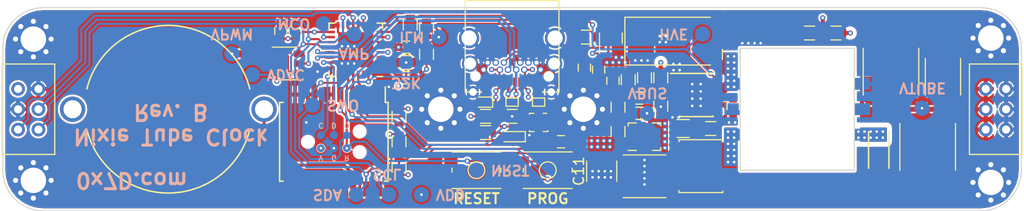
<source format=kicad_pcb>
(kicad_pcb (version 20171130) (host pcbnew "(5.0.2)-1")

  (general
    (thickness 1.6)
    (drawings 36)
    (tracks 597)
    (zones 0)
    (modules 80)
    (nets 57)
  )

  (page A4)
  (layers
    (0 F.Cu jumper)
    (1 In1.Cu jumper)
    (2 In2.Cu jumper)
    (31 B.Cu signal)
    (34 B.Paste user)
    (35 F.Paste user)
    (36 B.SilkS user)
    (37 F.SilkS user)
    (38 B.Mask user)
    (39 F.Mask user)
    (41 Cmts.User user)
    (44 Edge.Cuts user)
    (45 Margin user)
    (46 B.CrtYd user hide)
    (47 F.CrtYd user hide)
    (48 B.Fab user)
    (49 F.Fab user)
  )

  (setup
    (last_trace_width 0.3)
    (user_trace_width 0.15)
    (user_trace_width 0.2)
    (user_trace_width 0.25)
    (user_trace_width 0.3)
    (user_trace_width 0.4)
    (user_trace_width 0.6)
    (user_trace_width 0.8)
    (user_trace_width 1)
    (trace_clearance 0.127)
    (zone_clearance 0.2)
    (zone_45_only no)
    (trace_min 0.127)
    (segment_width 0.2)
    (edge_width 0.1)
    (via_size 0.508)
    (via_drill 0.254)
    (via_min_size 0.508)
    (via_min_drill 0.254)
    (uvia_size 0.3)
    (uvia_drill 0.1)
    (uvias_allowed no)
    (uvia_min_size 0.2)
    (uvia_min_drill 0.1)
    (pcb_text_width 0.3)
    (pcb_text_size 1.5 1.5)
    (mod_edge_width 0.15)
    (mod_text_size 1 1)
    (mod_text_width 0.15)
    (pad_size 14 14)
    (pad_drill 0)
    (pad_to_mask_clearance 0)
    (solder_mask_min_width 0.25)
    (aux_axis_origin 0 0)
    (visible_elements 7FF9FFFF)
    (pcbplotparams
      (layerselection 0x010f0_ffffffff)
      (usegerberextensions false)
      (usegerberattributes false)
      (usegerberadvancedattributes false)
      (creategerberjobfile false)
      (excludeedgelayer true)
      (linewidth 0.100000)
      (plotframeref false)
      (viasonmask false)
      (mode 1)
      (useauxorigin false)
      (hpglpennumber 1)
      (hpglpenspeed 20)
      (hpglpendiameter 15.000000)
      (psnegative false)
      (psa4output false)
      (plotreference false)
      (plotvalue false)
      (plotinvisibletext false)
      (padsonsilk false)
      (subtractmaskfromsilk false)
      (outputformat 1)
      (mirror false)
      (drillshape 0)
      (scaleselection 1)
      (outputdirectory "Gerbers/"))
  )

  (net 0 "")
  (net 1 "Net-(Q1-Pad3)")
  (net 2 "Net-(Q1-Pad2)")
  (net 3 "Net-(R1-Pad2)")
  (net 4 "Net-(R6-Pad2)")
  (net 5 "Net-(Q1-Pad1)")
  (net 6 "Net-(C7-Pad1)")
  (net 7 /HV_OUT)
  (net 8 /VDD)
  (net 9 /VNIXIE)
  (net 10 /SCL)
  (net 11 /SDA)
  (net 12 /HV_EN)
  (net 13 "Net-(R8-Pad2)")
  (net 14 "Net-(R10-Pad2)")
  (net 15 /SWO)
  (net 16 /NRST)
  (net 17 /CC1)
  (net 18 /CC2)
  (net 19 /DAC)
  (net 20 /USB_N)
  (net 21 /USB_P)
  (net 22 "Net-(D4-Pad2)")
  (net 23 /SWDIO)
  (net 24 /SWCLK)
  (net 25 "Net-(L1-Pad1)")
  (net 26 "Net-(L1-Pad2)")
  (net 27 "Net-(R7-Pad1)")
  (net 28 /HV_IN)
  (net 29 /USB)
  (net 30 /ILM)
  (net 31 /FAULT)
  (net 32 /RTC)
  (net 33 /32kHz)
  (net 34 "Net-(C5-Pad1)")
  (net 35 "Net-(R16-Pad1)")
  (net 36 /AMP_EN)
  (net 37 "Net-(BT1-Pad1)")
  (net 38 "Net-(C6-Pad1)")
  (net 39 /NIXIE_EN)
  (net 40 /MCO)
  (net 41 /LED)
  (net 42 "Net-(C17-Pad1)")
  (net 43 "Net-(R2-Pad1)")
  (net 44 "Net-(D5-Pad2)")
  (net 45 "Net-(R20-Pad2)")
  (net 46 /GND)
  (net 47 /VBUS)
  (net 48 "Net-(T1-Pad2)")
  (net 49 "Net-(U1-Pad4)")
  (net 50 "Net-(U1-Pad9)")
  (net 51 "Net-(U2-Pad30)")
  (net 52 "Net-(U2-Pad25)")
  (net 53 "Net-(U2-Pad14)")
  (net 54 "Net-(U2-Pad12)")
  (net 55 "Net-(U2-Pad10)")
  (net 56 "Net-(U2-Pad3)")

  (net_class Default "This is the default net class."
    (clearance 0.127)
    (trace_width 0.127)
    (via_dia 0.508)
    (via_drill 0.254)
    (uvia_dia 0.3)
    (uvia_drill 0.1)
    (diff_pair_gap 0.127)
    (diff_pair_width 0.25)
    (add_net /32kHz)
    (add_net /AMP_EN)
    (add_net /CC1)
    (add_net /CC2)
    (add_net /DAC)
    (add_net /FAULT)
    (add_net /GND)
    (add_net /HV_EN)
    (add_net /HV_IN)
    (add_net /ILM)
    (add_net /LED)
    (add_net /MCO)
    (add_net /NIXIE_EN)
    (add_net /NRST)
    (add_net /RTC)
    (add_net /SCL)
    (add_net /SDA)
    (add_net /SWCLK)
    (add_net /SWDIO)
    (add_net /SWO)
    (add_net /USB)
    (add_net /USB_N)
    (add_net /USB_P)
    (add_net /VBUS)
    (add_net /VDD)
    (add_net /VNIXIE)
    (add_net "Net-(BT1-Pad1)")
    (add_net "Net-(C17-Pad1)")
    (add_net "Net-(C5-Pad1)")
    (add_net "Net-(C6-Pad1)")
    (add_net "Net-(C7-Pad1)")
    (add_net "Net-(D4-Pad2)")
    (add_net "Net-(D5-Pad2)")
    (add_net "Net-(L1-Pad1)")
    (add_net "Net-(L1-Pad2)")
    (add_net "Net-(Q1-Pad1)")
    (add_net "Net-(Q1-Pad2)")
    (add_net "Net-(Q1-Pad3)")
    (add_net "Net-(R1-Pad2)")
    (add_net "Net-(R10-Pad2)")
    (add_net "Net-(R16-Pad1)")
    (add_net "Net-(R2-Pad1)")
    (add_net "Net-(R20-Pad2)")
    (add_net "Net-(R6-Pad2)")
    (add_net "Net-(R7-Pad1)")
    (add_net "Net-(R8-Pad2)")
    (add_net "Net-(T1-Pad2)")
    (add_net "Net-(U1-Pad4)")
    (add_net "Net-(U1-Pad9)")
    (add_net "Net-(U2-Pad10)")
    (add_net "Net-(U2-Pad12)")
    (add_net "Net-(U2-Pad14)")
    (add_net "Net-(U2-Pad25)")
    (add_net "Net-(U2-Pad3)")
    (add_net "Net-(U2-Pad30)")
  )

  (net_class HV ""
    (clearance 0.4)
    (trace_width 0.2)
    (via_dia 0.508)
    (via_drill 0.254)
    (uvia_dia 0.3)
    (uvia_drill 0.1)
    (diff_pair_gap 0.127)
    (diff_pair_width 0.25)
    (add_net /HV_OUT)
  )

  (module Capacitors_SMD:C_1210 (layer F.Cu) (tedit 58AA84E2) (tstamp 5C5F866E)
    (at 158.8 106.1 90)
    (descr "Capacitor SMD 1210, reflow soldering, AVX (see smccp.pdf)")
    (tags "capacitor 1210")
    (path /5BBA5067)
    (attr smd)
    (fp_text reference C11 (at 0 -2.25 90) (layer F.SilkS)
      (effects (font (size 1 1) (thickness 0.15)))
    )
    (fp_text value 220uF (at 0 2.5 90) (layer F.Fab)
      (effects (font (size 1 1) (thickness 0.15)))
    )
    (fp_text user %R (at 0 -2.25 90) (layer F.Fab)
      (effects (font (size 1 1) (thickness 0.15)))
    )
    (fp_line (start -1.6 1.25) (end -1.6 -1.25) (layer F.Fab) (width 0.1))
    (fp_line (start 1.6 1.25) (end -1.6 1.25) (layer F.Fab) (width 0.1))
    (fp_line (start 1.6 -1.25) (end 1.6 1.25) (layer F.Fab) (width 0.1))
    (fp_line (start -1.6 -1.25) (end 1.6 -1.25) (layer F.Fab) (width 0.1))
    (fp_line (start 1 -1.48) (end -1 -1.48) (layer F.SilkS) (width 0.12))
    (fp_line (start -1 1.48) (end 1 1.48) (layer F.SilkS) (width 0.12))
    (fp_line (start -2.25 -1.5) (end 2.25 -1.5) (layer F.CrtYd) (width 0.05))
    (fp_line (start -2.25 -1.5) (end -2.25 1.5) (layer F.CrtYd) (width 0.05))
    (fp_line (start 2.25 1.5) (end 2.25 -1.5) (layer F.CrtYd) (width 0.05))
    (fp_line (start 2.25 1.5) (end -2.25 1.5) (layer F.CrtYd) (width 0.05))
    (pad 1 smd rect (at -1.5 0 90) (size 1 2.5) (layers F.Cu F.Paste F.Mask)
      (net 46 /GND))
    (pad 2 smd rect (at 1.5 0 90) (size 1 2.5) (layers F.Cu F.Paste F.Mask)
      (net 8 /VDD))
    (model Capacitors_SMD.3dshapes/C_1210.wrl
      (at (xyz 0 0 0))
      (scale (xyz 1 1 1))
      (rotate (xyz 0 0 0))
    )
  )

  (module Resistors_SMD:R_0603 (layer F.Cu) (tedit 5BB3C810) (tstamp 5BB4849E)
    (at 181.8 92.5 180)
    (descr "Resistor SMD 0603, reflow soldering, Vishay (see dcrcw.pdf)")
    (tags "resistor 0603")
    (path /5BB58A31)
    (attr smd)
    (fp_text reference R20 (at 0 -1.45 180) (layer F.SilkS) hide
      (effects (font (size 1 1) (thickness 0.15)))
    )
    (fp_text value 1M (at 0 1.5 180) (layer F.Fab)
      (effects (font (size 1 1) (thickness 0.15)))
    )
    (fp_text user %R (at 0 0 180) (layer F.Fab)
      (effects (font (size 0.4 0.4) (thickness 0.075)))
    )
    (fp_line (start -0.8 0.4) (end -0.8 -0.4) (layer F.Fab) (width 0.1))
    (fp_line (start 0.8 0.4) (end -0.8 0.4) (layer F.Fab) (width 0.1))
    (fp_line (start 0.8 -0.4) (end 0.8 0.4) (layer F.Fab) (width 0.1))
    (fp_line (start -0.8 -0.4) (end 0.8 -0.4) (layer F.Fab) (width 0.1))
    (fp_line (start 0.5 0.68) (end -0.5 0.68) (layer F.SilkS) (width 0.12))
    (fp_line (start -0.5 -0.68) (end 0.5 -0.68) (layer F.SilkS) (width 0.12))
    (fp_line (start -1.25 -0.7) (end 1.25 -0.7) (layer F.CrtYd) (width 0.05))
    (fp_line (start -1.25 -0.7) (end -1.25 0.7) (layer F.CrtYd) (width 0.05))
    (fp_line (start 1.25 0.7) (end 1.25 -0.7) (layer F.CrtYd) (width 0.05))
    (fp_line (start 1.25 0.7) (end -1.25 0.7) (layer F.CrtYd) (width 0.05))
    (pad 1 smd rect (at -0.75 0 180) (size 0.5 0.9) (layers F.Cu F.Paste F.Mask)
      (net 7 /HV_OUT))
    (pad 2 smd rect (at 0.75 0 180) (size 0.5 0.9) (layers F.Cu F.Paste F.Mask)
      (net 45 "Net-(R20-Pad2)"))
    (model ${KISYS3DMOD}/Resistors_SMD.3dshapes/R_0603.wrl
      (at (xyz 0 0 0))
      (scale (xyz 1 1 1))
      (rotate (xyz 0 0 0))
    )
  )

  (module Resistors_SMD:R_0603 (layer F.Cu) (tedit 5BB3C814) (tstamp 5BB480F2)
    (at 179.2 92.5)
    (descr "Resistor SMD 0603, reflow soldering, Vishay (see dcrcw.pdf)")
    (tags "resistor 0603")
    (path /5BB58B15)
    (attr smd)
    (fp_text reference R21 (at 0 -1.45) (layer F.SilkS) hide
      (effects (font (size 1 1) (thickness 0.15)))
    )
    (fp_text value 15k (at 0 1.5) (layer F.Fab)
      (effects (font (size 1 1) (thickness 0.15)))
    )
    (fp_line (start 1.25 0.7) (end -1.25 0.7) (layer F.CrtYd) (width 0.05))
    (fp_line (start 1.25 0.7) (end 1.25 -0.7) (layer F.CrtYd) (width 0.05))
    (fp_line (start -1.25 -0.7) (end -1.25 0.7) (layer F.CrtYd) (width 0.05))
    (fp_line (start -1.25 -0.7) (end 1.25 -0.7) (layer F.CrtYd) (width 0.05))
    (fp_line (start -0.5 -0.68) (end 0.5 -0.68) (layer F.SilkS) (width 0.12))
    (fp_line (start 0.5 0.68) (end -0.5 0.68) (layer F.SilkS) (width 0.12))
    (fp_line (start -0.8 -0.4) (end 0.8 -0.4) (layer F.Fab) (width 0.1))
    (fp_line (start 0.8 -0.4) (end 0.8 0.4) (layer F.Fab) (width 0.1))
    (fp_line (start 0.8 0.4) (end -0.8 0.4) (layer F.Fab) (width 0.1))
    (fp_line (start -0.8 0.4) (end -0.8 -0.4) (layer F.Fab) (width 0.1))
    (fp_text user %R (at 0 0) (layer F.Fab)
      (effects (font (size 0.4 0.4) (thickness 0.075)))
    )
    (pad 2 smd rect (at 0.75 0) (size 0.5 0.9) (layers F.Cu F.Paste F.Mask)
      (net 45 "Net-(R20-Pad2)"))
    (pad 1 smd rect (at -0.75 0) (size 0.5 0.9) (layers F.Cu F.Paste F.Mask)
      (net 46 /GND))
    (model ${KISYS3DMOD}/Resistors_SMD.3dshapes/R_0603.wrl
      (at (xyz 0 0 0))
      (scale (xyz 1 1 1))
      (rotate (xyz 0 0 0))
    )
  )

  (module Housings_DFN_QFN:QFN-32-1EP_5x5mm_Pitch0.5mm (layer F.Cu) (tedit 5BA9CFDF) (tstamp 5BABF1F1)
    (at 134.65 94.15 180)
    (descr "UH Package; 32-Lead Plastic QFN (5mm x 5mm); (see Linear Technology QFN_32_05-08-1693.pdf)")
    (tags "QFN 0.5")
    (path /5B622DF7)
    (attr smd)
    (fp_text reference U2 (at 0 -3.75 180) (layer F.SilkS) hide
      (effects (font (size 1 1) (thickness 0.15)))
    )
    (fp_text value STM32L432K (at 0 3.75 180) (layer F.Fab)
      (effects (font (size 1 1) (thickness 0.15)))
    )
    (fp_line (start 2.625 -2.625) (end 2.1 -2.625) (layer F.SilkS) (width 0.15))
    (fp_line (start 2.625 2.625) (end 2.1 2.625) (layer F.SilkS) (width 0.15))
    (fp_line (start -2.625 2.625) (end -2.1 2.625) (layer F.SilkS) (width 0.15))
    (fp_line (start -2.625 -2.625) (end -2.1 -2.625) (layer F.SilkS) (width 0.15))
    (fp_line (start 2.625 2.625) (end 2.625 2.1) (layer F.SilkS) (width 0.15))
    (fp_line (start -2.625 2.625) (end -2.625 2.1) (layer F.SilkS) (width 0.15))
    (fp_line (start 2.625 -2.625) (end 2.625 -2.1) (layer F.SilkS) (width 0.15))
    (fp_line (start -3 3) (end 3 3) (layer F.CrtYd) (width 0.05))
    (fp_line (start -3 -3) (end 3 -3) (layer F.CrtYd) (width 0.05))
    (fp_line (start 3 -3) (end 3 3) (layer F.CrtYd) (width 0.05))
    (fp_line (start -3 -3) (end -3 3) (layer F.CrtYd) (width 0.05))
    (fp_line (start -2.5 -1.5) (end -1.5 -2.5) (layer F.Fab) (width 0.15))
    (fp_line (start -2.5 2.5) (end -2.5 -1.5) (layer F.Fab) (width 0.15))
    (fp_line (start 2.5 2.5) (end -2.5 2.5) (layer F.Fab) (width 0.15))
    (fp_line (start 2.5 -2.5) (end 2.5 2.5) (layer F.Fab) (width 0.15))
    (fp_line (start -1.5 -2.5) (end 2.5 -2.5) (layer F.Fab) (width 0.15))
    (pad 33 smd rect (at -0.8625 -0.8625 180) (size 1.725 1.725) (layers F.Cu F.Paste F.Mask)
      (net 46 /GND) (solder_paste_margin_ratio -0.2))
    (pad 33 smd rect (at -0.8625 0.8625 180) (size 1.725 1.725) (layers F.Cu F.Paste F.Mask)
      (net 46 /GND) (solder_paste_margin_ratio -0.2))
    (pad 33 smd rect (at 0.8625 -0.8625 180) (size 1.725 1.725) (layers F.Cu F.Paste F.Mask)
      (net 46 /GND) (solder_paste_margin_ratio -0.2))
    (pad 33 smd rect (at 0.8625 0.8625 180) (size 1.725 1.725) (layers F.Cu F.Paste F.Mask)
      (net 46 /GND) (solder_paste_margin_ratio -0.2))
    (pad 32 smd rect (at -1.75 -2.4 270) (size 0.7 0.25) (layers F.Cu F.Paste F.Mask)
      (net 46 /GND))
    (pad 31 smd rect (at -1.25 -2.4 270) (size 0.7 0.25) (layers F.Cu F.Paste F.Mask)
      (net 43 "Net-(R2-Pad1)"))
    (pad 30 smd rect (at -0.75 -2.4 270) (size 0.7 0.25) (layers F.Cu F.Paste F.Mask)
      (net 51 "Net-(U2-Pad30)"))
    (pad 29 smd rect (at -0.25 -2.4 270) (size 0.7 0.25) (layers F.Cu F.Paste F.Mask)
      (net 41 /LED))
    (pad 28 smd rect (at 0.25 -2.4 270) (size 0.7 0.25) (layers F.Cu F.Paste F.Mask)
      (net 32 /RTC))
    (pad 27 smd rect (at 0.75 -2.4 270) (size 0.7 0.25) (layers F.Cu F.Paste F.Mask)
      (net 29 /USB))
    (pad 26 smd rect (at 1.25 -2.4 270) (size 0.7 0.25) (layers F.Cu F.Paste F.Mask)
      (net 15 /SWO))
    (pad 25 smd rect (at 1.75 -2.4 270) (size 0.7 0.25) (layers F.Cu F.Paste F.Mask)
      (net 52 "Net-(U2-Pad25)"))
    (pad 24 smd rect (at 2.4 -1.75 180) (size 0.7 0.25) (layers F.Cu F.Paste F.Mask)
      (net 24 /SWCLK))
    (pad 23 smd rect (at 2.4 -1.25 180) (size 0.7 0.25) (layers F.Cu F.Paste F.Mask)
      (net 23 /SWDIO))
    (pad 22 smd rect (at 2.4 -0.75 180) (size 0.7 0.25) (layers F.Cu F.Paste F.Mask)
      (net 21 /USB_P))
    (pad 21 smd rect (at 2.4 -0.25 180) (size 0.7 0.25) (layers F.Cu F.Paste F.Mask)
      (net 20 /USB_N))
    (pad 20 smd rect (at 2.4 0.25 180) (size 0.7 0.25) (layers F.Cu F.Paste F.Mask)
      (net 11 /SDA))
    (pad 19 smd rect (at 2.4 0.75 180) (size 0.7 0.25) (layers F.Cu F.Paste F.Mask)
      (net 10 /SCL))
    (pad 18 smd rect (at 2.4 1.25 180) (size 0.7 0.25) (layers F.Cu F.Paste F.Mask)
      (net 40 /MCO))
    (pad 17 smd rect (at 2.4 1.75 180) (size 0.7 0.25) (layers F.Cu F.Paste F.Mask)
      (net 8 /VDD))
    (pad 16 smd rect (at 1.75 2.4 270) (size 0.7 0.25) (layers F.Cu F.Paste F.Mask)
      (net 46 /GND))
    (pad 15 smd rect (at 1.25 2.4 270) (size 0.7 0.25) (layers F.Cu F.Paste F.Mask)
      (net 36 /AMP_EN))
    (pad 14 smd rect (at 0.75 2.4 270) (size 0.7 0.25) (layers F.Cu F.Paste F.Mask)
      (net 53 "Net-(U2-Pad14)"))
    (pad 13 smd rect (at 0.25 2.4 270) (size 0.7 0.25) (layers F.Cu F.Paste F.Mask)
      (net 39 /NIXIE_EN))
    (pad 12 smd rect (at -0.25 2.4 270) (size 0.7 0.25) (layers F.Cu F.Paste F.Mask)
      (net 54 "Net-(U2-Pad12)"))
    (pad 11 smd rect (at -0.75 2.4 270) (size 0.7 0.25) (layers F.Cu F.Paste F.Mask)
      (net 19 /DAC))
    (pad 10 smd rect (at -1.25 2.4 270) (size 0.7 0.25) (layers F.Cu F.Paste F.Mask)
      (net 55 "Net-(U2-Pad10)"))
    (pad 9 smd rect (at -1.75 2.4 270) (size 0.7 0.25) (layers F.Cu F.Paste F.Mask)
      (net 31 /FAULT))
    (pad 8 smd rect (at -2.4 1.75 180) (size 0.7 0.25) (layers F.Cu F.Paste F.Mask)
      (net 12 /HV_EN))
    (pad 7 smd rect (at -2.4 1.25 180) (size 0.7 0.25) (layers F.Cu F.Paste F.Mask)
      (net 45 "Net-(R20-Pad2)"))
    (pad 6 smd rect (at -2.4 0.75 180) (size 0.7 0.25) (layers F.Cu F.Paste F.Mask)
      (net 30 /ILM))
    (pad 5 smd rect (at -2.4 0.25 180) (size 0.7 0.25) (layers F.Cu F.Paste F.Mask)
      (net 8 /VDD))
    (pad 4 smd rect (at -2.4 -0.25 180) (size 0.7 0.25) (layers F.Cu F.Paste F.Mask)
      (net 16 /NRST))
    (pad 3 smd rect (at -2.4 -0.75 180) (size 0.7 0.25) (layers F.Cu F.Paste F.Mask)
      (net 56 "Net-(U2-Pad3)"))
    (pad 2 smd rect (at -2.4 -1.25 180) (size 0.7 0.25) (layers F.Cu F.Paste F.Mask)
      (net 33 /32kHz))
    (pad 1 smd rect (at -2.4 -1.75 180) (size 0.7 0.25) (layers F.Cu F.Paste F.Mask)
      (net 8 /VDD))
    (model ${KISYS3DMOD}/Housings_DFN_QFN.3dshapes/QFN-32-1EP_5x5mm_Pitch0.5mm.wrl
      (at (xyz 0 0 0))
      (scale (xyz 1 1 1))
      (rotate (xyz 0 0 0))
    )
  )

  (module "Custom Parts:Inductor_4.1x4.1mm" (layer F.Cu) (tedit 5BB31255) (tstamp 5BB334A6)
    (at 163 106.6 180)
    (descr "Inductor, Taiyo Yuden, NR series, Taiyo-Yuden_NR-40xx, 4.0mmx4.0mm")
    (tags "inductor taiyo-yuden nr smd")
    (path /5B16755A)
    (attr smd)
    (fp_text reference L1 (at 0 -3 180) (layer F.SilkS) hide
      (effects (font (size 1 1) (thickness 0.15)))
    )
    (fp_text value 1uH (at 0 3.5 180) (layer F.Fab)
      (effects (font (size 1 1) (thickness 0.15)))
    )
    (fp_text user %R (at 0 0 180) (layer F.Fab)
      (effects (font (size 1 1) (thickness 0.15)))
    )
    (fp_line (start -2.1 -2.1) (end 2.1 -2.1) (layer F.SilkS) (width 0.12))
    (fp_line (start -2.1 2.1) (end 2.1 2.1) (layer F.SilkS) (width 0.12))
    (fp_line (start -2.25 -2.25) (end -2.25 2.25) (layer F.CrtYd) (width 0.05))
    (fp_line (start -2.25 2.25) (end 2.25 2.25) (layer F.CrtYd) (width 0.05))
    (fp_line (start 2.25 2.25) (end 2.25 -2.25) (layer F.CrtYd) (width 0.05))
    (fp_line (start 2.25 -2.25) (end -2.25 -2.25) (layer F.CrtYd) (width 0.05))
    (fp_line (start -2.05 -2.05) (end -2.05 2.05) (layer F.Fab) (width 0.12))
    (fp_line (start -2.05 2.05) (end 2.05 2.05) (layer F.Fab) (width 0.12))
    (fp_line (start 2.05 2.05) (end 2.05 -2.05) (layer F.Fab) (width 0.12))
    (fp_line (start 2.05 -2.05) (end -2.05 -2.05) (layer F.Fab) (width 0.12))
    (pad 1 smd rect (at -1.2 0 180) (size 1 3.8) (layers F.Cu F.Paste F.Mask)
      (net 25 "Net-(L1-Pad1)"))
    (pad 2 smd rect (at 1.2 0 180) (size 1 3.8) (layers F.Cu F.Paste F.Mask)
      (net 26 "Net-(L1-Pad2)"))
    (model ${KISYS3DMOD}/Inductors_SMD.3dshapes/L_Taiyo-Yuden_NR-40xx.wrl
      (at (xyz 0 0 0))
      (scale (xyz 1 1 1))
      (rotate (xyz 0 0 0))
    )
  )

  (module Measurement_Points:Measurement_Point_Round-SMD-Pad_Small (layer B.Cu) (tedit 5BB09430) (tstamp 5BB15CD7)
    (at 146.5 106)
    (descr "Mesurement Point, Round, SMD Pad, DM 1.5mm,")
    (tags "Mesurement Point Round SMD Pad 1.5mm")
    (path /5BB2EA59)
    (attr virtual)
    (fp_text reference J18 (at 0 2) (layer B.SilkS) hide
      (effects (font (size 1 1) (thickness 0.15)) (justify mirror))
    )
    (fp_text value NRST (at 0 -2) (layer B.Fab)
      (effects (font (size 1 1) (thickness 0.15)) (justify mirror))
    )
    (fp_circle (center 0 0) (end 1 0) (layer B.CrtYd) (width 0.05))
    (pad 1 smd circle (at 0 0) (size 1.5 1.5) (layers B.Cu B.Mask)
      (net 16 /NRST))
  )

  (module Measurement_Points:Measurement_Point_Round-SMD-Pad_Small (layer B.Cu) (tedit 5BADC8A7) (tstamp 5BAE0329)
    (at 130.4 99.6)
    (descr "Mesurement Point, Round, SMD Pad, DM 1.5mm,")
    (tags "Mesurement Point Round SMD Pad 1.5mm")
    (path /5BAE0437)
    (attr virtual)
    (fp_text reference J17 (at 0 2) (layer B.SilkS) hide
      (effects (font (size 1 1) (thickness 0.15)) (justify mirror))
    )
    (fp_text value SWO (at 0 -2) (layer B.Fab)
      (effects (font (size 1 1) (thickness 0.15)) (justify mirror))
    )
    (fp_circle (center 0 0) (end 1 0) (layer B.CrtYd) (width 0.05))
    (pad 1 smd circle (at 0 0) (size 1.5 1.5) (layers B.Cu B.Mask)
      (net 15 /SWO))
  )

  (module Capacitors_SMD:C_0603 (layer F.Cu) (tedit 5BADAEAD) (tstamp 5BB497E8)
    (at 157.1 95.9 270)
    (descr "Capacitor SMD 0603, reflow soldering, AVX (see smccp.pdf)")
    (tags "capacitor 0603")
    (path /5BAFD7B9)
    (attr smd)
    (fp_text reference C17 (at 0 -1.5 270) (layer F.SilkS) hide
      (effects (font (size 1 1) (thickness 0.15)))
    )
    (fp_text value SLEW (at 0 1.5 270) (layer F.Fab)
      (effects (font (size 1 1) (thickness 0.15)))
    )
    (fp_text user %R (at 0 0 270) (layer F.Fab)
      (effects (font (size 0.3 0.3) (thickness 0.075)))
    )
    (fp_line (start -0.8 0.4) (end -0.8 -0.4) (layer F.Fab) (width 0.1))
    (fp_line (start 0.8 0.4) (end -0.8 0.4) (layer F.Fab) (width 0.1))
    (fp_line (start 0.8 -0.4) (end 0.8 0.4) (layer F.Fab) (width 0.1))
    (fp_line (start -0.8 -0.4) (end 0.8 -0.4) (layer F.Fab) (width 0.1))
    (fp_line (start -0.35 -0.6) (end 0.35 -0.6) (layer F.SilkS) (width 0.12))
    (fp_line (start 0.35 0.6) (end -0.35 0.6) (layer F.SilkS) (width 0.12))
    (fp_line (start -1.4 -0.65) (end 1.4 -0.65) (layer F.CrtYd) (width 0.05))
    (fp_line (start -1.4 -0.65) (end -1.4 0.65) (layer F.CrtYd) (width 0.05))
    (fp_line (start 1.4 0.65) (end 1.4 -0.65) (layer F.CrtYd) (width 0.05))
    (fp_line (start 1.4 0.65) (end -1.4 0.65) (layer F.CrtYd) (width 0.05))
    (pad 1 smd rect (at -0.75 0 270) (size 0.8 0.75) (layers F.Cu F.Paste F.Mask)
      (net 42 "Net-(C17-Pad1)"))
    (pad 2 smd rect (at 0.75 0 270) (size 0.8 0.75) (layers F.Cu F.Paste F.Mask)
      (net 46 /GND))
    (model Capacitors_SMD.3dshapes/C_0603.wrl
      (at (xyz 0 0 0))
      (scale (xyz 1 1 1))
      (rotate (xyz 0 0 0))
    )
  )

  (module LEDs:LED_0603 (layer F.Cu) (tedit 5BAD15AF) (tstamp 5BB42ECB)
    (at 150 102.7 180)
    (descr "LED 0603 smd package")
    (tags "LED led 0603 SMD smd SMT smt smdled SMDLED smtled SMTLED")
    (path /5BADCAA0)
    (attr smd)
    (fp_text reference D5 (at 0 -1.25 180) (layer F.SilkS) hide
      (effects (font (size 1 1) (thickness 0.15)))
    )
    (fp_text value LED (at 0 1.35 180) (layer F.Fab)
      (effects (font (size 1 1) (thickness 0.15)))
    )
    (fp_line (start -1.45 -0.65) (end 1.45 -0.65) (layer F.CrtYd) (width 0.05))
    (fp_line (start -1.45 0.65) (end -1.45 -0.65) (layer F.CrtYd) (width 0.05))
    (fp_line (start 1.45 0.65) (end -1.45 0.65) (layer F.CrtYd) (width 0.05))
    (fp_line (start 1.45 -0.65) (end 1.45 0.65) (layer F.CrtYd) (width 0.05))
    (fp_line (start -1.3 -0.5) (end 0.8 -0.5) (layer F.SilkS) (width 0.12))
    (fp_line (start -1.3 0.5) (end 0.8 0.5) (layer F.SilkS) (width 0.12))
    (fp_line (start -0.8 0.4) (end -0.8 -0.4) (layer F.Fab) (width 0.1))
    (fp_line (start -0.8 -0.4) (end 0.8 -0.4) (layer F.Fab) (width 0.1))
    (fp_line (start 0.8 -0.4) (end 0.8 0.4) (layer F.Fab) (width 0.1))
    (fp_line (start 0.8 0.4) (end -0.8 0.4) (layer F.Fab) (width 0.1))
    (fp_line (start 0.15 -0.2) (end 0.15 0.2) (layer F.Fab) (width 0.1))
    (fp_line (start 0.15 0.2) (end -0.15 0) (layer F.Fab) (width 0.1))
    (fp_line (start -0.15 0) (end 0.15 -0.2) (layer F.Fab) (width 0.1))
    (fp_line (start -0.2 -0.2) (end -0.2 0.2) (layer F.Fab) (width 0.1))
    (fp_line (start -1.3 -0.5) (end -1.3 0.5) (layer F.SilkS) (width 0.12))
    (pad 1 smd rect (at -0.8 0) (size 0.8 0.8) (layers F.Cu F.Paste F.Mask)
      (net 46 /GND))
    (pad 2 smd rect (at 0.8 0) (size 0.8 0.8) (layers F.Cu F.Paste F.Mask)
      (net 44 "Net-(D5-Pad2)"))
    (model ${KISYS3DMOD}/LEDs.3dshapes/LED_0603.wrl
      (at (xyz 0 0 0))
      (scale (xyz 1 1 1))
      (rotate (xyz 0 0 180))
    )
  )

  (module Resistors_SMD:R_0603 (layer F.Cu) (tedit 5BAD15B2) (tstamp 5BB428B3)
    (at 147.4 102.3)
    (descr "Resistor SMD 0603, reflow soldering, Vishay (see dcrcw.pdf)")
    (tags "resistor 0603")
    (path /5BADE6EA)
    (attr smd)
    (fp_text reference R13 (at 0 -1.45) (layer F.SilkS) hide
      (effects (font (size 1 1) (thickness 0.15)))
    )
    (fp_text value 10k (at 0 1.5) (layer F.Fab)
      (effects (font (size 1 1) (thickness 0.15)))
    )
    (fp_line (start 1.25 0.7) (end -1.25 0.7) (layer F.CrtYd) (width 0.05))
    (fp_line (start 1.25 0.7) (end 1.25 -0.7) (layer F.CrtYd) (width 0.05))
    (fp_line (start -1.25 -0.7) (end -1.25 0.7) (layer F.CrtYd) (width 0.05))
    (fp_line (start -1.25 -0.7) (end 1.25 -0.7) (layer F.CrtYd) (width 0.05))
    (fp_line (start -0.5 -0.68) (end 0.5 -0.68) (layer F.SilkS) (width 0.12))
    (fp_line (start 0.5 0.68) (end -0.5 0.68) (layer F.SilkS) (width 0.12))
    (fp_line (start -0.8 -0.4) (end 0.8 -0.4) (layer F.Fab) (width 0.1))
    (fp_line (start 0.8 -0.4) (end 0.8 0.4) (layer F.Fab) (width 0.1))
    (fp_line (start 0.8 0.4) (end -0.8 0.4) (layer F.Fab) (width 0.1))
    (fp_line (start -0.8 0.4) (end -0.8 -0.4) (layer F.Fab) (width 0.1))
    (fp_text user %R (at 0 0) (layer F.Fab)
      (effects (font (size 0.4 0.4) (thickness 0.075)))
    )
    (pad 2 smd rect (at 0.75 0) (size 0.5 0.9) (layers F.Cu F.Paste F.Mask)
      (net 44 "Net-(D5-Pad2)"))
    (pad 1 smd rect (at -0.75 0) (size 0.5 0.9) (layers F.Cu F.Paste F.Mask)
      (net 41 /LED))
    (model ${KISYS3DMOD}/Resistors_SMD.3dshapes/R_0603.wrl
      (at (xyz 0 0 0))
      (scale (xyz 1 1 1))
      (rotate (xyz 0 0 0))
    )
  )

  (module "Custom Parts:USB_C_Receptacle_Circular_Holes" locked (layer F.Cu) (tedit 5BAC7BE5) (tstamp 5BADE66E)
    (at 150 92.4 180)
    (descr "USB TYPE C, RA RCPT PCB, Hybrid, https://www.amphenolcanada.com/StockAvailabilityPrice.aspx?From=&PartNum=12401548E4%7e2A")
    (tags "USB C Type-C Receptacle Hybrid")
    (path /5C65F90A)
    (attr smd)
    (fp_text reference J1 (at 0 -6.36 180) (layer F.SilkS) hide
      (effects (font (size 1 1) (thickness 0.15)))
    )
    (fp_text value USB_C_Receptacle (at 0 4 180) (layer F.Fab)
      (effects (font (size 1 1) (thickness 0.15)))
    )
    (fp_line (start -4.6 2.39) (end 4.6 2.39) (layer F.SilkS) (width 0.12))
    (fp_line (start -4.6 3.09) (end 4.6 3.09) (layer F.SilkS) (width 0.12))
    (fp_line (start -4.6 3.09) (end -4.6 -5.9) (layer F.Fab) (width 0.1))
    (fp_line (start -4.6 -5.9) (end 4.6 -5.9) (layer F.Fab) (width 0.1))
    (fp_line (start -4.6 -5.9) (end -3 -5.9) (layer F.SilkS) (width 0.12))
    (fp_line (start -4.6 -5.9) (end -4.6 3.09) (layer F.SilkS) (width 0.12))
    (fp_line (start 4.6 -5.9) (end 4.6 3.09) (layer F.SilkS) (width 0.12))
    (fp_line (start 3 -5.9) (end 4.6 -5.9) (layer F.SilkS) (width 0.12))
    (fp_line (start -4.6 3.09) (end 4.6 3.09) (layer F.Fab) (width 0.1))
    (fp_line (start 4.6 3.09) (end 4.6 -5.9) (layer F.Fab) (width 0.1))
    (fp_text user %R (at 0 0 180) (layer F.Fab)
      (effects (font (size 1 1) (thickness 0.1)))
    )
    (pad S1 thru_hole circle (at 3.845 -5.91 180) (size 1.2 1.2) (drill 0.75) (layers *.Cu *.Mask)
      (net 46 /GND))
    (pad S1 thru_hole circle (at -3.845 -5.91 180) (size 1.2 1.2) (drill 0.75) (layers *.Cu *.Mask)
      (net 46 /GND))
    (pad B11 thru_hole circle (at -2.4 -3.01 180) (size 0.65 0.65) (drill 0.4) (layers *.Cu *.Mask)
      (net 46 /GND))
    (pad B10 thru_hole circle (at -1.6 -3.01 180) (size 0.65 0.65) (drill 0.4) (layers *.Cu *.Mask)
      (net 46 /GND))
    (pad B8 thru_hole circle (at -0.8 -3.01 180) (size 0.65 0.65) (drill 0.4) (layers *.Cu *.Mask)
      (net 46 /GND))
    (pad B5 thru_hole circle (at 0.8 -3.01 180) (size 0.65 0.65) (drill 0.4) (layers *.Cu *.Mask)
      (net 18 /CC2))
    (pad B3 thru_hole circle (at 1.6 -3.01 180) (size 0.65 0.65) (drill 0.4) (layers *.Cu *.Mask)
      (net 46 /GND))
    (pad B2 thru_hole circle (at 2.4 -3.01 180) (size 0.65 0.65) (drill 0.4) (layers *.Cu *.Mask)
      (net 46 /GND))
    (pad B12 thru_hole circle (at -2.8 -3.71 180) (size 0.65 0.65) (drill 0.4) (layers *.Cu *.Mask)
      (net 46 /GND))
    (pad B9 thru_hole circle (at -1.2 -3.71 180) (size 0.65 0.65) (drill 0.4) (layers *.Cu *.Mask)
      (net 47 /VBUS))
    (pad B7 thru_hole circle (at -0.4 -3.71 180) (size 0.65 0.65) (drill 0.4) (layers *.Cu *.Mask)
      (net 20 /USB_N))
    (pad B6 thru_hole circle (at 0.4 -3.71 180) (size 0.65 0.65) (drill 0.4) (layers *.Cu *.Mask)
      (net 21 /USB_P))
    (pad B4 thru_hole circle (at 1.2 -3.71 180) (size 0.65 0.65) (drill 0.4) (layers *.Cu *.Mask)
      (net 47 /VBUS))
    (pad B1 thru_hole circle (at 2.8 -3.71 180) (size 0.65 0.65) (drill 0.4) (layers *.Cu *.Mask)
      (net 46 /GND))
    (pad "" np_thru_hole circle (at -3.6 -4.36 180) (size 0.65 0.65) (drill 0.65) (layers *.Mask F.Cu))
    (pad "" np_thru_hole circle (at 3.6 -4.36 180) (size 0.65 0.65) (drill 0.65) (layers *.Mask F.Cu))
    (pad S1 thru_hole circle (at -4.22 -0.595 180) (size 2 2) (drill 1.5) (layers *.Cu *.Mask)
      (net 46 /GND))
    (pad S1 thru_hole circle (at 4.22 -0.595 180) (size 2 2) (drill 1.5) (layers *.Cu *.Mask)
      (net 46 /GND))
    (pad S1 thru_hole circle (at 4.13 -3.11 180) (size 1.6 1.6) (drill 1.2) (layers *.Cu *.Mask)
      (net 46 /GND))
    (pad A11 smd rect (at 2.25 -4.93 180) (size 0.3 0.9) (layers F.Cu F.Paste F.Mask)
      (net 46 /GND))
    (pad A8 smd rect (at 0.75 -4.93 180) (size 0.3 0.9) (layers F.Cu F.Paste F.Mask)
      (net 46 /GND))
    (pad A9 smd rect (at 1.25 -4.93 180) (size 0.3 0.9) (layers F.Cu F.Paste F.Mask)
      (net 47 /VBUS))
    (pad A10 smd rect (at 1.75 -4.93 180) (size 0.3 0.9) (layers F.Cu F.Paste F.Mask)
      (net 46 /GND))
    (pad A12 smd rect (at 2.75 -4.93 180) (size 0.3 0.9) (layers F.Cu F.Paste F.Mask)
      (net 46 /GND))
    (pad A7 smd rect (at 0.25 -4.93 180) (size 0.3 0.9) (layers F.Cu F.Paste F.Mask)
      (net 20 /USB_N))
    (pad A6 smd rect (at -0.25 -4.93 180) (size 0.3 0.9) (layers F.Cu F.Paste F.Mask)
      (net 21 /USB_P))
    (pad A5 smd rect (at -0.75 -4.93 180) (size 0.3 0.9) (layers F.Cu F.Paste F.Mask)
      (net 17 /CC1))
    (pad A4 smd rect (at -1.25 -4.93 180) (size 0.3 0.9) (layers F.Cu F.Paste F.Mask)
      (net 47 /VBUS))
    (pad A3 smd rect (at -1.75 -4.93 180) (size 0.3 0.9) (layers F.Cu F.Paste F.Mask)
      (net 46 /GND))
    (pad A2 smd rect (at -2.25 -4.93 180) (size 0.3 0.9) (layers F.Cu F.Paste F.Mask)
      (net 46 /GND))
    (pad A1 smd rect (at -2.75 -4.93 180) (size 0.3 0.9) (layers F.Cu F.Paste F.Mask)
      (net 46 /GND))
    (pad S1 thru_hole circle (at -4.13 -3.11 180) (size 1.6 1.6) (drill 1.2) (layers *.Cu *.Mask)
      (net 46 /GND))
    (model ${KISYS3DMOD}/Connectors_USB.3dshapes/USB_C_Receptacle_Amphenol_12401548E4-2A.wrl
      (at (xyz 0 0 0))
      (scale (xyz 1 1 1))
      (rotate (xyz 0 0 0))
    )
  )

  (module Capacitors_SMD:C_0603 (layer F.Cu) (tedit 5BA9CFDB) (tstamp 5BABF29F)
    (at 139.6 96.9)
    (descr "Capacitor SMD 0603, reflow soldering, AVX (see smccp.pdf)")
    (tags "capacitor 0603")
    (path /5BBA51A2)
    (attr smd)
    (fp_text reference C12 (at 0 -1.5) (layer F.SilkS) hide
      (effects (font (size 1 1) (thickness 0.15)))
    )
    (fp_text value 0.1uF (at 0 1.5) (layer F.Fab)
      (effects (font (size 1 1) (thickness 0.15)))
    )
    (fp_text user %R (at 0 0) (layer F.Fab)
      (effects (font (size 0.3 0.3) (thickness 0.075)))
    )
    (fp_line (start -0.8 0.4) (end -0.8 -0.4) (layer F.Fab) (width 0.1))
    (fp_line (start 0.8 0.4) (end -0.8 0.4) (layer F.Fab) (width 0.1))
    (fp_line (start 0.8 -0.4) (end 0.8 0.4) (layer F.Fab) (width 0.1))
    (fp_line (start -0.8 -0.4) (end 0.8 -0.4) (layer F.Fab) (width 0.1))
    (fp_line (start -0.35 -0.6) (end 0.35 -0.6) (layer F.SilkS) (width 0.12))
    (fp_line (start 0.35 0.6) (end -0.35 0.6) (layer F.SilkS) (width 0.12))
    (fp_line (start -1.4 -0.65) (end 1.4 -0.65) (layer F.CrtYd) (width 0.05))
    (fp_line (start -1.4 -0.65) (end -1.4 0.65) (layer F.CrtYd) (width 0.05))
    (fp_line (start 1.4 0.65) (end 1.4 -0.65) (layer F.CrtYd) (width 0.05))
    (fp_line (start 1.4 0.65) (end -1.4 0.65) (layer F.CrtYd) (width 0.05))
    (pad 1 smd rect (at -0.75 0) (size 0.8 0.75) (layers F.Cu F.Paste F.Mask)
      (net 8 /VDD))
    (pad 2 smd rect (at 0.75 0) (size 0.8 0.75) (layers F.Cu F.Paste F.Mask)
      (net 46 /GND))
    (model Capacitors_SMD.3dshapes/C_0603.wrl
      (at (xyz 0 0 0))
      (scale (xyz 1 1 1))
      (rotate (xyz 0 0 0))
    )
  )

  (module Capacitors_SMD:C_0603 (layer F.Cu) (tedit 5BAB323C) (tstamp 5BB4EC97)
    (at 139.6 93.9)
    (descr "Capacitor SMD 0603, reflow soldering, AVX (see smccp.pdf)")
    (tags "capacitor 0603")
    (path /5BBA50C7)
    (attr smd)
    (fp_text reference C13 (at 0 -1.5) (layer F.SilkS) hide
      (effects (font (size 1 1) (thickness 0.15)))
    )
    (fp_text value 4.7uF (at 0 1.5) (layer F.Fab)
      (effects (font (size 1 1) (thickness 0.15)))
    )
    (fp_line (start 1.4 0.65) (end -1.4 0.65) (layer F.CrtYd) (width 0.05))
    (fp_line (start 1.4 0.65) (end 1.4 -0.65) (layer F.CrtYd) (width 0.05))
    (fp_line (start -1.4 -0.65) (end -1.4 0.65) (layer F.CrtYd) (width 0.05))
    (fp_line (start -1.4 -0.65) (end 1.4 -0.65) (layer F.CrtYd) (width 0.05))
    (fp_line (start 0.35 0.6) (end -0.35 0.6) (layer F.SilkS) (width 0.12))
    (fp_line (start -0.35 -0.6) (end 0.35 -0.6) (layer F.SilkS) (width 0.12))
    (fp_line (start -0.8 -0.4) (end 0.8 -0.4) (layer F.Fab) (width 0.1))
    (fp_line (start 0.8 -0.4) (end 0.8 0.4) (layer F.Fab) (width 0.1))
    (fp_line (start 0.8 0.4) (end -0.8 0.4) (layer F.Fab) (width 0.1))
    (fp_line (start -0.8 0.4) (end -0.8 -0.4) (layer F.Fab) (width 0.1))
    (fp_text user %R (at 0 0) (layer F.Fab)
      (effects (font (size 0.3 0.3) (thickness 0.075)))
    )
    (pad 2 smd rect (at 0.75 0) (size 0.8 0.75) (layers F.Cu F.Paste F.Mask)
      (net 46 /GND))
    (pad 1 smd rect (at -0.75 0) (size 0.8 0.75) (layers F.Cu F.Paste F.Mask)
      (net 8 /VDD))
    (model Capacitors_SMD.3dshapes/C_0603.wrl
      (at (xyz 0 0 0))
      (scale (xyz 1 1 1))
      (rotate (xyz 0 0 0))
    )
  )

  (module "Tag Connect:TC2030-MCP-NL" (layer B.Cu) (tedit 5BAE6009) (tstamp 5BADD7EE)
    (at 132.5 103.2)
    (descr http://www.tag-connect.com/Materials/TC2030-MCP-NL%20PCB%20Footprint.pdf)
    (path /5B693D84)
    (fp_text reference J2 (at 0 4.064) (layer B.SilkS) hide
      (effects (font (size 1.524 1.524) (thickness 0.3048)) (justify mirror))
    )
    (fp_text value SWD (at 0 -3.048) (layer B.SilkS) hide
      (effects (font (size 1.524 1.524) (thickness 0.3048)) (justify mirror))
    )
    (pad "" np_thru_hole circle (at 2.54 -1.016) (size 0.9906 0.9906) (drill 0.9906) (layers *.Cu *.Mask))
    (pad "" np_thru_hole circle (at 2.54 1.016) (size 0.9906 0.9906) (drill 0.9906) (layers *.Cu *.Mask))
    (pad "" np_thru_hole circle (at -2.54 0) (size 0.9906 0.9906) (drill 0.9906) (layers *.Cu *.Mask))
    (pad 6 smd circle (at 1.27 0.635) (size 0.7874 0.7874) (layers B.Cu B.Mask)
      (net 16 /NRST))
    (pad 5 smd circle (at 1.27 -0.635) (size 0.7874 0.7874) (layers B.Cu B.Mask)
      (net 15 /SWO))
    (pad 4 smd circle (at 0 0.635) (size 0.7874 0.7874) (layers B.Cu B.Mask)
      (net 46 /GND))
    (pad 3 smd circle (at 0 -0.635) (size 0.7874 0.7874) (layers B.Cu B.Mask)
      (net 23 /SWDIO))
    (pad 2 smd circle (at -1.27 0.635) (size 0.7874 0.7874) (layers B.Cu B.Mask)
      (net 8 /VDD))
    (pad 1 smd circle (at -1.27 -0.635) (size 0.7874 0.7874) (layers B.Cu B.Mask)
      (net 24 /SWCLK))
  )

  (module Measurement_Points:Measurement_Point_Round-SMD-Pad_Small (layer B.Cu) (tedit 5BAD05B1) (tstamp 5BB4BAA3)
    (at 163.25 100.4)
    (descr "Mesurement Point, Round, SMD Pad, DM 1.5mm,")
    (tags "Mesurement Point Round SMD Pad 1.5mm")
    (path /5BAD1FCF)
    (attr virtual)
    (fp_text reference J16 (at 0 2) (layer B.SilkS) hide
      (effects (font (size 1 1) (thickness 0.15)) (justify mirror))
    )
    (fp_text value VBUS (at 0 -2) (layer B.Fab)
      (effects (font (size 1 1) (thickness 0.15)) (justify mirror))
    )
    (fp_circle (center 0 0) (end 1 0) (layer B.CrtYd) (width 0.05))
    (pad 1 smd circle (at 0 0) (size 1.5 1.5) (layers B.Cu B.Mask)
      (net 47 /VBUS))
  )

  (module Housings_SOIC:SOIC-16W_7.5x10.3mm_Pitch1.27mm (layer F.Cu) (tedit 5BAB2AB6) (tstamp 5BADD5F4)
    (at 132.5 103.2 270)
    (descr "16-Lead Plastic Small Outline (SO) - Wide, 7.50 mm Body [SOIC] (see Microchip Packaging Specification 00000049BS.pdf)")
    (tags "SOIC 1.27")
    (path /5BAADC28)
    (attr smd)
    (fp_text reference U4 (at 0 -6.25 270) (layer F.SilkS) hide
      (effects (font (size 1 1) (thickness 0.15)))
    )
    (fp_text value DS3231 (at 0 6.25 270) (layer F.Fab)
      (effects (font (size 1 1) (thickness 0.15)))
    )
    (fp_text user %R (at 0 0 270) (layer F.Fab)
      (effects (font (size 1 1) (thickness 0.15)))
    )
    (fp_line (start -2.75 -5.15) (end 3.75 -5.15) (layer F.Fab) (width 0.15))
    (fp_line (start 3.75 -5.15) (end 3.75 5.15) (layer F.Fab) (width 0.15))
    (fp_line (start 3.75 5.15) (end -3.75 5.15) (layer F.Fab) (width 0.15))
    (fp_line (start -3.75 5.15) (end -3.75 -4.15) (layer F.Fab) (width 0.15))
    (fp_line (start -3.75 -4.15) (end -2.75 -5.15) (layer F.Fab) (width 0.15))
    (fp_line (start -5.65 -5.5) (end -5.65 5.5) (layer F.CrtYd) (width 0.05))
    (fp_line (start 5.65 -5.5) (end 5.65 5.5) (layer F.CrtYd) (width 0.05))
    (fp_line (start -5.65 -5.5) (end 5.65 -5.5) (layer F.CrtYd) (width 0.05))
    (fp_line (start -5.65 5.5) (end 5.65 5.5) (layer F.CrtYd) (width 0.05))
    (fp_line (start -3.875 -5.325) (end -3.875 -5.05) (layer F.SilkS) (width 0.15))
    (fp_line (start 3.875 -5.325) (end 3.875 -4.97) (layer F.SilkS) (width 0.15))
    (fp_line (start 3.875 5.325) (end 3.875 4.97) (layer F.SilkS) (width 0.15))
    (fp_line (start -3.875 5.325) (end -3.875 4.97) (layer F.SilkS) (width 0.15))
    (fp_line (start -3.875 -5.325) (end 3.875 -5.325) (layer F.SilkS) (width 0.15))
    (fp_line (start -3.875 5.325) (end 3.875 5.325) (layer F.SilkS) (width 0.15))
    (fp_line (start -3.875 -5.05) (end -5.4 -5.05) (layer F.SilkS) (width 0.15))
    (pad 1 smd rect (at -4.65 -4.445 270) (size 1.5 0.6) (layers F.Cu F.Paste F.Mask)
      (net 33 /32kHz))
    (pad 2 smd rect (at -4.65 -3.175 270) (size 1.5 0.6) (layers F.Cu F.Paste F.Mask)
      (net 8 /VDD))
    (pad 3 smd rect (at -4.65 -1.905 270) (size 1.5 0.6) (layers F.Cu F.Paste F.Mask)
      (net 32 /RTC))
    (pad 4 smd rect (at -4.65 -0.635 270) (size 1.5 0.6) (layers F.Cu F.Paste F.Mask)
      (net 16 /NRST))
    (pad 5 smd rect (at -4.65 0.635 270) (size 1.5 0.6) (layers F.Cu F.Paste F.Mask)
      (net 46 /GND))
    (pad 6 smd rect (at -4.65 1.905 270) (size 1.5 0.6) (layers F.Cu F.Paste F.Mask)
      (net 46 /GND))
    (pad 7 smd rect (at -4.65 3.175 270) (size 1.5 0.6) (layers F.Cu F.Paste F.Mask)
      (net 46 /GND))
    (pad 8 smd rect (at -4.65 4.445 270) (size 1.5 0.6) (layers F.Cu F.Paste F.Mask)
      (net 46 /GND))
    (pad 9 smd rect (at 4.65 4.445 270) (size 1.5 0.6) (layers F.Cu F.Paste F.Mask)
      (net 46 /GND))
    (pad 10 smd rect (at 4.65 3.175 270) (size 1.5 0.6) (layers F.Cu F.Paste F.Mask)
      (net 46 /GND))
    (pad 11 smd rect (at 4.65 1.905 270) (size 1.5 0.6) (layers F.Cu F.Paste F.Mask)
      (net 46 /GND))
    (pad 12 smd rect (at 4.65 0.635 270) (size 1.5 0.6) (layers F.Cu F.Paste F.Mask)
      (net 46 /GND))
    (pad 13 smd rect (at 4.65 -0.635 270) (size 1.5 0.6) (layers F.Cu F.Paste F.Mask)
      (net 46 /GND))
    (pad 14 smd rect (at 4.65 -1.905 270) (size 1.5 0.6) (layers F.Cu F.Paste F.Mask)
      (net 37 "Net-(BT1-Pad1)"))
    (pad 15 smd rect (at 4.65 -3.175 270) (size 1.5 0.6) (layers F.Cu F.Paste F.Mask)
      (net 11 /SDA))
    (pad 16 smd rect (at 4.65 -4.445 270) (size 1.5 0.6) (layers F.Cu F.Paste F.Mask)
      (net 10 /SCL))
    (model ${KISYS3DMOD}/Housings_SOIC.3dshapes/SOIC-16W_7.5x10.3mm_Pitch1.27mm.wrl
      (at (xyz 0 0 0))
      (scale (xyz 1 1 1))
      (rotate (xyz 0 0 0))
    )
  )

  (module Resistors_SMD:R_0603 (layer F.Cu) (tedit 5BA9CFAF) (tstamp 5BACB566)
    (at 150 100.7)
    (descr "Resistor SMD 0603, reflow soldering, Vishay (see dcrcw.pdf)")
    (tags "resistor 0603")
    (path /5B096154)
    (attr smd)
    (fp_text reference R1 (at 0 -1.45) (layer F.SilkS) hide
      (effects (font (size 1 1) (thickness 0.15)))
    )
    (fp_text value 900k (at 0 1.5) (layer F.Fab)
      (effects (font (size 1 1) (thickness 0.15)))
    )
    (fp_text user %R (at 0 0) (layer F.Fab)
      (effects (font (size 0.4 0.4) (thickness 0.075)))
    )
    (fp_line (start -0.8 0.4) (end -0.8 -0.4) (layer F.Fab) (width 0.1))
    (fp_line (start 0.8 0.4) (end -0.8 0.4) (layer F.Fab) (width 0.1))
    (fp_line (start 0.8 -0.4) (end 0.8 0.4) (layer F.Fab) (width 0.1))
    (fp_line (start -0.8 -0.4) (end 0.8 -0.4) (layer F.Fab) (width 0.1))
    (fp_line (start 0.5 0.68) (end -0.5 0.68) (layer F.SilkS) (width 0.12))
    (fp_line (start -0.5 -0.68) (end 0.5 -0.68) (layer F.SilkS) (width 0.12))
    (fp_line (start -1.25 -0.7) (end 1.25 -0.7) (layer F.CrtYd) (width 0.05))
    (fp_line (start -1.25 -0.7) (end -1.25 0.7) (layer F.CrtYd) (width 0.05))
    (fp_line (start 1.25 0.7) (end 1.25 -0.7) (layer F.CrtYd) (width 0.05))
    (fp_line (start 1.25 0.7) (end -1.25 0.7) (layer F.CrtYd) (width 0.05))
    (pad 1 smd rect (at -0.75 0) (size 0.5 0.9) (layers F.Cu F.Paste F.Mask)
      (net 47 /VBUS))
    (pad 2 smd rect (at 0.75 0) (size 0.5 0.9) (layers F.Cu F.Paste F.Mask)
      (net 3 "Net-(R1-Pad2)"))
    (model ${KISYS3DMOD}/Resistors_SMD.3dshapes/R_0603.wrl
      (at (xyz 0 0 0))
      (scale (xyz 1 1 1))
      (rotate (xyz 0 0 0))
    )
  )

  (module Measurement_Points:Measurement_Point_Round-SMD-Pad_Small (layer B.Cu) (tedit 5BAB1C23) (tstamp 5BAC0042)
    (at 122.5 94.55)
    (descr "Mesurement Point, Round, SMD Pad, DM 1.5mm,")
    (tags "Mesurement Point Round SMD Pad 1.5mm")
    (path /5BAF3226)
    (attr virtual)
    (fp_text reference J15 (at 0 2) (layer B.SilkS) hide
      (effects (font (size 1 1) (thickness 0.15)) (justify mirror))
    )
    (fp_text value VNIXIE (at 0 -2) (layer B.Fab)
      (effects (font (size 1 1) (thickness 0.15)) (justify mirror))
    )
    (fp_circle (center 0 0) (end 1 0) (layer B.CrtYd) (width 0.05))
    (pad 1 smd circle (at 0 0) (size 1.5 1.5) (layers B.Cu B.Mask)
      (net 9 /VNIXIE))
  )

  (module Measurement_Points:Measurement_Point_Round-SMD-Pad_Small (layer B.Cu) (tedit 5BAB0F2B) (tstamp 5BB1405F)
    (at 134.7 108.4)
    (descr "Mesurement Point, Round, SMD Pad, DM 1.5mm,")
    (tags "Mesurement Point Round SMD Pad 1.5mm")
    (path /5BAC80D4)
    (attr virtual)
    (fp_text reference J12 (at 0 2) (layer B.SilkS) hide
      (effects (font (size 1 1) (thickness 0.15)) (justify mirror))
    )
    (fp_text value SDA (at 0 -2) (layer B.Fab)
      (effects (font (size 1 1) (thickness 0.15)) (justify mirror))
    )
    (fp_circle (center 0 0) (end 1 0) (layer B.CrtYd) (width 0.05))
    (pad 1 smd circle (at 0 0) (size 1.5 1.5) (layers B.Cu B.Mask)
      (net 11 /SDA))
  )

  (module Measurement_Points:Measurement_Point_Round-SMD-Pad_Small (layer B.Cu) (tedit 5BAB0F2D) (tstamp 5BAC7B0E)
    (at 137.9 108.4)
    (descr "Mesurement Point, Round, SMD Pad, DM 1.5mm,")
    (tags "Mesurement Point Round SMD Pad 1.5mm")
    (path /5BAC8048)
    (attr virtual)
    (fp_text reference J11 (at 0 2) (layer B.SilkS) hide
      (effects (font (size 1 1) (thickness 0.15)) (justify mirror))
    )
    (fp_text value SCL (at 0 -2) (layer B.Fab)
      (effects (font (size 1 1) (thickness 0.15)) (justify mirror))
    )
    (fp_circle (center 0 0) (end 1 0) (layer B.CrtYd) (width 0.05))
    (pad 1 smd circle (at 0 0) (size 1.5 1.5) (layers B.Cu B.Mask)
      (net 10 /SCL))
  )

  (module Measurement_Points:Measurement_Point_Round-SMD-Pad_Small (layer B.Cu) (tedit 5BAB0F33) (tstamp 5BACF3A0)
    (at 124.5 96.6)
    (descr "Mesurement Point, Round, SMD Pad, DM 1.5mm,")
    (tags "Mesurement Point Round SMD Pad 1.5mm")
    (path /5BAB0421)
    (attr virtual)
    (fp_text reference J13 (at 0 2) (layer B.SilkS) hide
      (effects (font (size 1 1) (thickness 0.15)) (justify mirror))
    )
    (fp_text value DAC (at 0 -2) (layer B.Fab)
      (effects (font (size 1 1) (thickness 0.15)) (justify mirror))
    )
    (fp_circle (center 0 0) (end 1 0) (layer B.CrtYd) (width 0.05))
    (pad 1 smd circle (at 0 0) (size 1.5 1.5) (layers B.Cu B.Mask)
      (net 19 /DAC))
  )

  (module Measurement_Points:Measurement_Point_Round-SMD-Pad_Small (layer B.Cu) (tedit 5BAB0F30) (tstamp 5BAB1E73)
    (at 141.1 108.4)
    (descr "Mesurement Point, Round, SMD Pad, DM 1.5mm,")
    (tags "Mesurement Point Round SMD Pad 1.5mm")
    (path /5BAB2A61)
    (attr virtual)
    (fp_text reference J14 (at 0 2) (layer B.SilkS) hide
      (effects (font (size 1 1) (thickness 0.15)) (justify mirror))
    )
    (fp_text value VDD (at 0 -2) (layer B.Fab)
      (effects (font (size 1 1) (thickness 0.15)) (justify mirror))
    )
    (fp_circle (center 0 0) (end 1 0) (layer B.CrtYd) (width 0.05))
    (pad 1 smd circle (at 0 0) (size 1.5 1.5) (layers B.Cu B.Mask)
      (net 8 /VDD))
  )

  (module Measurement_Points:Measurement_Point_Round-SMD-Pad_Small (layer B.Cu) (tedit 5BA9D071) (tstamp 5BAE6F02)
    (at 139.6 95.4)
    (descr "Mesurement Point, Round, SMD Pad, DM 1.5mm,")
    (tags "Mesurement Point Round SMD Pad 1.5mm")
    (path /5BAC8BC2)
    (attr virtual)
    (fp_text reference J10 (at 0 2) (layer B.SilkS) hide
      (effects (font (size 1 1) (thickness 0.15)) (justify mirror))
    )
    (fp_text value 32kHz (at 0 -2) (layer B.Fab)
      (effects (font (size 1 1) (thickness 0.15)) (justify mirror))
    )
    (fp_circle (center 0 0) (end 1 0) (layer B.CrtYd) (width 0.05))
    (pad 1 smd circle (at 0 0) (size 1.5 1.5) (layers B.Cu B.Mask)
      (net 33 /32kHz))
  )

  (module Measurement_Points:Measurement_Point_Round-SMD-Pad_Small (layer B.Cu) (tedit 5BA9D06E) (tstamp 5BAC7C63)
    (at 134.5 92.6)
    (descr "Mesurement Point, Round, SMD Pad, DM 1.5mm,")
    (tags "Mesurement Point Round SMD Pad 1.5mm")
    (path /5BAC83B4)
    (attr virtual)
    (fp_text reference J9 (at 0 2) (layer B.SilkS) hide
      (effects (font (size 1 1) (thickness 0.15)) (justify mirror))
    )
    (fp_text value AMP_EN (at 0 -2) (layer B.Fab)
      (effects (font (size 1 1) (thickness 0.15)) (justify mirror))
    )
    (fp_circle (center 0 0) (end 1 0) (layer B.CrtYd) (width 0.05))
    (pad 1 smd circle (at 0 0) (size 1.5 1.5) (layers B.Cu B.Mask)
      (net 36 /AMP_EN))
  )

  (module Measurement_Points:Measurement_Point_Round-SMD-Pad_Small (layer B.Cu) (tedit 5BA9CFF6) (tstamp 5BAE6B14)
    (at 190.25 99.9)
    (descr "Mesurement Point, Round, SMD Pad, DM 1.5mm,")
    (tags "Mesurement Point Round SMD Pad 1.5mm")
    (path /5BAB35ED)
    (attr virtual)
    (fp_text reference J8 (at 0 2) (layer B.SilkS) hide
      (effects (font (size 1 1) (thickness 0.15)) (justify mirror))
    )
    (fp_text value HV_OUT (at 0 -2) (layer B.Fab)
      (effects (font (size 1 1) (thickness 0.15)) (justify mirror))
    )
    (fp_circle (center 0 0) (end 1 0) (layer B.CrtYd) (width 0.05))
    (pad 1 smd circle (at 0 0) (size 1.5 1.5) (layers B.Cu B.Mask)
      (net 7 /HV_OUT))
  )

  (module Measurement_Points:Measurement_Point_Round-SMD-Pad_Small (layer B.Cu) (tedit 5BA9D078) (tstamp 5BAAA8E0)
    (at 168.7 92.6)
    (descr "Mesurement Point, Round, SMD Pad, DM 1.5mm,")
    (tags "Mesurement Point Round SMD Pad 1.5mm")
    (path /5BA9F87B)
    (attr virtual)
    (fp_text reference J7 (at 0 2) (layer B.SilkS) hide
      (effects (font (size 1 1) (thickness 0.15)) (justify mirror))
    )
    (fp_text value HV_EN (at 0 -2) (layer B.Fab)
      (effects (font (size 1 1) (thickness 0.15)) (justify mirror))
    )
    (fp_circle (center 0 0) (end 1 0) (layer B.CrtYd) (width 0.05))
    (pad 1 smd circle (at 0 0) (size 1.5 1.5) (layers B.Cu B.Mask)
      (net 12 /HV_EN))
  )

  (module Measurement_Points:Measurement_Point_Round-SMD-Pad_Small (layer B.Cu) (tedit 5BA9D074) (tstamp 5BB46048)
    (at 142.8 92.9)
    (descr "Mesurement Point, Round, SMD Pad, DM 1.5mm,")
    (tags "Mesurement Point Round SMD Pad 1.5mm")
    (path /5BAA5791)
    (attr virtual)
    (fp_text reference J6 (at 0 2) (layer B.SilkS) hide
      (effects (font (size 1 1) (thickness 0.15)) (justify mirror))
    )
    (fp_text value ILM (at 0 -2) (layer B.Fab)
      (effects (font (size 1 1) (thickness 0.15)) (justify mirror))
    )
    (fp_circle (center 0 0) (end 1 0) (layer B.CrtYd) (width 0.05))
    (pad 1 smd circle (at 0 0) (size 1.5 1.5) (layers B.Cu B.Mask)
      (net 30 /ILM))
  )

  (module "Custom Parts:Wurth_WE-FB_10.18x13.36mm_Reverse" (layer F.Cu) (tedit 5BAD0427) (tstamp 5BA42837)
    (at 178 100 180)
    (path /5B07197A/5A6B88EA)
    (fp_text reference T1 (at 0 0 180) (layer F.SilkS) hide
      (effects (font (size 1 1) (thickness 0.15)))
    )
    (fp_text value Wurth_Transformer_10.16x13.36mm (at 0 -7 180) (layer F.Fab)
      (effects (font (size 1 1) (thickness 0.15)))
    )
    (fp_line (start -5.65 -6) (end 5.65 -6) (layer F.Fab) (width 0.1))
    (fp_line (start 5.65 -6) (end 5.65 6) (layer F.Fab) (width 0.1))
    (fp_line (start -5.65 6) (end 5.65 6) (layer F.Fab) (width 0.1))
    (fp_line (start -5.65 6) (end -5.65 -6) (layer F.Fab) (width 0.1))
    (pad 1 smd rect (at -6.4 2.5 180) (size 1.5 1.17) (layers B.Cu B.Mask)
      (net 46 /GND) (zone_connect 1) (thermal_width 0.4))
    (pad 2 smd rect (at -6.4 0 180) (size 1.5 1.17) (layers B.Cu B.Mask)
      (net 48 "Net-(T1-Pad2)"))
    (pad 3 smd rect (at -6.4 -2.5 180) (size 1.5 1.17) (layers B.Cu B.Mask)
      (net 22 "Net-(D4-Pad2)"))
    (pad 4 smd rect (at 6.4 -2.5 180) (size 1.5 1.17) (layers B.Cu B.Mask)
      (net 5 "Net-(Q1-Pad1)"))
    (pad 6 smd rect (at 6.4 2.5 180) (size 1.5 1.17) (layers B.Cu B.Mask)
      (net 28 /HV_IN))
    (pad 5 smd rect (at 6.4 0 180) (size 1.5 1.17) (layers B.Cu B.Mask))
  )

  (module "Custom Parts:Pin_Header_Harwin_2x03_Pitch2.00mm" locked (layer F.Cu) (tedit 5BA9CFEF) (tstamp 5BAAD831)
    (at 102.5 100)
    (descr "Through hole straight pin header, 2x03, 2.00mm pitch, double rows")
    (tags "Through hole pin header THT 2x03 2.00mm double row")
    (path /5B694500)
    (fp_text reference J4 (at 0 -6) (layer F.SilkS) hide
      (effects (font (size 1 1) (thickness 0.15)))
    )
    (fp_text value Nixie_CTRL (at 0 6) (layer F.Fab)
      (effects (font (size 1 1) (thickness 0.15)))
    )
    (fp_line (start -2.6 4.45) (end -2.6 -4.45) (layer F.SilkS) (width 0.12))
    (fp_line (start 2.6 4.45) (end -2.6 4.45) (layer F.SilkS) (width 0.12))
    (fp_line (start 2.6 -4.45) (end 2.6 4.45) (layer F.SilkS) (width 0.12))
    (fp_line (start -2.6 -4.45) (end 2.6 -4.45) (layer F.SilkS) (width 0.12))
    (fp_line (start -2.725 4.575) (end 2.725 4.575) (layer F.Fab) (width 0.1))
    (fp_line (start -2.725 -4.575) (end -2.725 4.575) (layer F.Fab) (width 0.1))
    (fp_line (start 2.725 -4.575) (end 2.725 4.575) (layer F.Fab) (width 0.1))
    (fp_line (start -2.725 -4.575) (end 2.725 -4.575) (layer F.Fab) (width 0.1))
    (fp_text user %R (at 0 0 90) (layer F.Fab)
      (effects (font (size 1 1) (thickness 0.15)))
    )
    (pad 1 thru_hole circle (at -1 -2 45) (size 1.35 1.35) (drill 0.8) (layers *.Cu *.Mask)
      (net 9 /VNIXIE) (zone_connect 1) (thermal_width 0.4))
    (pad 2 thru_hole oval (at 1 -2) (size 1.35 1.35) (drill 0.8) (layers *.Cu *.Mask)
      (net 46 /GND))
    (pad 3 thru_hole oval (at -1 0) (size 1.35 1.35) (drill 0.8) (layers *.Cu *.Mask)
      (net 46 /GND) (zone_connect 1) (thermal_width 0.4))
    (pad 4 thru_hole oval (at 1 0) (size 1.35 1.35) (drill 0.8) (layers *.Cu *.Mask)
      (net 10 /SCL))
    (pad 5 thru_hole oval (at -1 2) (size 1.35 1.35) (drill 0.8) (layers *.Cu *.Mask)
      (net 39 /NIXIE_EN) (zone_connect 1) (thermal_width 0.4))
    (pad 6 thru_hole oval (at 1 2) (size 1.35 1.35) (drill 0.8) (layers *.Cu *.Mask)
      (net 11 /SDA))
    (model ${KISYS3DMOD}/Pin_Headers.3dshapes/Pin_Header_Straight_2x03_Pitch2.00mm.wrl
      (at (xyz 0 0 0))
      (scale (xyz 1 1 1))
      (rotate (xyz 0 0 0))
    )
  )

  (module "Custom Parts:Pin_Header_Harwin_2x03_Pitch2.00mm" locked (layer F.Cu) (tedit 5BA9CF9E) (tstamp 5BA4005E)
    (at 197.5 100)
    (descr "Through hole straight pin header, 2x03, 2.00mm pitch, double rows")
    (tags "Through hole pin header THT 2x03 2.00mm double row")
    (path /5B6941D3)
    (fp_text reference J3 (at 0 -6) (layer F.SilkS) hide
      (effects (font (size 1 1) (thickness 0.15)))
    )
    (fp_text value Nixie_HV (at 0 6) (layer F.Fab)
      (effects (font (size 1 1) (thickness 0.15)))
    )
    (fp_line (start -2.6 4.45) (end -2.6 -4.45) (layer F.SilkS) (width 0.12))
    (fp_line (start 2.6 4.45) (end -2.6 4.45) (layer F.SilkS) (width 0.12))
    (fp_line (start 2.6 -4.45) (end 2.6 4.45) (layer F.SilkS) (width 0.12))
    (fp_line (start -2.6 -4.45) (end 2.6 -4.45) (layer F.SilkS) (width 0.12))
    (fp_line (start -2.725 4.575) (end 2.725 4.575) (layer F.Fab) (width 0.1))
    (fp_line (start -2.725 -4.575) (end -2.725 4.575) (layer F.Fab) (width 0.1))
    (fp_line (start 2.725 -4.575) (end 2.725 4.575) (layer F.Fab) (width 0.1))
    (fp_line (start -2.725 -4.575) (end 2.725 -4.575) (layer F.Fab) (width 0.1))
    (fp_text user %R (at 0 0 90) (layer F.Fab)
      (effects (font (size 1 1) (thickness 0.15)))
    )
    (pad 1 thru_hole circle (at -1 -2 45) (size 1.35 1.35) (drill 0.8) (layers *.Cu *.Mask)
      (net 7 /HV_OUT) (zone_connect 1) (thermal_width 0.4))
    (pad 2 thru_hole oval (at 1 -2) (size 1.35 1.35) (drill 0.8) (layers *.Cu *.Mask)
      (net 46 /GND))
    (pad 3 thru_hole oval (at -1 0) (size 1.35 1.35) (drill 0.8) (layers *.Cu *.Mask)
      (net 7 /HV_OUT) (zone_connect 1) (thermal_width 0.4))
    (pad 4 thru_hole oval (at 1 0) (size 1.35 1.35) (drill 0.8) (layers *.Cu *.Mask)
      (net 46 /GND))
    (pad 5 thru_hole oval (at -1 2) (size 1.35 1.35) (drill 0.8) (layers *.Cu *.Mask)
      (net 7 /HV_OUT) (zone_connect 1) (thermal_width 0.4))
    (pad 6 thru_hole oval (at 1 2) (size 1.35 1.35) (drill 0.8) (layers *.Cu *.Mask)
      (net 46 /GND))
    (model ${KISYS3DMOD}/Pin_Headers.3dshapes/Pin_Header_Straight_2x03_Pitch2.00mm.wrl
      (at (xyz 0 0 0))
      (scale (xyz 1 1 1))
      (rotate (xyz 0 0 0))
    )
  )

  (module "Custom Parts:X2QFN-12_1.6x1.6mm_Pitch0.4mm" (layer F.Cu) (tedit 5BA9CFB2) (tstamp 5BA0C970)
    (at 152.6 101.3 270)
    (path /5BAF8A3A)
    (fp_text reference U1 (at 0 -1.7 270) (layer F.SilkS) hide
      (effects (font (size 1 1) (thickness 0.15)))
    )
    (fp_text value TUSB322 (at 0 1.9 270) (layer F.Fab)
      (effects (font (size 1 1) (thickness 0.15)))
    )
    (fp_line (start -0.9 -0.45) (end -0.9 -0.8) (layer F.SilkS) (width 0.12))
    (fp_line (start -0.9 0.9) (end -0.9 0.45) (layer F.SilkS) (width 0.12))
    (fp_line (start -0.8 0.9) (end -0.9 0.9) (layer F.SilkS) (width 0.12))
    (fp_line (start 0.9 0.9) (end 0.8 0.9) (layer F.SilkS) (width 0.12))
    (fp_line (start 0.9 0.45) (end 0.9 0.9) (layer F.SilkS) (width 0.12))
    (fp_line (start 0.9 -0.9) (end 0.9 -0.45) (layer F.SilkS) (width 0.12))
    (fp_line (start 0.8 -0.9) (end 0.9 -0.9) (layer F.SilkS) (width 0.12))
    (fp_line (start -0.8 -0.8) (end -0.8 0.8) (layer F.Fab) (width 0.1))
    (fp_line (start -0.8 0.8) (end 0.8 0.8) (layer F.Fab) (width 0.1))
    (fp_line (start 0.8 0.8) (end 0.8 -0.8) (layer F.Fab) (width 0.1))
    (fp_line (start 0.8 -0.8) (end -0.8 -0.8) (layer F.Fab) (width 0.1))
    (pad 1 smd rect (at -0.65 -0.2 270) (size 0.7 0.2) (layers F.Cu F.Paste F.Mask)
      (net 18 /CC2))
    (pad 2 smd rect (at -0.65 0.2 270) (size 0.7 0.2) (layers F.Cu F.Paste F.Mask)
      (net 17 /CC1))
    (pad 3 smd rect (at -0.6 0.75 270) (size 0.2 0.5) (layers F.Cu F.Paste F.Mask)
      (net 3 "Net-(R1-Pad2)"))
    (pad 4 smd rect (at -0.2 0.75 270) (size 0.2 0.5) (layers F.Cu F.Paste F.Mask)
      (net 49 "Net-(U1-Pad4)"))
    (pad 5 smd rect (at 0.2 0.75 270) (size 0.2 0.5) (layers F.Cu F.Paste F.Mask)
      (net 46 /GND))
    (pad 6 smd rect (at 0.6 0.75 270) (size 0.2 0.5) (layers F.Cu F.Paste F.Mask)
      (net 29 /USB))
    (pad 7 smd rect (at 0.65 0.2 270) (size 0.7 0.2) (layers F.Cu F.Paste F.Mask)
      (net 11 /SDA))
    (pad 8 smd rect (at 0.65 -0.2 270) (size 0.7 0.2) (layers F.Cu F.Paste F.Mask)
      (net 10 /SCL))
    (pad 9 smd rect (at 0.6 -0.75 270) (size 0.2 0.5) (layers F.Cu F.Paste F.Mask)
      (net 50 "Net-(U1-Pad9)"))
    (pad 10 smd rect (at 0.2 -0.75 270) (size 0.2 0.5) (layers F.Cu F.Paste F.Mask)
      (net 46 /GND))
    (pad 11 smd rect (at -0.2 -0.75 270) (size 0.2 0.5) (layers F.Cu F.Paste F.Mask)
      (net 46 /GND))
    (pad 12 smd rect (at -0.6 -0.75 270) (size 0.2 0.5) (layers F.Cu F.Paste F.Mask)
      (net 8 /VDD))
  )

  (module "Custom Parts:VQFN-14_2.5x3mm_Pitch0.5mm" (layer F.Cu) (tedit 5BA9CF87) (tstamp 5BA0C9CF)
    (at 163 102.7 90)
    (path /5B1672A1)
    (fp_text reference U3 (at 0 -2.5 90) (layer F.SilkS) hide
      (effects (font (size 1 1) (thickness 0.15)))
    )
    (fp_text value TPS63025X (at 0 2.6 90) (layer F.Fab)
      (effects (font (size 1 1) (thickness 0.15)))
    )
    (fp_line (start -1.35 -0.8) (end -1.35 -1.6) (layer F.SilkS) (width 0.12))
    (fp_line (start 1.35 -1.6) (end 1.05 -1.6) (layer F.SilkS) (width 0.12))
    (fp_line (start 1.35 -0.8) (end 1.35 -1.6) (layer F.SilkS) (width 0.12))
    (fp_line (start -1.35 1.6) (end -1.35 0.8) (layer F.SilkS) (width 0.12))
    (fp_line (start -1.05 1.6) (end -1.35 1.6) (layer F.SilkS) (width 0.12))
    (fp_line (start 1.35 1.6) (end 1.35 0.8) (layer F.SilkS) (width 0.12))
    (fp_line (start 1.05 1.6) (end 1.35 1.6) (layer F.SilkS) (width 0.12))
    (fp_line (start -1.25 -1.5) (end -1.25 1.5) (layer F.Fab) (width 0.1))
    (fp_line (start -1.25 1.5) (end 1.25 1.5) (layer F.Fab) (width 0.1))
    (fp_line (start 1.25 1.5) (end 1.25 -1.5) (layer F.Fab) (width 0.1))
    (fp_line (start 1.25 -1.5) (end -1.25 -1.5) (layer F.Fab) (width 0.1))
    (pad 1 smd rect (at -0.55 -0.5 90) (size 1.8 0.25) (layers F.Cu F.Paste F.Mask)
      (net 26 "Net-(L1-Pad2)"))
    (pad 2 smd rect (at -0.55 0 90) (size 1.8 0.25) (layers F.Cu F.Paste F.Mask)
      (net 46 /GND))
    (pad 3 smd rect (at -0.55 0.5 90) (size 1.8 0.25) (layers F.Cu F.Paste F.Mask)
      (net 25 "Net-(L1-Pad1)"))
    (pad 4 smd rect (at -0.75 1.4 90) (size 0.25 0.6) (layers F.Cu F.Paste F.Mask)
      (net 47 /VBUS))
    (pad 5 smd rect (at -0.25 1.4 90) (size 0.25 0.6) (layers F.Cu F.Paste F.Mask)
      (net 47 /VBUS))
    (pad 6 smd rect (at 0.25 1.4 90) (size 0.25 0.6) (layers F.Cu F.Paste F.Mask)
      (net 47 /VBUS))
    (pad 7 smd rect (at 0.75 1.4 90) (size 0.25 0.6) (layers F.Cu F.Paste F.Mask)
      (net 47 /VBUS))
    (pad 8 smd rect (at 1.15 0.5 90) (size 0.6 0.25) (layers F.Cu F.Paste F.Mask)
      (net 47 /VBUS))
    (pad 9 smd rect (at 1.15 0 90) (size 0.6 0.25) (layers F.Cu F.Paste F.Mask)
      (net 46 /GND))
    (pad 10 smd rect (at 1.15 -0.5 90) (size 0.6 0.25) (layers F.Cu F.Paste F.Mask)
      (net 46 /GND))
    (pad 11 smd rect (at 0.75 -1.4 90) (size 0.25 0.6) (layers F.Cu F.Paste F.Mask)
      (net 35 "Net-(R16-Pad1)"))
    (pad 12 smd rect (at 0.25 -1.4 90) (size 0.25 0.6) (layers F.Cu F.Paste F.Mask)
      (net 8 /VDD))
    (pad 13 smd rect (at -0.25 -1.4 90) (size 0.25 0.6) (layers F.Cu F.Paste F.Mask)
      (net 8 /VDD))
    (pad 14 smd rect (at -0.75 -1.4 90) (size 0.25 0.6) (layers F.Cu F.Paste F.Mask)
      (net 8 /VDD))
  )

  (module "Custom Parts:EVQP2" (layer F.Cu) (tedit 5BA9CFCC) (tstamp 5BA845C4)
    (at 146.5 106)
    (path /5B64A44F)
    (fp_text reference SW1 (at 0 2.7) (layer F.SilkS) hide
      (effects (font (size 1 1) (thickness 0.15)))
    )
    (fp_text value NRST (at 0 -2.6) (layer F.Fab)
      (effects (font (size 1 1) (thickness 0.15)))
    )
    (fp_line (start 2.4 -0.2) (end 2.4 0.2) (layer F.SilkS) (width 0.12))
    (fp_line (start -2.4 -0.2) (end -2.4 0.2) (layer F.SilkS) (width 0.12))
    (fp_line (start 2.4 1.8) (end -2.4 1.8) (layer F.SilkS) (width 0.12))
    (fp_line (start -2.4 -1.8) (end 2.4 -1.8) (layer F.SilkS) (width 0.12))
    (fp_circle (center 0 0) (end 0.824621 0) (layer F.SilkS) (width 0.12))
    (fp_line (start -2.35 1.75) (end 2.35 1.75) (layer F.Fab) (width 0.1))
    (fp_line (start -2.35 -1.75) (end 2.35 -1.75) (layer F.Fab) (width 0.1))
    (fp_line (start 2.35 -1.75) (end 2.35 1.75) (layer F.Fab) (width 0.1))
    (fp_line (start -2.35 -1.75) (end -2.35 1.75) (layer F.Fab) (width 0.1))
    (pad 1 smd rect (at 2.5 0.85) (size 1.3 1) (layers F.Cu F.Paste F.Mask)
      (net 46 /GND))
    (pad 2 smd rect (at 2.5 -0.85) (size 1.3 1) (layers F.Cu F.Paste F.Mask)
      (net 16 /NRST))
    (pad 2 smd rect (at -2.5 -0.86) (size 1.3 1) (layers F.Cu F.Paste F.Mask)
      (net 16 /NRST))
    (pad 1 smd rect (at -2.5 0.85) (size 1.3 1) (layers F.Cu F.Paste F.Mask)
      (net 46 /GND))
  )

  (module "Custom Parts:EVQP2" (layer F.Cu) (tedit 5BA9CFB4) (tstamp 5BA80CE4)
    (at 153.5 106)
    (path /5BA5FF24)
    (fp_text reference SW2 (at 0 2.7) (layer F.SilkS) hide
      (effects (font (size 1 1) (thickness 0.15)))
    )
    (fp_text value DFU (at 0 -2.6) (layer F.Fab)
      (effects (font (size 1 1) (thickness 0.15)))
    )
    (fp_line (start 2.4 -0.2) (end 2.4 0.2) (layer F.SilkS) (width 0.12))
    (fp_line (start -2.4 -0.2) (end -2.4 0.2) (layer F.SilkS) (width 0.12))
    (fp_line (start 2.4 1.8) (end -2.4 1.8) (layer F.SilkS) (width 0.12))
    (fp_line (start -2.4 -1.8) (end 2.4 -1.8) (layer F.SilkS) (width 0.12))
    (fp_circle (center 0 0) (end 0.824621 0) (layer F.SilkS) (width 0.12))
    (fp_line (start -2.35 1.75) (end 2.35 1.75) (layer F.Fab) (width 0.1))
    (fp_line (start -2.35 -1.75) (end 2.35 -1.75) (layer F.Fab) (width 0.1))
    (fp_line (start 2.35 -1.75) (end 2.35 1.75) (layer F.Fab) (width 0.1))
    (fp_line (start -2.35 -1.75) (end -2.35 1.75) (layer F.Fab) (width 0.1))
    (pad 1 smd rect (at 2.5 0.85) (size 1.3 1) (layers F.Cu F.Paste F.Mask)
      (net 43 "Net-(R2-Pad1)"))
    (pad 2 smd rect (at 2.5 -0.85) (size 1.3 1) (layers F.Cu F.Paste F.Mask)
      (net 8 /VDD))
    (pad 2 smd rect (at -2.5 -0.86) (size 1.3 1) (layers F.Cu F.Paste F.Mask)
      (net 8 /VDD))
    (pad 1 smd rect (at -2.5 0.85) (size 1.3 1) (layers F.Cu F.Paste F.Mask)
      (net 43 "Net-(R2-Pad1)"))
  )

  (module "Custom Parts:DMX0003A" (layer F.Cu) (tedit 5BA9CFA3) (tstamp 5BA0C917)
    (at 152.6 99.3 180)
    (path /5B916041)
    (fp_text reference D2 (at 0 1.5 180) (layer F.SilkS) hide
      (effects (font (size 1 1) (thickness 0.15)))
    )
    (fp_text value ESD122 (at 0 -1.5 180) (layer F.Fab)
      (effects (font (size 1 1) (thickness 0.15)))
    )
    (fp_line (start -0.6 0.4) (end -0.6 -0.4) (layer F.SilkS) (width 0.12))
    (fp_line (start 0.6 0.4) (end -0.6 0.4) (layer F.SilkS) (width 0.12))
    (fp_line (start 0.6 -0.4) (end 0.6 0.4) (layer F.SilkS) (width 0.12))
    (fp_line (start -0.6 -0.4) (end 0.6 -0.4) (layer F.SilkS) (width 0.12))
    (fp_line (start -0.55 0.35) (end -0.55 -0.35) (layer F.Fab) (width 0.1))
    (fp_line (start 0.55 0.35) (end -0.55 0.35) (layer F.Fab) (width 0.1))
    (fp_line (start 0.55 -0.35) (end 0.55 0.35) (layer F.Fab) (width 0.1))
    (fp_line (start -0.55 -0.35) (end 0.55 -0.35) (layer F.Fab) (width 0.1))
    (pad 3 smd rect (at -0.34 -0.15 180) (size 0.2 0.2) (layers F.Cu F.Paste F.Mask)
      (net 18 /CC2))
    (pad 2 smd rect (at 0.34 -0.15 180) (size 0.2 0.2) (layers F.Cu F.Paste F.Mask)
      (net 17 /CC1))
    (pad 1 smd rect (at 0 0.15 180) (size 0.2 0.2) (layers F.Cu F.Paste F.Mask)
      (net 46 /GND))
  )

  (module "Custom Parts:DMX0003A" (layer F.Cu) (tedit 5BA9CFA8) (tstamp 5BA0C918)
    (at 150 99.3)
    (path /5BA1CDBE)
    (fp_text reference D3 (at 0 1.5) (layer F.SilkS) hide
      (effects (font (size 1 1) (thickness 0.15)))
    )
    (fp_text value ESD122 (at 0 -1.5) (layer F.Fab)
      (effects (font (size 1 1) (thickness 0.15)))
    )
    (fp_line (start -0.6 0.4) (end -0.6 -0.4) (layer F.SilkS) (width 0.12))
    (fp_line (start 0.6 0.4) (end -0.6 0.4) (layer F.SilkS) (width 0.12))
    (fp_line (start 0.6 -0.4) (end 0.6 0.4) (layer F.SilkS) (width 0.12))
    (fp_line (start -0.6 -0.4) (end 0.6 -0.4) (layer F.SilkS) (width 0.12))
    (fp_line (start -0.55 0.35) (end -0.55 -0.35) (layer F.Fab) (width 0.1))
    (fp_line (start 0.55 0.35) (end -0.55 0.35) (layer F.Fab) (width 0.1))
    (fp_line (start 0.55 -0.35) (end 0.55 0.35) (layer F.Fab) (width 0.1))
    (fp_line (start -0.55 -0.35) (end 0.55 -0.35) (layer F.Fab) (width 0.1))
    (pad 3 smd rect (at -0.34 -0.15) (size 0.2 0.2) (layers F.Cu F.Paste F.Mask)
      (net 20 /USB_N))
    (pad 2 smd rect (at 0.34 -0.15) (size 0.2 0.2) (layers F.Cu F.Paste F.Mask)
      (net 21 /USB_P))
    (pad 1 smd rect (at 0 0.15) (size 0.2 0.2) (layers F.Cu F.Paste F.Mask)
      (net 46 /GND))
  )

  (module "Custom Parts:X1SON" (layer F.Cu) (tedit 5BA9CFA5) (tstamp 5BA0C903)
    (at 147.4 99.3 180)
    (path /5B902F50)
    (fp_text reference D1 (at 0 1.3 180) (layer F.SilkS) hide
      (effects (font (size 1 1) (thickness 0.15)))
    )
    (fp_text value D_VBUS (at 0 -1.2 180) (layer F.Fab)
      (effects (font (size 1 1) (thickness 0.15)))
    )
    (fp_line (start -0.7 0.5) (end 0.7 0.5) (layer F.SilkS) (width 0.12))
    (fp_line (start -0.7 -0.5) (end -0.7 0.5) (layer F.SilkS) (width 0.12))
    (fp_line (start 0.7 -0.5) (end -0.7 -0.5) (layer F.SilkS) (width 0.12))
    (fp_line (start 0.6 -0.4) (end -0.6 -0.4) (layer F.Fab) (width 0.1))
    (fp_line (start 0.6 0.4) (end 0.6 -0.4) (layer F.Fab) (width 0.1))
    (fp_line (start -0.6 0.4) (end 0.6 0.4) (layer F.Fab) (width 0.1))
    (fp_line (start -0.6 -0.4) (end -0.6 0.4) (layer F.Fab) (width 0.1))
    (pad 2 smd rect (at 0.35 0 180) (size 0.3 0.55) (layers F.Cu F.Paste F.Mask)
      (net 46 /GND))
    (pad 1 smd rect (at -0.35 0 180) (size 0.3 0.55) (layers F.Cu F.Paste F.Mask)
      (net 47 /VBUS))
  )

  (module Capacitors_SMD:C_0603 (layer F.Cu) (tedit 5BA9CFE6) (tstamp 5BACC249)
    (at 127.3 92.3 90)
    (descr "Capacitor SMD 0603, reflow soldering, AVX (see smccp.pdf)")
    (tags "capacitor 0603")
    (path /5BA9CB71)
    (attr smd)
    (fp_text reference C16 (at 0 -1.5 90) (layer F.SilkS) hide
      (effects (font (size 1 1) (thickness 0.15)))
    )
    (fp_text value 1uF (at 0 1.5 90) (layer F.Fab)
      (effects (font (size 1 1) (thickness 0.15)))
    )
    (fp_line (start 1.4 0.65) (end -1.4 0.65) (layer F.CrtYd) (width 0.05))
    (fp_line (start 1.4 0.65) (end 1.4 -0.65) (layer F.CrtYd) (width 0.05))
    (fp_line (start -1.4 -0.65) (end -1.4 0.65) (layer F.CrtYd) (width 0.05))
    (fp_line (start -1.4 -0.65) (end 1.4 -0.65) (layer F.CrtYd) (width 0.05))
    (fp_line (start 0.35 0.6) (end -0.35 0.6) (layer F.SilkS) (width 0.12))
    (fp_line (start -0.35 -0.6) (end 0.35 -0.6) (layer F.SilkS) (width 0.12))
    (fp_line (start -0.8 -0.4) (end 0.8 -0.4) (layer F.Fab) (width 0.1))
    (fp_line (start 0.8 -0.4) (end 0.8 0.4) (layer F.Fab) (width 0.1))
    (fp_line (start 0.8 0.4) (end -0.8 0.4) (layer F.Fab) (width 0.1))
    (fp_line (start -0.8 0.4) (end -0.8 -0.4) (layer F.Fab) (width 0.1))
    (fp_text user %R (at 0 0 90) (layer F.Fab)
      (effects (font (size 0.3 0.3) (thickness 0.075)))
    )
    (pad 2 smd rect (at 0.75 0 90) (size 0.8 0.75) (layers F.Cu F.Paste F.Mask)
      (net 46 /GND))
    (pad 1 smd rect (at -0.75 0 90) (size 0.8 0.75) (layers F.Cu F.Paste F.Mask)
      (net 8 /VDD))
    (model Capacitors_SMD.3dshapes/C_0603.wrl
      (at (xyz 0 0 0))
      (scale (xyz 1 1 1))
      (rotate (xyz 0 0 0))
    )
  )

  (module Resistors_SMD:R_0603 (layer F.Cu) (tedit 5BA9CFD7) (tstamp 5BADC8D2)
    (at 147.4 100.7)
    (descr "Resistor SMD 0603, reflow soldering, Vishay (see dcrcw.pdf)")
    (tags "resistor 0603")
    (path /5BB9C8D3)
    (attr smd)
    (fp_text reference R3 (at 0 -1.45) (layer F.SilkS) hide
      (effects (font (size 1 1) (thickness 0.15)))
    )
    (fp_text value 20k (at 0 1.5) (layer F.Fab)
      (effects (font (size 1 1) (thickness 0.15)))
    )
    (fp_text user %R (at 0 0) (layer F.Fab)
      (effects (font (size 0.4 0.4) (thickness 0.075)))
    )
    (fp_line (start -0.8 0.4) (end -0.8 -0.4) (layer F.Fab) (width 0.1))
    (fp_line (start 0.8 0.4) (end -0.8 0.4) (layer F.Fab) (width 0.1))
    (fp_line (start 0.8 -0.4) (end 0.8 0.4) (layer F.Fab) (width 0.1))
    (fp_line (start -0.8 -0.4) (end 0.8 -0.4) (layer F.Fab) (width 0.1))
    (fp_line (start 0.5 0.68) (end -0.5 0.68) (layer F.SilkS) (width 0.12))
    (fp_line (start -0.5 -0.68) (end 0.5 -0.68) (layer F.SilkS) (width 0.12))
    (fp_line (start -1.25 -0.7) (end 1.25 -0.7) (layer F.CrtYd) (width 0.05))
    (fp_line (start -1.25 -0.7) (end -1.25 0.7) (layer F.CrtYd) (width 0.05))
    (fp_line (start 1.25 0.7) (end 1.25 -0.7) (layer F.CrtYd) (width 0.05))
    (fp_line (start 1.25 0.7) (end -1.25 0.7) (layer F.CrtYd) (width 0.05))
    (pad 1 smd rect (at -0.75 0) (size 0.5 0.9) (layers F.Cu F.Paste F.Mask)
      (net 8 /VDD))
    (pad 2 smd rect (at 0.75 0) (size 0.5 0.9) (layers F.Cu F.Paste F.Mask)
      (net 29 /USB))
    (model ${KISYS3DMOD}/Resistors_SMD.3dshapes/R_0603.wrl
      (at (xyz 0 0 0))
      (scale (xyz 1 1 1))
      (rotate (xyz 0 0 0))
    )
  )

  (module Capacitors_SMD:C_0603 (layer F.Cu) (tedit 5BA9CF7C) (tstamp 5BA956B5)
    (at 162.5 100.4 180)
    (descr "Capacitor SMD 0603, reflow soldering, AVX (see smccp.pdf)")
    (tags "capacitor 0603")
    (path /5BBA0E2E)
    (attr smd)
    (fp_text reference C3 (at 0 -1.5 180) (layer F.SilkS) hide
      (effects (font (size 1 1) (thickness 0.15)))
    )
    (fp_text value 10uF (at 0 1.5 180) (layer F.Fab)
      (effects (font (size 1 1) (thickness 0.15)))
    )
    (fp_text user %R (at 0 0 180) (layer F.Fab)
      (effects (font (size 0.3 0.3) (thickness 0.075)))
    )
    (fp_line (start -0.8 0.4) (end -0.8 -0.4) (layer F.Fab) (width 0.1))
    (fp_line (start 0.8 0.4) (end -0.8 0.4) (layer F.Fab) (width 0.1))
    (fp_line (start 0.8 -0.4) (end 0.8 0.4) (layer F.Fab) (width 0.1))
    (fp_line (start -0.8 -0.4) (end 0.8 -0.4) (layer F.Fab) (width 0.1))
    (fp_line (start -0.35 -0.6) (end 0.35 -0.6) (layer F.SilkS) (width 0.12))
    (fp_line (start 0.35 0.6) (end -0.35 0.6) (layer F.SilkS) (width 0.12))
    (fp_line (start -1.4 -0.65) (end 1.4 -0.65) (layer F.CrtYd) (width 0.05))
    (fp_line (start -1.4 -0.65) (end -1.4 0.65) (layer F.CrtYd) (width 0.05))
    (fp_line (start 1.4 0.65) (end 1.4 -0.65) (layer F.CrtYd) (width 0.05))
    (fp_line (start 1.4 0.65) (end -1.4 0.65) (layer F.CrtYd) (width 0.05))
    (pad 1 smd rect (at -0.75 0 180) (size 0.8 0.75) (layers F.Cu F.Paste F.Mask)
      (net 47 /VBUS))
    (pad 2 smd rect (at 0.75 0 180) (size 0.8 0.75) (layers F.Cu F.Paste F.Mask)
      (net 46 /GND))
    (model Capacitors_SMD.3dshapes/C_0603.wrl
      (at (xyz 0 0 0))
      (scale (xyz 1 1 1))
      (rotate (xyz 0 0 0))
    )
  )

  (module Capacitors_Tantalum_SMD:CP_Tantalum_Case-X_EIA-7343-43_Reflow (layer F.Cu) (tedit 5BA9CEFA) (tstamp 5BA9C351)
    (at 165.825 93.3)
    (descr "Tantalum capacitor, Case X, EIA 7343-43, 7.3x4.2x4.0mm, Reflow soldering footprint")
    (tags "capacitor tantalum smd")
    (path /5BA4D5A1)
    (attr smd)
    (fp_text reference C1 (at 0 -3.85) (layer F.SilkS) hide
      (effects (font (size 1 1) (thickness 0.15)))
    )
    (fp_text value 330uF (at 0 3.85) (layer F.Fab)
      (effects (font (size 1 1) (thickness 0.15)))
    )
    (fp_text user %R (at 0 0) (layer F.Fab)
      (effects (font (size 1 1) (thickness 0.15)))
    )
    (fp_line (start -4.85 -2.5) (end -4.85 2.5) (layer F.CrtYd) (width 0.05))
    (fp_line (start -4.85 2.5) (end 4.85 2.5) (layer F.CrtYd) (width 0.05))
    (fp_line (start 4.85 2.5) (end 4.85 -2.5) (layer F.CrtYd) (width 0.05))
    (fp_line (start 4.85 -2.5) (end -4.85 -2.5) (layer F.CrtYd) (width 0.05))
    (fp_line (start -3.65 -2.1) (end -3.65 2.1) (layer F.Fab) (width 0.1))
    (fp_line (start -3.65 2.1) (end 3.65 2.1) (layer F.Fab) (width 0.1))
    (fp_line (start 3.65 2.1) (end 3.65 -2.1) (layer F.Fab) (width 0.1))
    (fp_line (start 3.65 -2.1) (end -3.65 -2.1) (layer F.Fab) (width 0.1))
    (fp_line (start -2.92 -2.1) (end -2.92 2.1) (layer F.Fab) (width 0.1))
    (fp_line (start -2.555 -2.1) (end -2.555 2.1) (layer F.Fab) (width 0.1))
    (fp_line (start -4.75 -2.35) (end 3.65 -2.35) (layer F.SilkS) (width 0.12))
    (fp_line (start -4.75 2.35) (end 3.65 2.35) (layer F.SilkS) (width 0.12))
    (fp_line (start -4.75 -2.35) (end -4.75 2.35) (layer F.SilkS) (width 0.12))
    (pad 1 smd rect (at -3.175 0) (size 2.55 2.7) (layers F.Cu F.Paste F.Mask)
      (net 46 /GND))
    (pad 2 smd rect (at 3.175 0) (size 2.55 2.7) (layers F.Cu F.Paste F.Mask)
      (net 28 /HV_IN))
    (model Capacitors_Tantalum_SMD.3dshapes/CP_Tantalum_Case-X_EIA-7343-43.wrl
      (at (xyz 0 0 0))
      (scale (xyz 1 1 1))
      (rotate (xyz 0 0 0))
    )
  )

  (module "Custom Parts:SOT-669_LFPAK" (layer F.Cu) (tedit 5BA9CF5E) (tstamp 5BA41C38)
    (at 168.7 105.6)
    (descr "LFPAK www.nxp.com/documents/leaflet/939775016838_LR.pdf")
    (tags "LFPAK SOT-669 Power-SO8")
    (path /5B07197A/5A6B8B05)
    (attr smd)
    (fp_text reference Q1 (at -0.245 -3.48) (layer F.SilkS) hide
      (effects (font (size 1 1) (thickness 0.15)))
    )
    (fp_text value Q_SWITCH (at -0.245 3.52) (layer F.Fab)
      (effects (font (size 1 1) (thickness 0.15)))
    )
    (fp_line (start -3.4 2.75) (end -3.4 -2.75) (layer F.CrtYd) (width 0.05))
    (fp_line (start -3.4 2.75) (end 3.4 2.75) (layer F.CrtYd) (width 0.05))
    (fp_line (start 3.4 -2.75) (end -3.4 -2.75) (layer F.CrtYd) (width 0.05))
    (fp_line (start 3.4 -2.75) (end 3.4 2.75) (layer F.CrtYd) (width 0.05))
    (fp_line (start 1.885 2.5) (end 1.885 -2.5) (layer F.Fab) (width 0.1))
    (fp_line (start -2.215 2.5) (end 1.885 2.5) (layer F.Fab) (width 0.1))
    (fp_line (start -2.215 -2.5) (end -2.215 2.5) (layer F.Fab) (width 0.1))
    (fp_line (start 1.885 -2.5) (end -2.215 -2.5) (layer F.Fab) (width 0.1))
    (fp_line (start 3.185 -2.2) (end 1.885 -2.2) (layer F.Fab) (width 0.1))
    (fp_line (start 3.185 2.2) (end 1.885 2.2) (layer F.Fab) (width 0.1))
    (fp_line (start 3.185 -2.2) (end 3.185 2.2) (layer F.Fab) (width 0.1))
    (fp_line (start -3.215 -1.65) (end -2.215 -1.65) (layer F.Fab) (width 0.1))
    (fp_line (start -3.215 -2.15) (end -2.215 -2.15) (layer F.Fab) (width 0.1))
    (fp_line (start -3.215 -2.15) (end -3.215 -1.65) (layer F.Fab) (width 0.1))
    (fp_line (start -3.215 -0.4) (end -2.215 -0.4) (layer F.Fab) (width 0.1))
    (fp_line (start -3.215 -0.85) (end -3.215 -0.4) (layer F.Fab) (width 0.1))
    (fp_line (start -2.215 -0.85) (end -3.215 -0.85) (layer F.Fab) (width 0.1))
    (fp_line (start -3.215 0.85) (end -2.215 0.85) (layer F.Fab) (width 0.1))
    (fp_line (start -3.215 0.4) (end -3.215 0.85) (layer F.Fab) (width 0.1))
    (fp_line (start -2.215 0.4) (end -3.215 0.4) (layer F.Fab) (width 0.1))
    (fp_line (start -3.215 2.15) (end -2.215 2.15) (layer F.Fab) (width 0.1))
    (fp_line (start -3.215 1.7) (end -3.215 2.15) (layer F.Fab) (width 0.1))
    (fp_line (start -2.215 1.7) (end -3.215 1.7) (layer F.Fab) (width 0.1))
    (fp_line (start -2.315 -2.6) (end -2.315 -2.4) (layer F.SilkS) (width 0.12))
    (fp_line (start 1.985 -2.6) (end -2.315 -2.6) (layer F.SilkS) (width 0.12))
    (fp_line (start 1.985 -2.45) (end 1.985 -2.6) (layer F.SilkS) (width 0.12))
    (fp_line (start 1.985 2.6) (end 1.985 2.45) (layer F.SilkS) (width 0.12))
    (fp_line (start -2.315 2.6) (end 1.985 2.6) (layer F.SilkS) (width 0.12))
    (fp_line (start -2.315 2.4) (end -2.315 2.6) (layer F.SilkS) (width 0.12))
    (fp_text user %R (at 0 0 90) (layer F.Fab)
      (effects (font (size 1 1) (thickness 0.15)))
    )
    (pad 2 smd rect (at -2.6 1.91 270) (size 0.7 1.15) (layers F.Cu F.Paste F.Mask)
      (net 2 "Net-(Q1-Pad2)"))
    (pad 1 smd rect (at 0.435 0 270) (size 4.2 3.3) (layers F.Cu F.Paste F.Mask)
      (net 5 "Net-(Q1-Pad1)"))
    (pad 1 smd rect (at 2.5 0 270) (size 4.7 1.3) (layers F.Cu F.Paste F.Mask)
      (net 5 "Net-(Q1-Pad1)"))
    (pad 3 smd rect (at -2.6 0.64 270) (size 0.7 1.15) (layers F.Cu F.Paste F.Mask)
      (net 1 "Net-(Q1-Pad3)"))
    (pad 3 smd rect (at -2.6 -1.91 270) (size 0.7 1.15) (layers F.Cu F.Paste F.Mask)
      (net 1 "Net-(Q1-Pad3)"))
    (pad 3 smd rect (at -2.6 -0.64 270) (size 0.7 1.15) (layers F.Cu F.Paste F.Mask)
      (net 1 "Net-(Q1-Pad3)"))
    (model ${KISYS3DMOD}/TO_SOT_Packages_SMD.3dshapes/SOT-669_LFPAK.wrl
      (at (xyz 0 0 0))
      (scale (xyz 1 1 1))
      (rotate (xyz 0 0 0))
    )
  )

  (module Capacitors_SMD:C_0603 (layer F.Cu) (tedit 5BA9CFE1) (tstamp 5BA82234)
    (at 128.7 92.3 270)
    (descr "Capacitor SMD 0603, reflow soldering, AVX (see smccp.pdf)")
    (tags "capacitor 0603")
    (path /5BB2A736)
    (attr smd)
    (fp_text reference C15 (at 0 -1.5 270) (layer F.SilkS) hide
      (effects (font (size 1 1) (thickness 0.15)))
    )
    (fp_text value 0.1uF (at 0 1.5 270) (layer F.Fab)
      (effects (font (size 1 1) (thickness 0.15)))
    )
    (fp_text user %R (at 0 0 270) (layer F.Fab)
      (effects (font (size 0.3 0.3) (thickness 0.075)))
    )
    (fp_line (start -0.8 0.4) (end -0.8 -0.4) (layer F.Fab) (width 0.1))
    (fp_line (start 0.8 0.4) (end -0.8 0.4) (layer F.Fab) (width 0.1))
    (fp_line (start 0.8 -0.4) (end 0.8 0.4) (layer F.Fab) (width 0.1))
    (fp_line (start -0.8 -0.4) (end 0.8 -0.4) (layer F.Fab) (width 0.1))
    (fp_line (start -0.35 -0.6) (end 0.35 -0.6) (layer F.SilkS) (width 0.12))
    (fp_line (start 0.35 0.6) (end -0.35 0.6) (layer F.SilkS) (width 0.12))
    (fp_line (start -1.4 -0.65) (end 1.4 -0.65) (layer F.CrtYd) (width 0.05))
    (fp_line (start -1.4 -0.65) (end -1.4 0.65) (layer F.CrtYd) (width 0.05))
    (fp_line (start 1.4 0.65) (end 1.4 -0.65) (layer F.CrtYd) (width 0.05))
    (fp_line (start 1.4 0.65) (end -1.4 0.65) (layer F.CrtYd) (width 0.05))
    (pad 1 smd rect (at -0.75 0 270) (size 0.8 0.75) (layers F.Cu F.Paste F.Mask)
      (net 46 /GND))
    (pad 2 smd rect (at 0.75 0 270) (size 0.8 0.75) (layers F.Cu F.Paste F.Mask)
      (net 8 /VDD))
    (model Capacitors_SMD.3dshapes/C_0603.wrl
      (at (xyz 0 0 0))
      (scale (xyz 1 1 1))
      (rotate (xyz 0 0 0))
    )
  )

  (module Capacitors_SMD:C_0603 (layer F.Cu) (tedit 5BA9CFB9) (tstamp 5BA9DA24)
    (at 154.8 103.2 180)
    (descr "Capacitor SMD 0603, reflow soldering, AVX (see smccp.pdf)")
    (tags "capacitor 0603")
    (path /5BAF2024)
    (attr smd)
    (fp_text reference C14 (at 0 -1.5 180) (layer F.SilkS) hide
      (effects (font (size 1 1) (thickness 0.15)))
    )
    (fp_text value 0.1uF (at 0 1.5 180) (layer F.Fab)
      (effects (font (size 1 1) (thickness 0.15)))
    )
    (fp_text user %R (at 0 0 270) (layer F.Fab)
      (effects (font (size 0.3 0.3) (thickness 0.075)))
    )
    (fp_line (start -0.8 0.4) (end -0.8 -0.4) (layer F.Fab) (width 0.1))
    (fp_line (start 0.8 0.4) (end -0.8 0.4) (layer F.Fab) (width 0.1))
    (fp_line (start 0.8 -0.4) (end 0.8 0.4) (layer F.Fab) (width 0.1))
    (fp_line (start -0.8 -0.4) (end 0.8 -0.4) (layer F.Fab) (width 0.1))
    (fp_line (start -0.35 -0.6) (end 0.35 -0.6) (layer F.SilkS) (width 0.12))
    (fp_line (start 0.35 0.6) (end -0.35 0.6) (layer F.SilkS) (width 0.12))
    (fp_line (start -1.4 -0.65) (end 1.4 -0.65) (layer F.CrtYd) (width 0.05))
    (fp_line (start -1.4 -0.65) (end -1.4 0.65) (layer F.CrtYd) (width 0.05))
    (fp_line (start 1.4 0.65) (end 1.4 -0.65) (layer F.CrtYd) (width 0.05))
    (fp_line (start 1.4 0.65) (end -1.4 0.65) (layer F.CrtYd) (width 0.05))
    (pad 1 smd rect (at -0.75 0 180) (size 0.8 0.75) (layers F.Cu F.Paste F.Mask)
      (net 46 /GND))
    (pad 2 smd rect (at 0.75 0 180) (size 0.8 0.75) (layers F.Cu F.Paste F.Mask)
      (net 8 /VDD))
    (model Capacitors_SMD.3dshapes/C_0603.wrl
      (at (xyz 0 0 0))
      (scale (xyz 1 1 1))
      (rotate (xyz 0 0 0))
    )
  )

  (module Capacitors_SMD:C_0603 (layer F.Cu) (tedit 5BA9CF25) (tstamp 5BA89DD3)
    (at 158.5 96.1 270)
    (descr "Capacitor SMD 0603, reflow soldering, AVX (see smccp.pdf)")
    (tags "capacitor 0603")
    (path /5BB9F4F9)
    (attr smd)
    (fp_text reference C2 (at 0 -1.5 270) (layer F.SilkS) hide
      (effects (font (size 1 1) (thickness 0.15)))
    )
    (fp_text value 0.1uF (at 0 1.5 270) (layer F.Fab)
      (effects (font (size 1 1) (thickness 0.15)))
    )
    (fp_text user %R (at 0 0 270) (layer F.Fab)
      (effects (font (size 0.3 0.3) (thickness 0.075)))
    )
    (fp_line (start -0.8 0.4) (end -0.8 -0.4) (layer F.Fab) (width 0.1))
    (fp_line (start 0.8 0.4) (end -0.8 0.4) (layer F.Fab) (width 0.1))
    (fp_line (start 0.8 -0.4) (end 0.8 0.4) (layer F.Fab) (width 0.1))
    (fp_line (start -0.8 -0.4) (end 0.8 -0.4) (layer F.Fab) (width 0.1))
    (fp_line (start -0.35 -0.6) (end 0.35 -0.6) (layer F.SilkS) (width 0.12))
    (fp_line (start 0.35 0.6) (end -0.35 0.6) (layer F.SilkS) (width 0.12))
    (fp_line (start -1.4 -0.65) (end 1.4 -0.65) (layer F.CrtYd) (width 0.05))
    (fp_line (start -1.4 -0.65) (end -1.4 0.65) (layer F.CrtYd) (width 0.05))
    (fp_line (start 1.4 0.65) (end 1.4 -0.65) (layer F.CrtYd) (width 0.05))
    (fp_line (start 1.4 0.65) (end -1.4 0.65) (layer F.CrtYd) (width 0.05))
    (pad 1 smd rect (at -0.75 0 270) (size 0.8 0.75) (layers F.Cu F.Paste F.Mask)
      (net 47 /VBUS))
    (pad 2 smd rect (at 0.75 0 270) (size 0.8 0.75) (layers F.Cu F.Paste F.Mask)
      (net 46 /GND))
    (model Capacitors_SMD.3dshapes/C_0603.wrl
      (at (xyz 0 0 0))
      (scale (xyz 1 1 1))
      (rotate (xyz 0 0 0))
    )
  )

  (module Capacitors_SMD:C_0603 (layer F.Cu) (tedit 5BA9CF7F) (tstamp 5BA6EBBC)
    (at 162.5 98.9 180)
    (descr "Capacitor SMD 0603, reflow soldering, AVX (see smccp.pdf)")
    (tags "capacitor 0603")
    (path /5B07197A/5A6C6769)
    (attr smd)
    (fp_text reference C6 (at 0 -1.5 180) (layer F.SilkS) hide
      (effects (font (size 1 1) (thickness 0.15)))
    )
    (fp_text value C_SS (at 0 1.5 180) (layer F.Fab)
      (effects (font (size 1 1) (thickness 0.15)))
    )
    (fp_text user %R (at 0 0 180) (layer F.Fab)
      (effects (font (size 0.3 0.3) (thickness 0.075)))
    )
    (fp_line (start -0.8 0.4) (end -0.8 -0.4) (layer F.Fab) (width 0.1))
    (fp_line (start 0.8 0.4) (end -0.8 0.4) (layer F.Fab) (width 0.1))
    (fp_line (start 0.8 -0.4) (end 0.8 0.4) (layer F.Fab) (width 0.1))
    (fp_line (start -0.8 -0.4) (end 0.8 -0.4) (layer F.Fab) (width 0.1))
    (fp_line (start -0.35 -0.6) (end 0.35 -0.6) (layer F.SilkS) (width 0.12))
    (fp_line (start 0.35 0.6) (end -0.35 0.6) (layer F.SilkS) (width 0.12))
    (fp_line (start -1.4 -0.65) (end 1.4 -0.65) (layer F.CrtYd) (width 0.05))
    (fp_line (start -1.4 -0.65) (end -1.4 0.65) (layer F.CrtYd) (width 0.05))
    (fp_line (start 1.4 0.65) (end 1.4 -0.65) (layer F.CrtYd) (width 0.05))
    (fp_line (start 1.4 0.65) (end -1.4 0.65) (layer F.CrtYd) (width 0.05))
    (pad 1 smd rect (at -0.75 0 180) (size 0.8 0.75) (layers F.Cu F.Paste F.Mask)
      (net 38 "Net-(C6-Pad1)"))
    (pad 2 smd rect (at 0.75 0 180) (size 0.8 0.75) (layers F.Cu F.Paste F.Mask)
      (net 46 /GND))
    (model Capacitors_SMD.3dshapes/C_0603.wrl
      (at (xyz 0 0 0))
      (scale (xyz 1 1 1))
      (rotate (xyz 0 0 0))
    )
  )

  (module Capacitors_SMD:C_0805 (layer F.Cu) (tedit 5BA9CF0A) (tstamp 5BA6EB7C)
    (at 171.5 94.6 270)
    (descr "Capacitor SMD 0805, reflow soldering, AVX (see smccp.pdf)")
    (tags "capacitor 0805")
    (path /5B07197A/5A6C0FBE)
    (attr smd)
    (fp_text reference C4 (at 0 -1.5 270) (layer F.SilkS) hide
      (effects (font (size 1 1) (thickness 0.15)))
    )
    (fp_text value C_IN (at 0 1.75 270) (layer F.Fab)
      (effects (font (size 1 1) (thickness 0.15)))
    )
    (fp_line (start 1.75 0.87) (end -1.75 0.87) (layer F.CrtYd) (width 0.05))
    (fp_line (start 1.75 0.87) (end 1.75 -0.88) (layer F.CrtYd) (width 0.05))
    (fp_line (start -1.75 -0.88) (end -1.75 0.87) (layer F.CrtYd) (width 0.05))
    (fp_line (start -1.75 -0.88) (end 1.75 -0.88) (layer F.CrtYd) (width 0.05))
    (fp_line (start -0.5 0.85) (end 0.5 0.85) (layer F.SilkS) (width 0.12))
    (fp_line (start 0.5 -0.85) (end -0.5 -0.85) (layer F.SilkS) (width 0.12))
    (fp_line (start -1 -0.62) (end 1 -0.62) (layer F.Fab) (width 0.1))
    (fp_line (start 1 -0.62) (end 1 0.62) (layer F.Fab) (width 0.1))
    (fp_line (start 1 0.62) (end -1 0.62) (layer F.Fab) (width 0.1))
    (fp_line (start -1 0.62) (end -1 -0.62) (layer F.Fab) (width 0.1))
    (fp_text user %R (at 0 -1.5 270) (layer F.Fab)
      (effects (font (size 1 1) (thickness 0.15)))
    )
    (pad 2 smd rect (at 1 0 270) (size 1 1.25) (layers F.Cu F.Paste F.Mask)
      (net 28 /HV_IN))
    (pad 1 smd rect (at -1 0 270) (size 1 1.25) (layers F.Cu F.Paste F.Mask)
      (net 46 /GND) (zone_connect 2))
    (model Capacitors_SMD.3dshapes/C_0805.wrl
      (at (xyz 0 0 0))
      (scale (xyz 1 1 1))
      (rotate (xyz 0 0 0))
    )
  )

  (module Capacitors_SMD:C_1812 (layer F.Cu) (tedit 5BA9CF9B) (tstamp 5BA6EB6C)
    (at 192.3 96.8 270)
    (descr "Capacitor SMD 1812, reflow soldering, AVX (see smccp.pdf)")
    (tags "capacitor 1812")
    (path /5B07197A/5A6B93C6)
    (attr smd)
    (fp_text reference C9 (at 0 -2.75 270) (layer F.SilkS) hide
      (effects (font (size 1 1) (thickness 0.15)))
    )
    (fp_text value C_OUT (at 0 2.75 270) (layer F.Fab)
      (effects (font (size 1 1) (thickness 0.15)))
    )
    (fp_line (start 3.05 1.85) (end -3.05 1.85) (layer F.CrtYd) (width 0.05))
    (fp_line (start 3.05 1.85) (end 3.05 -1.85) (layer F.CrtYd) (width 0.05))
    (fp_line (start -3.05 -1.85) (end -3.05 1.85) (layer F.CrtYd) (width 0.05))
    (fp_line (start -3.05 -1.85) (end 3.05 -1.85) (layer F.CrtYd) (width 0.05))
    (fp_line (start -1.8 1.73) (end 1.8 1.73) (layer F.SilkS) (width 0.12))
    (fp_line (start 1.8 -1.73) (end -1.8 -1.73) (layer F.SilkS) (width 0.12))
    (fp_line (start -2.25 -1.6) (end 2.25 -1.6) (layer F.Fab) (width 0.1))
    (fp_line (start 2.25 -1.6) (end 2.25 1.6) (layer F.Fab) (width 0.1))
    (fp_line (start 2.25 1.6) (end -2.25 1.6) (layer F.Fab) (width 0.1))
    (fp_line (start -2.25 1.6) (end -2.25 -1.6) (layer F.Fab) (width 0.1))
    (fp_text user %R (at 0 -2.75 270) (layer F.Fab)
      (effects (font (size 1 1) (thickness 0.15)))
    )
    (pad 2 smd rect (at 2.3 0 270) (size 1 3) (layers F.Cu F.Paste F.Mask)
      (net 7 /HV_OUT))
    (pad 1 smd rect (at -2.3 0 270) (size 1 3) (layers F.Cu F.Paste F.Mask)
      (net 46 /GND))
    (model Capacitors_SMD.3dshapes/C_1812.wrl
      (at (xyz 0 0 0))
      (scale (xyz 1 1 1))
      (rotate (xyz 0 0 0))
    )
  )

  (module Capacitors_SMD:C_2220 (layer F.Cu) (tedit 5BA9CF97) (tstamp 5BA6EB4C)
    (at 190.8 103.7 90)
    (descr "Capacitor SMD 2220, reflow soldering, AVX (see smccp.pdf)")
    (tags "capacitor 2220")
    (path /5B07197A/5A6B92D0)
    (attr smd)
    (fp_text reference C8 (at 0 -3.5 90) (layer F.SilkS) hide
      (effects (font (size 1 1) (thickness 0.15)))
    )
    (fp_text value C_OUT (at 0 3.75 90) (layer F.Fab)
      (effects (font (size 1 1) (thickness 0.15)))
    )
    (fp_line (start 3.55 2.75) (end -3.55 2.75) (layer F.CrtYd) (width 0.05))
    (fp_line (start 3.55 2.75) (end 3.55 -2.75) (layer F.CrtYd) (width 0.05))
    (fp_line (start -3.55 -2.75) (end -3.55 2.75) (layer F.CrtYd) (width 0.05))
    (fp_line (start -3.55 -2.75) (end 3.55 -2.75) (layer F.CrtYd) (width 0.05))
    (fp_line (start -2.3 2.73) (end 2.3 2.73) (layer F.SilkS) (width 0.12))
    (fp_line (start 2.3 -2.73) (end -2.3 -2.73) (layer F.SilkS) (width 0.12))
    (fp_line (start -2.75 -2.5) (end 2.75 -2.5) (layer F.Fab) (width 0.1))
    (fp_line (start 2.75 -2.5) (end 2.75 2.5) (layer F.Fab) (width 0.1))
    (fp_line (start 2.75 2.5) (end -2.75 2.5) (layer F.Fab) (width 0.1))
    (fp_line (start -2.75 2.5) (end -2.75 -2.5) (layer F.Fab) (width 0.1))
    (fp_text user %R (at 0 -3.5 90) (layer F.Fab)
      (effects (font (size 1 1) (thickness 0.15)))
    )
    (pad 2 smd rect (at 2.8 0 90) (size 1 5) (layers F.Cu F.Paste F.Mask)
      (net 7 /HV_OUT))
    (pad 1 smd rect (at -2.8 0 90) (size 1 5) (layers F.Cu F.Paste F.Mask)
      (net 46 /GND))
    (model Capacitors_SMD.3dshapes/C_2220.wrl
      (at (xyz 0 0 0))
      (scale (xyz 1 1 1))
      (rotate (xyz 0 0 0))
    )
  )

  (module Measurement_Points:Measurement_Point_Round-SMD-Pad_Small (layer B.Cu) (tedit 5BA9CFF4) (tstamp 5BACF474)
    (at 131.5 91.6)
    (descr "Mesurement Point, Round, SMD Pad, DM 1.5mm,")
    (tags "Mesurement Point Round SMD Pad 1.5mm")
    (path /5B649686)
    (attr virtual)
    (fp_text reference J5 (at 0 2) (layer B.SilkS) hide
      (effects (font (size 1 1) (thickness 0.15)) (justify mirror))
    )
    (fp_text value MCO (at 0 -2) (layer B.Fab)
      (effects (font (size 1 1) (thickness 0.15)) (justify mirror))
    )
    (fp_circle (center 0 0) (end 1 0) (layer B.CrtYd) (width 0.05))
    (pad 1 smd circle (at 0 0) (size 1.5 1.5) (layers B.Cu B.Mask)
      (net 40 /MCO))
  )

  (module Resistors_SMD:R_0603 (layer F.Cu) (tedit 5BA9CFC6) (tstamp 5BAD2EF4)
    (at 138.9 100.7 90)
    (descr "Resistor SMD 0603, reflow soldering, Vishay (see dcrcw.pdf)")
    (tags "resistor 0603")
    (path /5BAE5355)
    (attr smd)
    (fp_text reference R19 (at 0 -1.45 90) (layer F.SilkS) hide
      (effects (font (size 1 1) (thickness 0.15)))
    )
    (fp_text value 20k (at 0 1.5 90) (layer F.Fab)
      (effects (font (size 1 1) (thickness 0.15)))
    )
    (fp_text user %R (at 0 0 90) (layer F.Fab)
      (effects (font (size 0.4 0.4) (thickness 0.075)))
    )
    (fp_line (start -0.8 0.4) (end -0.8 -0.4) (layer F.Fab) (width 0.1))
    (fp_line (start 0.8 0.4) (end -0.8 0.4) (layer F.Fab) (width 0.1))
    (fp_line (start 0.8 -0.4) (end 0.8 0.4) (layer F.Fab) (width 0.1))
    (fp_line (start -0.8 -0.4) (end 0.8 -0.4) (layer F.Fab) (width 0.1))
    (fp_line (start 0.5 0.68) (end -0.5 0.68) (layer F.SilkS) (width 0.12))
    (fp_line (start -0.5 -0.68) (end 0.5 -0.68) (layer F.SilkS) (width 0.12))
    (fp_line (start -1.25 -0.7) (end 1.25 -0.7) (layer F.CrtYd) (width 0.05))
    (fp_line (start -1.25 -0.7) (end -1.25 0.7) (layer F.CrtYd) (width 0.05))
    (fp_line (start 1.25 0.7) (end 1.25 -0.7) (layer F.CrtYd) (width 0.05))
    (fp_line (start 1.25 0.7) (end -1.25 0.7) (layer F.CrtYd) (width 0.05))
    (pad 1 smd rect (at -0.75 0 90) (size 0.5 0.9) (layers F.Cu F.Paste F.Mask)
      (net 32 /RTC))
    (pad 2 smd rect (at 0.75 0 90) (size 0.5 0.9) (layers F.Cu F.Paste F.Mask)
      (net 8 /VDD))
    (model ${KISYS3DMOD}/Resistors_SMD.3dshapes/R_0603.wrl
      (at (xyz 0 0 0))
      (scale (xyz 1 1 1))
      (rotate (xyz 0 0 0))
    )
  )

  (module Resistors_SMD:R_0603 (layer F.Cu) (tedit 5BA9CFC4) (tstamp 5BABF26F)
    (at 139.6 95.4 180)
    (descr "Resistor SMD 0603, reflow soldering, Vishay (see dcrcw.pdf)")
    (tags "resistor 0603")
    (path /5BAE3A6C)
    (attr smd)
    (fp_text reference R18 (at 0 -1.45 180) (layer F.SilkS) hide
      (effects (font (size 1 1) (thickness 0.15)))
    )
    (fp_text value 10k (at 0 1.5 180) (layer F.Fab)
      (effects (font (size 1 1) (thickness 0.15)))
    )
    (fp_text user %R (at 0 0 180) (layer F.Fab)
      (effects (font (size 0.4 0.4) (thickness 0.075)))
    )
    (fp_line (start -0.8 0.4) (end -0.8 -0.4) (layer F.Fab) (width 0.1))
    (fp_line (start 0.8 0.4) (end -0.8 0.4) (layer F.Fab) (width 0.1))
    (fp_line (start 0.8 -0.4) (end 0.8 0.4) (layer F.Fab) (width 0.1))
    (fp_line (start -0.8 -0.4) (end 0.8 -0.4) (layer F.Fab) (width 0.1))
    (fp_line (start 0.5 0.68) (end -0.5 0.68) (layer F.SilkS) (width 0.12))
    (fp_line (start -0.5 -0.68) (end 0.5 -0.68) (layer F.SilkS) (width 0.12))
    (fp_line (start -1.25 -0.7) (end 1.25 -0.7) (layer F.CrtYd) (width 0.05))
    (fp_line (start -1.25 -0.7) (end -1.25 0.7) (layer F.CrtYd) (width 0.05))
    (fp_line (start 1.25 0.7) (end 1.25 -0.7) (layer F.CrtYd) (width 0.05))
    (fp_line (start 1.25 0.7) (end -1.25 0.7) (layer F.CrtYd) (width 0.05))
    (pad 1 smd rect (at -0.75 0 180) (size 0.5 0.9) (layers F.Cu F.Paste F.Mask)
      (net 8 /VDD))
    (pad 2 smd rect (at 0.75 0 180) (size 0.5 0.9) (layers F.Cu F.Paste F.Mask)
      (net 33 /32kHz))
    (model ${KISYS3DMOD}/Resistors_SMD.3dshapes/R_0603.wrl
      (at (xyz 0 0 0))
      (scale (xyz 1 1 1))
      (rotate (xyz 0 0 0))
    )
  )

  (module Resistors_SMD:R_0603 (layer F.Cu) (tedit 5BA9CF8A) (tstamp 5BA5EC11)
    (at 160.4 99.8 270)
    (descr "Resistor SMD 0603, reflow soldering, Vishay (see dcrcw.pdf)")
    (tags "resistor 0603")
    (path /5BA5D560)
    (attr smd)
    (fp_text reference R17 (at 0 -1.45 270) (layer F.SilkS) hide
      (effects (font (size 1 1) (thickness 0.15)))
    )
    (fp_text value 180k (at 0 1.5 270) (layer F.Fab)
      (effects (font (size 1 1) (thickness 0.15)))
    )
    (fp_text user %R (at 0 0 270) (layer F.Fab)
      (effects (font (size 0.4 0.4) (thickness 0.075)))
    )
    (fp_line (start -0.8 0.4) (end -0.8 -0.4) (layer F.Fab) (width 0.1))
    (fp_line (start 0.8 0.4) (end -0.8 0.4) (layer F.Fab) (width 0.1))
    (fp_line (start 0.8 -0.4) (end 0.8 0.4) (layer F.Fab) (width 0.1))
    (fp_line (start -0.8 -0.4) (end 0.8 -0.4) (layer F.Fab) (width 0.1))
    (fp_line (start 0.5 0.68) (end -0.5 0.68) (layer F.SilkS) (width 0.12))
    (fp_line (start -0.5 -0.68) (end 0.5 -0.68) (layer F.SilkS) (width 0.12))
    (fp_line (start -1.25 -0.7) (end 1.25 -0.7) (layer F.CrtYd) (width 0.05))
    (fp_line (start -1.25 -0.7) (end -1.25 0.7) (layer F.CrtYd) (width 0.05))
    (fp_line (start 1.25 0.7) (end 1.25 -0.7) (layer F.CrtYd) (width 0.05))
    (fp_line (start 1.25 0.7) (end -1.25 0.7) (layer F.CrtYd) (width 0.05))
    (pad 1 smd rect (at -0.75 0 270) (size 0.5 0.9) (layers F.Cu F.Paste F.Mask)
      (net 46 /GND))
    (pad 2 smd rect (at 0.75 0 270) (size 0.5 0.9) (layers F.Cu F.Paste F.Mask)
      (net 35 "Net-(R16-Pad1)"))
    (model ${KISYS3DMOD}/Resistors_SMD.3dshapes/R_0603.wrl
      (at (xyz 0 0 0))
      (scale (xyz 1 1 1))
      (rotate (xyz 0 0 0))
    )
  )

  (module Resistors_SMD:R_0603 (layer F.Cu) (tedit 5BA9CF84) (tstamp 5BA9BFE9)
    (at 160.4 102.2 270)
    (descr "Resistor SMD 0603, reflow soldering, Vishay (see dcrcw.pdf)")
    (tags "resistor 0603")
    (path /5BA5D464)
    (attr smd)
    (fp_text reference R16 (at 0 -1.45 270) (layer F.SilkS) hide
      (effects (font (size 1 1) (thickness 0.15)))
    )
    (fp_text value 560k (at 0 1.5 270) (layer F.Fab)
      (effects (font (size 1 1) (thickness 0.15)))
    )
    (fp_text user %R (at 0 0) (layer F.Fab)
      (effects (font (size 0.4 0.4) (thickness 0.075)))
    )
    (fp_line (start -0.8 0.4) (end -0.8 -0.4) (layer F.Fab) (width 0.1))
    (fp_line (start 0.8 0.4) (end -0.8 0.4) (layer F.Fab) (width 0.1))
    (fp_line (start 0.8 -0.4) (end 0.8 0.4) (layer F.Fab) (width 0.1))
    (fp_line (start -0.8 -0.4) (end 0.8 -0.4) (layer F.Fab) (width 0.1))
    (fp_line (start 0.5 0.68) (end -0.5 0.68) (layer F.SilkS) (width 0.12))
    (fp_line (start -0.5 -0.68) (end 0.5 -0.68) (layer F.SilkS) (width 0.12))
    (fp_line (start -1.25 -0.7) (end 1.25 -0.7) (layer F.CrtYd) (width 0.05))
    (fp_line (start -1.25 -0.7) (end -1.25 0.7) (layer F.CrtYd) (width 0.05))
    (fp_line (start 1.25 0.7) (end 1.25 -0.7) (layer F.CrtYd) (width 0.05))
    (fp_line (start 1.25 0.7) (end -1.25 0.7) (layer F.CrtYd) (width 0.05))
    (pad 1 smd rect (at -0.75 0 270) (size 0.5 0.9) (layers F.Cu F.Paste F.Mask)
      (net 35 "Net-(R16-Pad1)"))
    (pad 2 smd rect (at 0.75 0 270) (size 0.5 0.9) (layers F.Cu F.Paste F.Mask)
      (net 8 /VDD))
    (model ${KISYS3DMOD}/Resistors_SMD.3dshapes/R_0603.wrl
      (at (xyz 0 0 0))
      (scale (xyz 1 1 1))
      (rotate (xyz 0 0 0))
    )
  )

  (module "Custom Parts:MountingHole_2.5mm_Pad_Via" locked (layer F.Cu) (tedit 5BA9CFEB) (tstamp 5BA46C25)
    (at 103 93.1)
    (descr "Mounting Hole 2.5mm")
    (tags "mounting hole 2.5mm")
    (path /5BA440F1)
    (zone_connect 2)
    (attr virtual)
    (fp_text reference MH1 (at 0 -3.5) (layer F.SilkS) hide
      (effects (font (size 1 1) (thickness 0.15)))
    )
    (fp_text value MountingHole_Pad (at 0 3.5) (layer F.Fab)
      (effects (font (size 1 1) (thickness 0.15)))
    )
    (fp_circle (center 0 0) (end 2.75 0) (layer F.CrtYd) (width 0.05))
    (fp_circle (center 0 0) (end 2.5 0) (layer Cmts.User) (width 0.15))
    (fp_text user %R (at 0.3 0) (layer F.Fab)
      (effects (font (size 1 1) (thickness 0.15)))
    )
    (pad 1 thru_hole circle (at 1.237437 -1.237437 315) (size 0.8 0.8) (drill 0.5) (layers *.Cu *.Mask)
      (net 46 /GND) (zone_connect 2))
    (pad 1 thru_hole circle (at 1.75 0 270) (size 0.8 0.8) (drill 0.5) (layers *.Cu *.Mask)
      (net 46 /GND) (zone_connect 2))
    (pad 1 thru_hole circle (at 1.237437 1.237437 225) (size 0.8 0.8) (drill 0.5) (layers *.Cu *.Mask)
      (net 46 /GND) (zone_connect 2))
    (pad 1 thru_hole circle (at 0 1.75 180) (size 0.8 0.8) (drill 0.5) (layers *.Cu *.Mask)
      (net 46 /GND) (zone_connect 2))
    (pad 1 thru_hole circle (at -1.237437 1.237437 135) (size 0.8 0.8) (drill 0.5) (layers *.Cu *.Mask)
      (net 46 /GND) (zone_connect 2))
    (pad 1 thru_hole circle (at -1.75 0 90) (size 0.8 0.8) (drill 0.5) (layers *.Cu *.Mask)
      (net 46 /GND) (zone_connect 2))
    (pad 1 thru_hole circle (at -1.237437 -1.237437 45) (size 0.8 0.8) (drill 0.5) (layers *.Cu *.Mask)
      (net 46 /GND) (zone_connect 2))
    (pad 1 thru_hole circle (at 0 -1.75) (size 0.8 0.8) (drill 0.5) (layers *.Cu *.Mask)
      (net 46 /GND) (zone_connect 2))
    (pad 1 thru_hole circle (at 0 0) (size 4.5 4.5) (drill 2.5) (layers *.Cu *.Mask)
      (net 46 /GND) (zone_connect 2))
  )

  (module "Custom Parts:MountingHole_2.5mm_Pad_Via" locked (layer F.Cu) (tedit 5BA9CFED) (tstamp 5BA46C15)
    (at 103 107)
    (descr "Mounting Hole 2.5mm")
    (tags "mounting hole 2.5mm")
    (path /5BA441AA)
    (zone_connect 2)
    (attr virtual)
    (fp_text reference MH2 (at 0 -3.5) (layer F.SilkS) hide
      (effects (font (size 1 1) (thickness 0.15)))
    )
    (fp_text value MountingHole_Pad (at 0 3.5) (layer F.Fab)
      (effects (font (size 1 1) (thickness 0.15)))
    )
    (fp_text user %R (at 0.3 0) (layer F.Fab)
      (effects (font (size 1 1) (thickness 0.15)))
    )
    (fp_circle (center 0 0) (end 2.5 0) (layer Cmts.User) (width 0.15))
    (fp_circle (center 0 0) (end 2.75 0) (layer F.CrtYd) (width 0.05))
    (pad 1 thru_hole circle (at 0 0) (size 4.5 4.5) (drill 2.5) (layers *.Cu *.Mask)
      (net 46 /GND) (zone_connect 2))
    (pad 1 thru_hole circle (at 0 -1.75) (size 0.8 0.8) (drill 0.5) (layers *.Cu *.Mask)
      (net 46 /GND) (zone_connect 2))
    (pad 1 thru_hole circle (at -1.237437 -1.237437 45) (size 0.8 0.8) (drill 0.5) (layers *.Cu *.Mask)
      (net 46 /GND) (zone_connect 2))
    (pad 1 thru_hole circle (at -1.75 0 90) (size 0.8 0.8) (drill 0.5) (layers *.Cu *.Mask)
      (net 46 /GND) (zone_connect 2))
    (pad 1 thru_hole circle (at -1.237437 1.237437 135) (size 0.8 0.8) (drill 0.5) (layers *.Cu *.Mask)
      (net 46 /GND) (zone_connect 2))
    (pad 1 thru_hole circle (at 0 1.75 180) (size 0.8 0.8) (drill 0.5) (layers *.Cu *.Mask)
      (net 46 /GND) (zone_connect 2))
    (pad 1 thru_hole circle (at 1.237437 1.237437 225) (size 0.8 0.8) (drill 0.5) (layers *.Cu *.Mask)
      (net 46 /GND) (zone_connect 2))
    (pad 1 thru_hole circle (at 1.75 0 270) (size 0.8 0.8) (drill 0.5) (layers *.Cu *.Mask)
      (net 46 /GND) (zone_connect 2))
    (pad 1 thru_hole circle (at 1.237437 -1.237437 315) (size 0.8 0.8) (drill 0.5) (layers *.Cu *.Mask)
      (net 46 /GND) (zone_connect 2))
  )

  (module "Custom Parts:MountingHole_2.5mm_Pad_Via" locked (layer F.Cu) (tedit 5BA9CF91) (tstamp 5BA46C05)
    (at 197 93)
    (descr "Mounting Hole 2.5mm")
    (tags "mounting hole 2.5mm")
    (path /5BA44208)
    (zone_connect 2)
    (attr virtual)
    (fp_text reference MH3 (at 0 -3.5) (layer F.SilkS) hide
      (effects (font (size 1 1) (thickness 0.15)))
    )
    (fp_text value MountingHole_Pad (at 0 3.5) (layer F.Fab)
      (effects (font (size 1 1) (thickness 0.15)))
    )
    (fp_circle (center 0 0) (end 2.75 0) (layer F.CrtYd) (width 0.05))
    (fp_circle (center 0 0) (end 2.5 0) (layer Cmts.User) (width 0.15))
    (fp_text user %R (at 0.3 0) (layer F.Fab)
      (effects (font (size 1 1) (thickness 0.15)))
    )
    (pad 1 thru_hole circle (at 1.237437 -1.237437 315) (size 0.8 0.8) (drill 0.5) (layers *.Cu *.Mask)
      (net 46 /GND) (zone_connect 2))
    (pad 1 thru_hole circle (at 1.75 0 270) (size 0.8 0.8) (drill 0.5) (layers *.Cu *.Mask)
      (net 46 /GND) (zone_connect 2))
    (pad 1 thru_hole circle (at 1.237437 1.237437 225) (size 0.8 0.8) (drill 0.5) (layers *.Cu *.Mask)
      (net 46 /GND) (zone_connect 2))
    (pad 1 thru_hole circle (at 0 1.75 180) (size 0.8 0.8) (drill 0.5) (layers *.Cu *.Mask)
      (net 46 /GND) (zone_connect 2))
    (pad 1 thru_hole circle (at -1.237437 1.237437 135) (size 0.8 0.8) (drill 0.5) (layers *.Cu *.Mask)
      (net 46 /GND) (zone_connect 2))
    (pad 1 thru_hole circle (at -1.75 0 90) (size 0.8 0.8) (drill 0.5) (layers *.Cu *.Mask)
      (net 46 /GND) (zone_connect 2))
    (pad 1 thru_hole circle (at -1.237437 -1.237437 45) (size 0.8 0.8) (drill 0.5) (layers *.Cu *.Mask)
      (net 46 /GND) (zone_connect 2))
    (pad 1 thru_hole circle (at 0 -1.75) (size 0.8 0.8) (drill 0.5) (layers *.Cu *.Mask)
      (net 46 /GND) (zone_connect 2))
    (pad 1 thru_hole circle (at 0 0) (size 4.5 4.5) (drill 2.5) (layers *.Cu *.Mask)
      (net 46 /GND) (zone_connect 2))
  )

  (module "Custom Parts:MountingHole_2.5mm_Pad_Via" locked (layer F.Cu) (tedit 5BA9CF9D) (tstamp 5BA46BF5)
    (at 197 107.2)
    (descr "Mounting Hole 2.5mm")
    (tags "mounting hole 2.5mm")
    (path /5BA44262)
    (zone_connect 2)
    (attr virtual)
    (fp_text reference MH4 (at 0 -3.5) (layer F.SilkS) hide
      (effects (font (size 1 1) (thickness 0.15)))
    )
    (fp_text value MountingHole_Pad (at 0 3.5) (layer F.Fab)
      (effects (font (size 1 1) (thickness 0.15)))
    )
    (fp_text user %R (at 0.3 0) (layer F.Fab)
      (effects (font (size 1 1) (thickness 0.15)))
    )
    (fp_circle (center 0 0) (end 2.5 0) (layer Cmts.User) (width 0.15))
    (fp_circle (center 0 0) (end 2.75 0) (layer F.CrtYd) (width 0.05))
    (pad 1 thru_hole circle (at 0 0) (size 4.5 4.5) (drill 2.5) (layers *.Cu *.Mask)
      (net 46 /GND) (zone_connect 2))
    (pad 1 thru_hole circle (at 0 -1.75) (size 0.8 0.8) (drill 0.5) (layers *.Cu *.Mask)
      (net 46 /GND) (zone_connect 2))
    (pad 1 thru_hole circle (at -1.237437 -1.237437 45) (size 0.8 0.8) (drill 0.5) (layers *.Cu *.Mask)
      (net 46 /GND) (zone_connect 2))
    (pad 1 thru_hole circle (at -1.75 0 90) (size 0.8 0.8) (drill 0.5) (layers *.Cu *.Mask)
      (net 46 /GND) (zone_connect 2))
    (pad 1 thru_hole circle (at -1.237437 1.237437 135) (size 0.8 0.8) (drill 0.5) (layers *.Cu *.Mask)
      (net 46 /GND) (zone_connect 2))
    (pad 1 thru_hole circle (at 0 1.75 180) (size 0.8 0.8) (drill 0.5) (layers *.Cu *.Mask)
      (net 46 /GND) (zone_connect 2))
    (pad 1 thru_hole circle (at 1.237437 1.237437 225) (size 0.8 0.8) (drill 0.5) (layers *.Cu *.Mask)
      (net 46 /GND) (zone_connect 2))
    (pad 1 thru_hole circle (at 1.75 0 270) (size 0.8 0.8) (drill 0.5) (layers *.Cu *.Mask)
      (net 46 /GND) (zone_connect 2))
    (pad 1 thru_hole circle (at 1.237437 -1.237437 315) (size 0.8 0.8) (drill 0.5) (layers *.Cu *.Mask)
      (net 46 /GND) (zone_connect 2))
  )

  (module Mounting_Holes:MountingHole_2.5mm_Pad_Via locked (layer F.Cu) (tedit 5BA9CF18) (tstamp 5BA894F0)
    (at 157 100)
    (descr "Mounting Hole 2.5mm")
    (tags "mounting hole 2.5mm")
    (path /5BA44348)
    (zone_connect 2)
    (attr virtual)
    (fp_text reference MH6 (at 0 -3.5) (layer F.SilkS) hide
      (effects (font (size 1 1) (thickness 0.15)))
    )
    (fp_text value MountingHole_Pad (at 0 3.5) (layer F.Fab)
      (effects (font (size 1 1) (thickness 0.15)))
    )
    (fp_text user %R (at 0.3 0) (layer F.Fab)
      (effects (font (size 1 1) (thickness 0.15)))
    )
    (fp_circle (center 0 0) (end 2.5 0) (layer Cmts.User) (width 0.15))
    (fp_circle (center 0 0) (end 2.75 0) (layer F.CrtYd) (width 0.05))
    (pad 1 thru_hole circle (at 0 0) (size 5 5) (drill 2.5) (layers *.Cu *.Mask)
      (net 46 /GND) (zone_connect 2))
    (pad 1 thru_hole circle (at 1.875 0) (size 0.8 0.8) (drill 0.5) (layers *.Cu *.Mask)
      (net 46 /GND) (zone_connect 2))
    (pad 1 thru_hole circle (at 1.325825 1.325825) (size 0.8 0.8) (drill 0.5) (layers *.Cu *.Mask)
      (net 46 /GND) (zone_connect 2))
    (pad 1 thru_hole circle (at 0 1.875) (size 0.8 0.8) (drill 0.5) (layers *.Cu *.Mask)
      (net 46 /GND) (zone_connect 2))
    (pad 1 thru_hole circle (at -1.325825 1.325825) (size 0.8 0.8) (drill 0.5) (layers *.Cu *.Mask)
      (net 46 /GND) (zone_connect 2))
    (pad 1 thru_hole circle (at -1.875 0) (size 0.8 0.8) (drill 0.5) (layers *.Cu *.Mask)
      (net 46 /GND) (zone_connect 2))
    (pad 1 thru_hole circle (at -1.325825 -1.325825) (size 0.8 0.8) (drill 0.5) (layers *.Cu *.Mask)
      (net 46 /GND) (zone_connect 2))
    (pad 1 thru_hole circle (at 0 -1.875) (size 0.8 0.8) (drill 0.5) (layers *.Cu *.Mask)
      (net 46 /GND) (zone_connect 2))
    (pad 1 thru_hole circle (at 1.325825 -1.325825) (size 0.8 0.8) (drill 0.5) (layers *.Cu *.Mask)
      (net 46 /GND) (zone_connect 2))
  )

  (module Mounting_Holes:MountingHole_2.5mm_Pad_Via (layer F.Cu) (tedit 5BA9CFC1) (tstamp 5BA78E4B)
    (at 143 100)
    (descr "Mounting Hole 2.5mm")
    (tags "mounting hole 2.5mm")
    (path /5BA442D8)
    (zone_connect 2)
    (attr virtual)
    (fp_text reference MH5 (at 0 -3.5) (layer F.SilkS) hide
      (effects (font (size 1 1) (thickness 0.15)))
    )
    (fp_text value MountingHole_Pad (at 0 3.5) (layer F.Fab)
      (effects (font (size 1 1) (thickness 0.15)))
    )
    (fp_circle (center 0 0) (end 2.75 0) (layer F.CrtYd) (width 0.05))
    (fp_circle (center 0 0) (end 2.5 0) (layer Cmts.User) (width 0.15))
    (fp_text user %R (at 0.3 0) (layer F.Fab)
      (effects (font (size 1 1) (thickness 0.15)))
    )
    (pad 1 thru_hole circle (at 1.325825 -1.325825) (size 0.8 0.8) (drill 0.5) (layers *.Cu *.Mask)
      (net 46 /GND) (zone_connect 2))
    (pad 1 thru_hole circle (at 0 -1.875) (size 0.8 0.8) (drill 0.5) (layers *.Cu *.Mask)
      (net 46 /GND) (zone_connect 2))
    (pad 1 thru_hole circle (at -1.325825 -1.325825) (size 0.8 0.8) (drill 0.5) (layers *.Cu *.Mask)
      (net 46 /GND) (zone_connect 2))
    (pad 1 thru_hole circle (at -1.875 0) (size 0.8 0.8) (drill 0.5) (layers *.Cu *.Mask)
      (net 46 /GND) (zone_connect 2))
    (pad 1 thru_hole circle (at -1.325825 1.325825) (size 0.8 0.8) (drill 0.5) (layers *.Cu *.Mask)
      (net 46 /GND) (zone_connect 2))
    (pad 1 thru_hole circle (at 0 1.875) (size 0.8 0.8) (drill 0.5) (layers *.Cu *.Mask)
      (net 46 /GND) (zone_connect 2))
    (pad 1 thru_hole circle (at 1.325825 1.325825) (size 0.8 0.8) (drill 0.5) (layers *.Cu *.Mask)
      (net 46 /GND) (zone_connect 2))
    (pad 1 thru_hole circle (at 1.875 0) (size 0.8 0.8) (drill 0.5) (layers *.Cu *.Mask)
      (net 46 /GND) (zone_connect 2))
    (pad 1 thru_hole circle (at 0 0) (size 5 5) (drill 2.5) (layers *.Cu *.Mask)
      (net 46 /GND) (zone_connect 2))
  )

  (module Capacitors_SMD:C_0603 (layer F.Cu) (tedit 5BA9CF1F) (tstamp 5BA95A14)
    (at 159.9 97.2 90)
    (descr "Capacitor SMD 0603, reflow soldering, AVX (see smccp.pdf)")
    (tags "capacitor 0603")
    (path /5B07197A/5A6B89DB)
    (attr smd)
    (fp_text reference C5 (at 0 -1.5 90) (layer F.SilkS) hide
      (effects (font (size 1 1) (thickness 0.15)))
    )
    (fp_text value C_VC (at 0 1.5 90) (layer F.Fab)
      (effects (font (size 1 1) (thickness 0.15)))
    )
    (fp_line (start 1.4 0.65) (end -1.4 0.65) (layer F.CrtYd) (width 0.05))
    (fp_line (start 1.4 0.65) (end 1.4 -0.65) (layer F.CrtYd) (width 0.05))
    (fp_line (start -1.4 -0.65) (end -1.4 0.65) (layer F.CrtYd) (width 0.05))
    (fp_line (start -1.4 -0.65) (end 1.4 -0.65) (layer F.CrtYd) (width 0.05))
    (fp_line (start 0.35 0.6) (end -0.35 0.6) (layer F.SilkS) (width 0.12))
    (fp_line (start -0.35 -0.6) (end 0.35 -0.6) (layer F.SilkS) (width 0.12))
    (fp_line (start -0.8 -0.4) (end 0.8 -0.4) (layer F.Fab) (width 0.1))
    (fp_line (start 0.8 -0.4) (end 0.8 0.4) (layer F.Fab) (width 0.1))
    (fp_line (start 0.8 0.4) (end -0.8 0.4) (layer F.Fab) (width 0.1))
    (fp_line (start -0.8 0.4) (end -0.8 -0.4) (layer F.Fab) (width 0.1))
    (fp_text user %R (at 0 0 90) (layer F.Fab)
      (effects (font (size 0.3 0.3) (thickness 0.075)))
    )
    (pad 2 smd rect (at 0.75 0 90) (size 0.8 0.75) (layers F.Cu F.Paste F.Mask)
      (net 46 /GND))
    (pad 1 smd rect (at -0.75 0 90) (size 0.8 0.75) (layers F.Cu F.Paste F.Mask)
      (net 34 "Net-(C5-Pad1)"))
    (model Capacitors_SMD.3dshapes/C_0603.wrl
      (at (xyz 0 0 0))
      (scale (xyz 1 1 1))
      (rotate (xyz 0 0 0))
    )
  )

  (module Capacitors_SMD:C_0603 (layer F.Cu) (tedit 5BA9CF3B) (tstamp 5BA86DDD)
    (at 171.7 99.7 270)
    (descr "Capacitor SMD 0603, reflow soldering, AVX (see smccp.pdf)")
    (tags "capacitor 0603")
    (path /5B07197A/5A6BA4CA)
    (attr smd)
    (fp_text reference C7 (at 0 -1.5 270) (layer F.SilkS) hide
      (effects (font (size 1 1) (thickness 0.15)))
    )
    (fp_text value C_BP (at 0 1.5 270) (layer F.Fab)
      (effects (font (size 1 1) (thickness 0.15)))
    )
    (fp_line (start 1.4 0.65) (end -1.4 0.65) (layer F.CrtYd) (width 0.05))
    (fp_line (start 1.4 0.65) (end 1.4 -0.65) (layer F.CrtYd) (width 0.05))
    (fp_line (start -1.4 -0.65) (end -1.4 0.65) (layer F.CrtYd) (width 0.05))
    (fp_line (start -1.4 -0.65) (end 1.4 -0.65) (layer F.CrtYd) (width 0.05))
    (fp_line (start 0.35 0.6) (end -0.35 0.6) (layer F.SilkS) (width 0.12))
    (fp_line (start -0.35 -0.6) (end 0.35 -0.6) (layer F.SilkS) (width 0.12))
    (fp_line (start -0.8 -0.4) (end 0.8 -0.4) (layer F.Fab) (width 0.1))
    (fp_line (start 0.8 -0.4) (end 0.8 0.4) (layer F.Fab) (width 0.1))
    (fp_line (start 0.8 0.4) (end -0.8 0.4) (layer F.Fab) (width 0.1))
    (fp_line (start -0.8 0.4) (end -0.8 -0.4) (layer F.Fab) (width 0.1))
    (fp_text user %R (at 0 0 270) (layer F.Fab)
      (effects (font (size 0.3 0.3) (thickness 0.075)))
    )
    (pad 2 smd rect (at 0.75 0 270) (size 0.8 0.75) (layers F.Cu F.Paste F.Mask)
      (net 46 /GND))
    (pad 1 smd rect (at -0.75 0 270) (size 0.8 0.75) (layers F.Cu F.Paste F.Mask)
      (net 6 "Net-(C7-Pad1)"))
    (model Capacitors_SMD.3dshapes/C_0603.wrl
      (at (xyz 0 0 0))
      (scale (xyz 1 1 1))
      (rotate (xyz 0 0 0))
    )
  )

  (module Resistors_SMD:R_0603 (layer F.Cu) (tedit 5BA9CF2B) (tstamp 5BA92EFC)
    (at 163 96.9 270)
    (descr "Resistor SMD 0603, reflow soldering, Vishay (see dcrcw.pdf)")
    (tags "resistor 0603")
    (path /5B07197A/5A6B9FBA)
    (attr smd)
    (fp_text reference R9 (at 0 -1.45 270) (layer F.SilkS) hide
      (effects (font (size 1 1) (thickness 0.15)))
    )
    (fp_text value R_BIAS (at 0 1.5 270) (layer F.Fab)
      (effects (font (size 1 1) (thickness 0.15)))
    )
    (fp_text user %R (at 0 0 270) (layer F.Fab)
      (effects (font (size 0.4 0.4) (thickness 0.075)))
    )
    (fp_line (start -0.8 0.4) (end -0.8 -0.4) (layer F.Fab) (width 0.1))
    (fp_line (start 0.8 0.4) (end -0.8 0.4) (layer F.Fab) (width 0.1))
    (fp_line (start 0.8 -0.4) (end 0.8 0.4) (layer F.Fab) (width 0.1))
    (fp_line (start -0.8 -0.4) (end 0.8 -0.4) (layer F.Fab) (width 0.1))
    (fp_line (start 0.5 0.68) (end -0.5 0.68) (layer F.SilkS) (width 0.12))
    (fp_line (start -0.5 -0.68) (end 0.5 -0.68) (layer F.SilkS) (width 0.12))
    (fp_line (start -1.25 -0.7) (end 1.25 -0.7) (layer F.CrtYd) (width 0.05))
    (fp_line (start -1.25 -0.7) (end -1.25 0.7) (layer F.CrtYd) (width 0.05))
    (fp_line (start 1.25 0.7) (end 1.25 -0.7) (layer F.CrtYd) (width 0.05))
    (fp_line (start 1.25 0.7) (end -1.25 0.7) (layer F.CrtYd) (width 0.05))
    (pad 1 smd rect (at -0.75 0 270) (size 0.5 0.9) (layers F.Cu F.Paste F.Mask)
      (net 46 /GND))
    (pad 2 smd rect (at 0.75 0 270) (size 0.5 0.9) (layers F.Cu F.Paste F.Mask)
      (net 14 "Net-(R10-Pad2)"))
    (model ${KISYS3DMOD}/Resistors_SMD.3dshapes/R_0603.wrl
      (at (xyz 0 0 0))
      (scale (xyz 1 1 1))
      (rotate (xyz 0 0 0))
    )
  )

  (module Resistors_SMD:R_0603 (layer F.Cu) (tedit 5BA9CF78) (tstamp 5BA95DE8)
    (at 164.6 99.7 90)
    (descr "Resistor SMD 0603, reflow soldering, Vishay (see dcrcw.pdf)")
    (tags "resistor 0603")
    (path /5B07197A/5A6BAAF4)
    (attr smd)
    (fp_text reference R6 (at 0 -1.45 90) (layer F.SilkS) hide
      (effects (font (size 1 1) (thickness 0.15)))
    )
    (fp_text value R_FREQ (at 0 1.5 90) (layer F.Fab)
      (effects (font (size 1 1) (thickness 0.15)))
    )
    (fp_text user %R (at 0 0 90) (layer F.Fab)
      (effects (font (size 0.4 0.4) (thickness 0.075)))
    )
    (fp_line (start -0.8 0.4) (end -0.8 -0.4) (layer F.Fab) (width 0.1))
    (fp_line (start 0.8 0.4) (end -0.8 0.4) (layer F.Fab) (width 0.1))
    (fp_line (start 0.8 -0.4) (end 0.8 0.4) (layer F.Fab) (width 0.1))
    (fp_line (start -0.8 -0.4) (end 0.8 -0.4) (layer F.Fab) (width 0.1))
    (fp_line (start 0.5 0.68) (end -0.5 0.68) (layer F.SilkS) (width 0.12))
    (fp_line (start -0.5 -0.68) (end 0.5 -0.68) (layer F.SilkS) (width 0.12))
    (fp_line (start -1.25 -0.7) (end 1.25 -0.7) (layer F.CrtYd) (width 0.05))
    (fp_line (start -1.25 -0.7) (end -1.25 0.7) (layer F.CrtYd) (width 0.05))
    (fp_line (start 1.25 0.7) (end 1.25 -0.7) (layer F.CrtYd) (width 0.05))
    (fp_line (start 1.25 0.7) (end -1.25 0.7) (layer F.CrtYd) (width 0.05))
    (pad 1 smd rect (at -0.75 0 90) (size 0.5 0.9) (layers F.Cu F.Paste F.Mask)
      (net 46 /GND))
    (pad 2 smd rect (at 0.75 0 90) (size 0.5 0.9) (layers F.Cu F.Paste F.Mask)
      (net 4 "Net-(R6-Pad2)"))
    (model ${KISYS3DMOD}/Resistors_SMD.3dshapes/R_0603.wrl
      (at (xyz 0 0 0))
      (scale (xyz 1 1 1))
      (rotate (xyz 0 0 0))
    )
  )

  (module Resistors_SMD:R_0603 (layer F.Cu) (tedit 5BA9CF28) (tstamp 5BA9BB31)
    (at 161.4 97.1 270)
    (descr "Resistor SMD 0603, reflow soldering, Vishay (see dcrcw.pdf)")
    (tags "resistor 0603")
    (path /5B07197A/5A6B8978)
    (attr smd)
    (fp_text reference R7 (at 0 -1.45 270) (layer F.SilkS) hide
      (effects (font (size 1 1) (thickness 0.15)))
    )
    (fp_text value R_VC (at 0 1.5 270) (layer F.Fab)
      (effects (font (size 1 1) (thickness 0.15)))
    )
    (fp_text user %R (at 0 0 270) (layer F.Fab)
      (effects (font (size 0.4 0.4) (thickness 0.075)))
    )
    (fp_line (start -0.8 0.4) (end -0.8 -0.4) (layer F.Fab) (width 0.1))
    (fp_line (start 0.8 0.4) (end -0.8 0.4) (layer F.Fab) (width 0.1))
    (fp_line (start 0.8 -0.4) (end 0.8 0.4) (layer F.Fab) (width 0.1))
    (fp_line (start -0.8 -0.4) (end 0.8 -0.4) (layer F.Fab) (width 0.1))
    (fp_line (start 0.5 0.68) (end -0.5 0.68) (layer F.SilkS) (width 0.12))
    (fp_line (start -0.5 -0.68) (end 0.5 -0.68) (layer F.SilkS) (width 0.12))
    (fp_line (start -1.25 -0.7) (end 1.25 -0.7) (layer F.CrtYd) (width 0.05))
    (fp_line (start -1.25 -0.7) (end -1.25 0.7) (layer F.CrtYd) (width 0.05))
    (fp_line (start 1.25 0.7) (end 1.25 -0.7) (layer F.CrtYd) (width 0.05))
    (fp_line (start 1.25 0.7) (end -1.25 0.7) (layer F.CrtYd) (width 0.05))
    (pad 1 smd rect (at -0.75 0 270) (size 0.5 0.9) (layers F.Cu F.Paste F.Mask)
      (net 27 "Net-(R7-Pad1)"))
    (pad 2 smd rect (at 0.75 0 270) (size 0.5 0.9) (layers F.Cu F.Paste F.Mask)
      (net 34 "Net-(C5-Pad1)"))
    (model ${KISYS3DMOD}/Resistors_SMD.3dshapes/R_0603.wrl
      (at (xyz 0 0 0))
      (scale (xyz 1 1 1))
      (rotate (xyz 0 0 0))
    )
  )

  (module Resistors_SMD:R_0603 (layer F.Cu) (tedit 5BA9CFBC) (tstamp 5BAA22D6)
    (at 138.9 105.7 270)
    (descr "Resistor SMD 0603, reflow soldering, Vishay (see dcrcw.pdf)")
    (tags "resistor 0603")
    (path /5B0B79AE)
    (attr smd)
    (fp_text reference R5 (at 0 -1.45 270) (layer F.SilkS) hide
      (effects (font (size 1 1) (thickness 0.15)))
    )
    (fp_text value 10k (at 0 1.5 270) (layer F.Fab)
      (effects (font (size 1 1) (thickness 0.15)))
    )
    (fp_text user %R (at 0 0 270) (layer F.Fab)
      (effects (font (size 0.4 0.4) (thickness 0.075)))
    )
    (fp_line (start -0.8 0.4) (end -0.8 -0.4) (layer F.Fab) (width 0.1))
    (fp_line (start 0.8 0.4) (end -0.8 0.4) (layer F.Fab) (width 0.1))
    (fp_line (start 0.8 -0.4) (end 0.8 0.4) (layer F.Fab) (width 0.1))
    (fp_line (start -0.8 -0.4) (end 0.8 -0.4) (layer F.Fab) (width 0.1))
    (fp_line (start 0.5 0.68) (end -0.5 0.68) (layer F.SilkS) (width 0.12))
    (fp_line (start -0.5 -0.68) (end 0.5 -0.68) (layer F.SilkS) (width 0.12))
    (fp_line (start -1.25 -0.7) (end 1.25 -0.7) (layer F.CrtYd) (width 0.05))
    (fp_line (start -1.25 -0.7) (end -1.25 0.7) (layer F.CrtYd) (width 0.05))
    (fp_line (start 1.25 0.7) (end 1.25 -0.7) (layer F.CrtYd) (width 0.05))
    (fp_line (start 1.25 0.7) (end -1.25 0.7) (layer F.CrtYd) (width 0.05))
    (pad 1 smd rect (at -0.75 0 270) (size 0.5 0.9) (layers F.Cu F.Paste F.Mask)
      (net 10 /SCL))
    (pad 2 smd rect (at 0.75 0 270) (size 0.5 0.9) (layers F.Cu F.Paste F.Mask)
      (net 8 /VDD))
    (model ${KISYS3DMOD}/Resistors_SMD.3dshapes/R_0603.wrl
      (at (xyz 0 0 0))
      (scale (xyz 1 1 1))
      (rotate (xyz 0 0 0))
    )
  )

  (module Resistors_SMD:R_0603 (layer F.Cu) (tedit 5BA9CFD0) (tstamp 5BADAF2D)
    (at 141.6 94.6 90)
    (descr "Resistor SMD 0603, reflow soldering, Vishay (see dcrcw.pdf)")
    (tags "resistor 0603")
    (path /5B08854F)
    (attr smd)
    (fp_text reference R2 (at 0 -1.45 90) (layer F.SilkS) hide
      (effects (font (size 1 1) (thickness 0.15)))
    )
    (fp_text value 1M (at 0 1.5 90) (layer F.Fab)
      (effects (font (size 1 1) (thickness 0.15)))
    )
    (fp_text user %R (at 0 0 90) (layer F.Fab)
      (effects (font (size 0.4 0.4) (thickness 0.075)))
    )
    (fp_line (start -0.8 0.4) (end -0.8 -0.4) (layer F.Fab) (width 0.1))
    (fp_line (start 0.8 0.4) (end -0.8 0.4) (layer F.Fab) (width 0.1))
    (fp_line (start 0.8 -0.4) (end 0.8 0.4) (layer F.Fab) (width 0.1))
    (fp_line (start -0.8 -0.4) (end 0.8 -0.4) (layer F.Fab) (width 0.1))
    (fp_line (start 0.5 0.68) (end -0.5 0.68) (layer F.SilkS) (width 0.12))
    (fp_line (start -0.5 -0.68) (end 0.5 -0.68) (layer F.SilkS) (width 0.12))
    (fp_line (start -1.25 -0.7) (end 1.25 -0.7) (layer F.CrtYd) (width 0.05))
    (fp_line (start -1.25 -0.7) (end -1.25 0.7) (layer F.CrtYd) (width 0.05))
    (fp_line (start 1.25 0.7) (end 1.25 -0.7) (layer F.CrtYd) (width 0.05))
    (fp_line (start 1.25 0.7) (end -1.25 0.7) (layer F.CrtYd) (width 0.05))
    (pad 1 smd rect (at -0.75 0 90) (size 0.5 0.9) (layers F.Cu F.Paste F.Mask)
      (net 43 "Net-(R2-Pad1)"))
    (pad 2 smd rect (at 0.75 0 90) (size 0.5 0.9) (layers F.Cu F.Paste F.Mask)
      (net 46 /GND))
    (model ${KISYS3DMOD}/Resistors_SMD.3dshapes/R_0603.wrl
      (at (xyz 0 0 0))
      (scale (xyz 1 1 1))
      (rotate (xyz 0 0 0))
    )
  )

  (module Resistors_SMD:R_0603 (layer F.Cu) (tedit 5BA9CF36) (tstamp 5BA890DA)
    (at 169.5 101.9)
    (descr "Resistor SMD 0603, reflow soldering, Vishay (see dcrcw.pdf)")
    (tags "resistor 0603")
    (path /5B07197A/5A8E442D)
    (attr smd)
    (fp_text reference R8 (at 0 -1.45) (layer F.SilkS) hide
      (effects (font (size 1 1) (thickness 0.15)))
    )
    (fp_text value R_GATE (at 0 1.5) (layer F.Fab)
      (effects (font (size 1 1) (thickness 0.15)))
    )
    (fp_text user %R (at 0 0) (layer F.Fab)
      (effects (font (size 0.4 0.4) (thickness 0.075)))
    )
    (fp_line (start -0.8 0.4) (end -0.8 -0.4) (layer F.Fab) (width 0.1))
    (fp_line (start 0.8 0.4) (end -0.8 0.4) (layer F.Fab) (width 0.1))
    (fp_line (start 0.8 -0.4) (end 0.8 0.4) (layer F.Fab) (width 0.1))
    (fp_line (start -0.8 -0.4) (end 0.8 -0.4) (layer F.Fab) (width 0.1))
    (fp_line (start 0.5 0.68) (end -0.5 0.68) (layer F.SilkS) (width 0.12))
    (fp_line (start -0.5 -0.68) (end 0.5 -0.68) (layer F.SilkS) (width 0.12))
    (fp_line (start -1.25 -0.7) (end 1.25 -0.7) (layer F.CrtYd) (width 0.05))
    (fp_line (start -1.25 -0.7) (end -1.25 0.7) (layer F.CrtYd) (width 0.05))
    (fp_line (start 1.25 0.7) (end 1.25 -0.7) (layer F.CrtYd) (width 0.05))
    (fp_line (start 1.25 0.7) (end -1.25 0.7) (layer F.CrtYd) (width 0.05))
    (pad 1 smd rect (at -0.75 0) (size 0.5 0.9) (layers F.Cu F.Paste F.Mask)
      (net 2 "Net-(Q1-Pad2)"))
    (pad 2 smd rect (at 0.75 0) (size 0.5 0.9) (layers F.Cu F.Paste F.Mask)
      (net 13 "Net-(R8-Pad2)"))
    (model ${KISYS3DMOD}/Resistors_SMD.3dshapes/R_0603.wrl
      (at (xyz 0 0 0))
      (scale (xyz 1 1 1))
      (rotate (xyz 0 0 0))
    )
  )

  (module Resistors_SMD:R_0603 (layer F.Cu) (tedit 5BA9CF2E) (tstamp 5BA9585E)
    (at 164.6 96.9 270)
    (descr "Resistor SMD 0603, reflow soldering, Vishay (see dcrcw.pdf)")
    (tags "resistor 0603")
    (path /5B07197A/5A6B9F37)
    (attr smd)
    (fp_text reference R10 (at 0 -1.45 270) (layer F.SilkS) hide
      (effects (font (size 1 1) (thickness 0.15)))
    )
    (fp_text value R_FB (at 0 1.5 270) (layer F.Fab)
      (effects (font (size 1 1) (thickness 0.15)))
    )
    (fp_line (start 1.25 0.7) (end -1.25 0.7) (layer F.CrtYd) (width 0.05))
    (fp_line (start 1.25 0.7) (end 1.25 -0.7) (layer F.CrtYd) (width 0.05))
    (fp_line (start -1.25 -0.7) (end -1.25 0.7) (layer F.CrtYd) (width 0.05))
    (fp_line (start -1.25 -0.7) (end 1.25 -0.7) (layer F.CrtYd) (width 0.05))
    (fp_line (start -0.5 -0.68) (end 0.5 -0.68) (layer F.SilkS) (width 0.12))
    (fp_line (start 0.5 0.68) (end -0.5 0.68) (layer F.SilkS) (width 0.12))
    (fp_line (start -0.8 -0.4) (end 0.8 -0.4) (layer F.Fab) (width 0.1))
    (fp_line (start 0.8 -0.4) (end 0.8 0.4) (layer F.Fab) (width 0.1))
    (fp_line (start 0.8 0.4) (end -0.8 0.4) (layer F.Fab) (width 0.1))
    (fp_line (start -0.8 0.4) (end -0.8 -0.4) (layer F.Fab) (width 0.1))
    (fp_text user %R (at 0 0 270) (layer F.Fab)
      (effects (font (size 0.4 0.4) (thickness 0.075)))
    )
    (pad 2 smd rect (at 0.75 0 270) (size 0.5 0.9) (layers F.Cu F.Paste F.Mask)
      (net 14 "Net-(R10-Pad2)"))
    (pad 1 smd rect (at -0.75 0 270) (size 0.5 0.9) (layers F.Cu F.Paste F.Mask)
      (net 7 /HV_OUT))
    (model ${KISYS3DMOD}/Resistors_SMD.3dshapes/R_0603.wrl
      (at (xyz 0 0 0))
      (scale (xyz 1 1 1))
      (rotate (xyz 0 0 0))
    )
  )

  (module Capacitors_SMD:C_2220 (layer F.Cu) (tedit 5BA9CF93) (tstamp 5BA0C8D3)
    (at 187.2 96.3 270)
    (descr "Capacitor SMD 2220, reflow soldering, AVX (see smccp.pdf)")
    (tags "capacitor 2220")
    (path /5B07197A/5B6DF384)
    (attr smd)
    (fp_text reference C10 (at 0 -3.5 270) (layer F.SilkS) hide
      (effects (font (size 1 1) (thickness 0.15)))
    )
    (fp_text value C_OUT (at 0 3.75 270) (layer F.Fab)
      (effects (font (size 1 1) (thickness 0.15)))
    )
    (fp_text user %R (at 0 -3.5 270) (layer F.Fab)
      (effects (font (size 1 1) (thickness 0.15)))
    )
    (fp_line (start -2.75 2.5) (end -2.75 -2.5) (layer F.Fab) (width 0.1))
    (fp_line (start 2.75 2.5) (end -2.75 2.5) (layer F.Fab) (width 0.1))
    (fp_line (start 2.75 -2.5) (end 2.75 2.5) (layer F.Fab) (width 0.1))
    (fp_line (start -2.75 -2.5) (end 2.75 -2.5) (layer F.Fab) (width 0.1))
    (fp_line (start 2.3 -2.73) (end -2.3 -2.73) (layer F.SilkS) (width 0.12))
    (fp_line (start -2.3 2.73) (end 2.3 2.73) (layer F.SilkS) (width 0.12))
    (fp_line (start -3.55 -2.75) (end 3.55 -2.75) (layer F.CrtYd) (width 0.05))
    (fp_line (start -3.55 -2.75) (end -3.55 2.75) (layer F.CrtYd) (width 0.05))
    (fp_line (start 3.55 2.75) (end 3.55 -2.75) (layer F.CrtYd) (width 0.05))
    (fp_line (start 3.55 2.75) (end -3.55 2.75) (layer F.CrtYd) (width 0.05))
    (pad 1 smd rect (at -2.8 0 270) (size 1 5) (layers F.Cu F.Paste F.Mask)
      (net 46 /GND))
    (pad 2 smd rect (at 2.8 0 270) (size 1 5) (layers F.Cu F.Paste F.Mask)
      (net 7 /HV_OUT))
    (model Capacitors_SMD.3dshapes/C_2220.wrl
      (at (xyz 0 0 0))
      (scale (xyz 1 1 1))
      (rotate (xyz 0 0 0))
    )
  )

  (module Resistors_SMD:R_0603 (layer F.Cu) (tedit 5BA9CFBF) (tstamp 5BAE001E)
    (at 138.9 103.2 90)
    (descr "Resistor SMD 0603, reflow soldering, Vishay (see dcrcw.pdf)")
    (tags "resistor 0603")
    (path /5B0B7874)
    (attr smd)
    (fp_text reference R4 (at 0 -1.45 90) (layer F.SilkS) hide
      (effects (font (size 1 1) (thickness 0.15)))
    )
    (fp_text value 10k (at 0 1.5 90) (layer F.Fab)
      (effects (font (size 1 1) (thickness 0.15)))
    )
    (fp_text user %R (at 0 0 90) (layer F.Fab)
      (effects (font (size 0.4 0.4) (thickness 0.075)))
    )
    (fp_line (start -0.8 0.4) (end -0.8 -0.4) (layer F.Fab) (width 0.1))
    (fp_line (start 0.8 0.4) (end -0.8 0.4) (layer F.Fab) (width 0.1))
    (fp_line (start 0.8 -0.4) (end 0.8 0.4) (layer F.Fab) (width 0.1))
    (fp_line (start -0.8 -0.4) (end 0.8 -0.4) (layer F.Fab) (width 0.1))
    (fp_line (start 0.5 0.68) (end -0.5 0.68) (layer F.SilkS) (width 0.12))
    (fp_line (start -0.5 -0.68) (end 0.5 -0.68) (layer F.SilkS) (width 0.12))
    (fp_line (start -1.25 -0.7) (end 1.25 -0.7) (layer F.CrtYd) (width 0.05))
    (fp_line (start -1.25 -0.7) (end -1.25 0.7) (layer F.CrtYd) (width 0.05))
    (fp_line (start 1.25 0.7) (end 1.25 -0.7) (layer F.CrtYd) (width 0.05))
    (fp_line (start 1.25 0.7) (end -1.25 0.7) (layer F.CrtYd) (width 0.05))
    (pad 1 smd rect (at -0.75 0 90) (size 0.5 0.9) (layers F.Cu F.Paste F.Mask)
      (net 11 /SDA))
    (pad 2 smd rect (at 0.75 0 90) (size 0.5 0.9) (layers F.Cu F.Paste F.Mask)
      (net 8 /VDD))
    (model ${KISYS3DMOD}/Resistors_SMD.3dshapes/R_0603.wrl
      (at (xyz 0 0 0))
      (scale (xyz 1 1 1))
      (rotate (xyz 0 0 0))
    )
  )

  (module Resistors_SMD:R_0805 (layer F.Cu) (tedit 5BA9CF31) (tstamp 5BA41BF1)
    (at 166.8 101.9)
    (descr "Resistor SMD 0805, reflow soldering, Vishay (see dcrcw.pdf)")
    (tags "resistor 0805")
    (path /5B07197A/5A6B8B69)
    (attr smd)
    (fp_text reference R11 (at 0 -1.65) (layer F.SilkS) hide
      (effects (font (size 1 1) (thickness 0.15)))
    )
    (fp_text value R_SENSE (at 0 1.75) (layer F.Fab)
      (effects (font (size 1 1) (thickness 0.15)))
    )
    (fp_line (start 1.55 0.9) (end -1.55 0.9) (layer F.CrtYd) (width 0.05))
    (fp_line (start 1.55 0.9) (end 1.55 -0.9) (layer F.CrtYd) (width 0.05))
    (fp_line (start -1.55 -0.9) (end -1.55 0.9) (layer F.CrtYd) (width 0.05))
    (fp_line (start -1.55 -0.9) (end 1.55 -0.9) (layer F.CrtYd) (width 0.05))
    (fp_line (start -0.6 -0.88) (end 0.6 -0.88) (layer F.SilkS) (width 0.12))
    (fp_line (start 0.6 0.88) (end -0.6 0.88) (layer F.SilkS) (width 0.12))
    (fp_line (start -1 -0.62) (end 1 -0.62) (layer F.Fab) (width 0.1))
    (fp_line (start 1 -0.62) (end 1 0.62) (layer F.Fab) (width 0.1))
    (fp_line (start 1 0.62) (end -1 0.62) (layer F.Fab) (width 0.1))
    (fp_line (start -1 0.62) (end -1 -0.62) (layer F.Fab) (width 0.1))
    (fp_text user %R (at 0 0) (layer F.Fab)
      (effects (font (size 0.5 0.5) (thickness 0.075)))
    )
    (pad 2 smd rect (at 0.95 0) (size 0.7 1.3) (layers F.Cu F.Paste F.Mask)
      (net 1 "Net-(Q1-Pad3)"))
    (pad 1 smd rect (at -0.95 0) (size 0.7 1.3) (layers F.Cu F.Paste F.Mask)
      (net 46 /GND) (zone_connect 2))
    (model ${KISYS3DMOD}/Resistors_SMD.3dshapes/R_0805.wrl
      (at (xyz 0 0 0))
      (scale (xyz 1 1 1))
      (rotate (xyz 0 0 0))
    )
  )

  (module TO_SOT_Packages_SMD:SOT-23-6 (layer F.Cu) (tedit 5BA9CFE5) (tstamp 5BACC2CA)
    (at 128 95.5)
    (descr "6-pin SOT-23 package")
    (tags SOT-23-6)
    (path /5BBE6227)
    (attr smd)
    (fp_text reference U5 (at 0 -2.9) (layer F.SilkS) hide
      (effects (font (size 1 1) (thickness 0.15)))
    )
    (fp_text value AD8591 (at 0 2.9) (layer F.Fab)
      (effects (font (size 1 1) (thickness 0.15)))
    )
    (fp_text user %R (at 0 0 90) (layer F.Fab)
      (effects (font (size 0.5 0.5) (thickness 0.075)))
    )
    (fp_line (start -0.9 1.61) (end 0.9 1.61) (layer F.SilkS) (width 0.12))
    (fp_line (start 0.9 -1.61) (end -1.55 -1.61) (layer F.SilkS) (width 0.12))
    (fp_line (start 1.9 -1.8) (end -1.9 -1.8) (layer F.CrtYd) (width 0.05))
    (fp_line (start 1.9 1.8) (end 1.9 -1.8) (layer F.CrtYd) (width 0.05))
    (fp_line (start -1.9 1.8) (end 1.9 1.8) (layer F.CrtYd) (width 0.05))
    (fp_line (start -1.9 -1.8) (end -1.9 1.8) (layer F.CrtYd) (width 0.05))
    (fp_line (start -0.9 -0.9) (end -0.25 -1.55) (layer F.Fab) (width 0.1))
    (fp_line (start 0.9 -1.55) (end -0.25 -1.55) (layer F.Fab) (width 0.1))
    (fp_line (start -0.9 -0.9) (end -0.9 1.55) (layer F.Fab) (width 0.1))
    (fp_line (start 0.9 1.55) (end -0.9 1.55) (layer F.Fab) (width 0.1))
    (fp_line (start 0.9 -1.55) (end 0.9 1.55) (layer F.Fab) (width 0.1))
    (pad 1 smd rect (at -1.1 -0.95) (size 1.06 0.65) (layers F.Cu F.Paste F.Mask)
      (net 9 /VNIXIE))
    (pad 2 smd rect (at -1.1 0) (size 1.06 0.65) (layers F.Cu F.Paste F.Mask)
      (net 46 /GND))
    (pad 3 smd rect (at -1.1 0.95) (size 1.06 0.65) (layers F.Cu F.Paste F.Mask)
      (net 19 /DAC))
    (pad 4 smd rect (at 1.1 0.95) (size 1.06 0.65) (layers F.Cu F.Paste F.Mask)
      (net 9 /VNIXIE))
    (pad 6 smd rect (at 1.1 -0.95) (size 1.06 0.65) (layers F.Cu F.Paste F.Mask)
      (net 8 /VDD))
    (pad 5 smd rect (at 1.1 0) (size 1.06 0.65) (layers F.Cu F.Paste F.Mask)
      (net 36 /AMP_EN))
    (model ${KISYS3DMOD}/TO_SOT_Packages_SMD.3dshapes/SOT-23-6.wrl
      (at (xyz 0 0 0))
      (scale (xyz 1 1 1))
      (rotate (xyz 0 0 0))
    )
  )

  (module Housings_SSOP:MSOP-12-1EP_3x4mm_Pitch0.65mm (layer F.Cu) (tedit 5BA9CF07) (tstamp 5BA41B63)
    (at 168.1 98.6)
    (descr "MSE Package; 12-Lead Plastic MSOP, Exposed Die Pad; (see Linear Technology 05081666_G_MSE12.pdf)")
    (tags "SSOP 0.65")
    (path /5B07197A/5A6BF1D9)
    (attr smd)
    (fp_text reference U6 (at 0 -3.05) (layer F.SilkS) hide
      (effects (font (size 1 1) (thickness 0.15)))
    )
    (fp_text value LTC3759 (at 0 3.05) (layer F.Fab)
      (effects (font (size 1 1) (thickness 0.15)))
    )
    (fp_text user %R (at 0 0) (layer F.Fab)
      (effects (font (size 0.6 0.6) (thickness 0.15)))
    )
    (fp_line (start -1.625 -2.125) (end -2.55 -2.125) (layer F.SilkS) (width 0.15))
    (fp_line (start -1.625 2.125) (end 1.625 2.125) (layer F.SilkS) (width 0.15))
    (fp_line (start -1.625 -2.125) (end 1.625 -2.125) (layer F.SilkS) (width 0.15))
    (fp_line (start -1.625 2.125) (end -1.625 2.06) (layer F.SilkS) (width 0.15))
    (fp_line (start 1.625 2.125) (end 1.625 2.06) (layer F.SilkS) (width 0.15))
    (fp_line (start 1.625 -2.125) (end 1.625 -2.06) (layer F.SilkS) (width 0.15))
    (fp_line (start -2.8 2.3) (end 2.8 2.3) (layer F.CrtYd) (width 0.05))
    (fp_line (start -2.8 -2.3) (end 2.8 -2.3) (layer F.CrtYd) (width 0.05))
    (fp_line (start 2.8 -2.3) (end 2.8 2.3) (layer F.CrtYd) (width 0.05))
    (fp_line (start -2.8 -2.3) (end -2.8 2.3) (layer F.CrtYd) (width 0.05))
    (fp_line (start -1.5 -1) (end -0.5 -2) (layer F.Fab) (width 0.15))
    (fp_line (start -1.5 2) (end -1.5 -1) (layer F.Fab) (width 0.15))
    (fp_line (start 1.5 2) (end -1.5 2) (layer F.Fab) (width 0.15))
    (fp_line (start 1.5 -2) (end 1.5 2) (layer F.Fab) (width 0.15))
    (fp_line (start -0.5 -2) (end 1.5 -2) (layer F.Fab) (width 0.15))
    (pad 13 smd rect (at -0.4125 -1.06875) (size 0.825 0.7125) (layers F.Cu F.Paste F.Mask)
      (net 46 /GND) (solder_paste_margin_ratio -0.2) (zone_connect 2))
    (pad 13 smd rect (at -0.4125 -0.35625) (size 0.825 0.7125) (layers F.Cu F.Paste F.Mask)
      (net 46 /GND) (solder_paste_margin_ratio -0.2) (zone_connect 2))
    (pad 13 smd rect (at -0.4125 0.35625) (size 0.825 0.7125) (layers F.Cu F.Paste F.Mask)
      (net 46 /GND) (solder_paste_margin_ratio -0.2) (zone_connect 2))
    (pad 13 smd rect (at -0.4125 1.06875) (size 0.825 0.7125) (layers F.Cu F.Paste F.Mask)
      (net 46 /GND) (solder_paste_margin_ratio -0.2) (zone_connect 2))
    (pad 13 smd rect (at 0.4125 -1.06875) (size 0.825 0.7125) (layers F.Cu F.Paste F.Mask)
      (net 46 /GND) (solder_paste_margin_ratio -0.2) (zone_connect 2))
    (pad 13 smd rect (at 0.4125 -0.35625) (size 0.825 0.7125) (layers F.Cu F.Paste F.Mask)
      (net 46 /GND) (solder_paste_margin_ratio -0.2) (zone_connect 2))
    (pad 13 smd rect (at 0.4125 0.35625) (size 0.825 0.7125) (layers F.Cu F.Paste F.Mask)
      (net 46 /GND) (solder_paste_margin_ratio -0.2) (zone_connect 2))
    (pad 13 smd rect (at 0.4125 1.06875) (size 0.825 0.7125) (layers F.Cu F.Paste F.Mask)
      (net 46 /GND) (solder_paste_margin_ratio -0.2) (zone_connect 2))
    (pad 12 smd rect (at 2.105 -1.625) (size 0.89 0.42) (layers F.Cu F.Paste F.Mask)
      (net 12 /HV_EN))
    (pad 11 smd rect (at 2.105 -0.975) (size 0.89 0.42) (layers F.Cu F.Paste F.Mask)
      (net 28 /HV_IN))
    (pad 10 smd rect (at 2.105 -0.325) (size 0.89 0.42) (layers F.Cu F.Paste F.Mask)
      (net 28 /HV_IN))
    (pad 9 smd rect (at 2.105 0.325) (size 0.89 0.42) (layers F.Cu F.Paste F.Mask)
      (net 6 "Net-(C7-Pad1)"))
    (pad 8 smd rect (at 2.105 0.975) (size 0.89 0.42) (layers F.Cu F.Paste F.Mask)
      (net 13 "Net-(R8-Pad2)"))
    (pad 7 smd rect (at 2.105 1.625) (size 0.89 0.42) (layers F.Cu F.Paste F.Mask)
      (net 1 "Net-(Q1-Pad3)"))
    (pad 6 smd rect (at -2.105 1.625) (size 0.89 0.42) (layers F.Cu F.Paste F.Mask)
      (net 46 /GND) (zone_connect 2))
    (pad 5 smd rect (at -2.105 0.975) (size 0.89 0.42) (layers F.Cu F.Paste F.Mask)
      (net 46 /GND) (zone_connect 2))
    (pad 4 smd rect (at -2.105 0.325) (size 0.89 0.42) (layers F.Cu F.Paste F.Mask)
      (net 4 "Net-(R6-Pad2)"))
    (pad 3 smd rect (at -2.105 -0.325) (size 0.89 0.42) (layers F.Cu F.Paste F.Mask)
      (net 38 "Net-(C6-Pad1)"))
    (pad 2 smd rect (at -2.105 -0.975) (size 0.89 0.42) (layers F.Cu F.Paste F.Mask)
      (net 14 "Net-(R10-Pad2)"))
    (pad 1 smd rect (at -2.105 -1.625) (size 0.89 0.42) (layers F.Cu F.Paste F.Mask)
      (net 27 "Net-(R7-Pad1)"))
    (model ${KISYS3DMOD}/Housings_SSOP.3dshapes/MSOP-12-1EP_3x4mm_Pitch0.65mm.wrl
      (at (xyz 0 0 0))
      (scale (xyz 1 1 1))
      (rotate (xyz 0 0 0))
    )
  )

  (module "Custom Parts:SOD-123W" (layer F.Cu) (tedit 5BA9CF99) (tstamp 5BA3FE64)
    (at 186 104 90)
    (path /5B07197A/5A6B91C6)
    (fp_text reference D4 (at 0 1.9 90) (layer F.SilkS) hide
      (effects (font (size 1 1) (thickness 0.15)))
    )
    (fp_text value D_RECT (at 0 -1.8 90) (layer F.Fab)
      (effects (font (size 1 1) (thickness 0.15)))
    )
    (fp_line (start -1.8 1) (end 1.8 1) (layer F.SilkS) (width 0.15))
    (fp_line (start -1.8 -1) (end 1.8 -1) (layer F.SilkS) (width 0.15))
    (pad 1 smd rect (at -1.55 0 90) (size 1.2 1.4) (layers F.Cu F.Paste F.Mask)
      (net 7 /HV_OUT) (zone_connect 1) (thermal_width 0.6))
    (pad 2 smd rect (at 1.55 0 90) (size 1.2 1.4) (layers F.Cu F.Paste F.Mask)
      (net 22 "Net-(D4-Pad2)"))
  )

  (module Resistors_SMD:R_0603 (layer F.Cu) (tedit 5BB3C80B) (tstamp 5BAC7229)
    (at 141.6 92.1 270)
    (descr "Resistor SMD 0603, reflow soldering, Vishay (see dcrcw.pdf)")
    (tags "resistor 0603")
    (path /5BB3910C)
    (attr smd)
    (fp_text reference R12 (at 0 -1.45 270) (layer F.SilkS) hide
      (effects (font (size 1 1) (thickness 0.15)))
    )
    (fp_text value 20k (at 0 1.5 270) (layer F.Fab)
      (effects (font (size 1 1) (thickness 0.15)))
    )
    (fp_line (start 1.25 0.7) (end -1.25 0.7) (layer F.CrtYd) (width 0.05))
    (fp_line (start 1.25 0.7) (end 1.25 -0.7) (layer F.CrtYd) (width 0.05))
    (fp_line (start -1.25 -0.7) (end -1.25 0.7) (layer F.CrtYd) (width 0.05))
    (fp_line (start -1.25 -0.7) (end 1.25 -0.7) (layer F.CrtYd) (width 0.05))
    (fp_line (start -0.5 -0.68) (end 0.5 -0.68) (layer F.SilkS) (width 0.12))
    (fp_line (start 0.5 0.68) (end -0.5 0.68) (layer F.SilkS) (width 0.12))
    (fp_line (start -0.8 -0.4) (end 0.8 -0.4) (layer F.Fab) (width 0.1))
    (fp_line (start 0.8 -0.4) (end 0.8 0.4) (layer F.Fab) (width 0.1))
    (fp_line (start 0.8 0.4) (end -0.8 0.4) (layer F.Fab) (width 0.1))
    (fp_line (start -0.8 0.4) (end -0.8 -0.4) (layer F.Fab) (width 0.1))
    (fp_text user %R (at 0 0 270) (layer F.Fab)
      (effects (font (size 0.4 0.4) (thickness 0.075)))
    )
    (pad 2 smd rect (at 0.75 0 270) (size 0.5 0.9) (layers F.Cu F.Paste F.Mask)
      (net 46 /GND))
    (pad 1 smd rect (at -0.75 0 270) (size 0.5 0.9) (layers F.Cu F.Paste F.Mask)
      (net 12 /HV_EN))
    (model ${KISYS3DMOD}/Resistors_SMD.3dshapes/R_0603.wrl
      (at (xyz 0 0 0))
      (scale (xyz 1 1 1))
      (rotate (xyz 0 0 0))
    )
  )

  (module Resistors_SMD:R_0603 (layer F.Cu) (tedit 5BA9CF0D) (tstamp 5BB49A91)
    (at 157.3 92.9 180)
    (descr "Resistor SMD 0603, reflow soldering, Vishay (see dcrcw.pdf)")
    (tags "resistor 0603")
    (path /5BA6BB6E)
    (attr smd)
    (fp_text reference R14 (at 0 -1.45 180) (layer F.SilkS) hide
      (effects (font (size 1 1) (thickness 0.15)))
    )
    (fp_text value 680 (at 0 1.5 180) (layer F.Fab)
      (effects (font (size 1 1) (thickness 0.15)))
    )
    (fp_line (start 1.25 0.7) (end -1.25 0.7) (layer F.CrtYd) (width 0.05))
    (fp_line (start 1.25 0.7) (end 1.25 -0.7) (layer F.CrtYd) (width 0.05))
    (fp_line (start -1.25 -0.7) (end -1.25 0.7) (layer F.CrtYd) (width 0.05))
    (fp_line (start -1.25 -0.7) (end 1.25 -0.7) (layer F.CrtYd) (width 0.05))
    (fp_line (start -0.5 -0.68) (end 0.5 -0.68) (layer F.SilkS) (width 0.12))
    (fp_line (start 0.5 0.68) (end -0.5 0.68) (layer F.SilkS) (width 0.12))
    (fp_line (start -0.8 -0.4) (end 0.8 -0.4) (layer F.Fab) (width 0.1))
    (fp_line (start 0.8 -0.4) (end 0.8 0.4) (layer F.Fab) (width 0.1))
    (fp_line (start 0.8 0.4) (end -0.8 0.4) (layer F.Fab) (width 0.1))
    (fp_line (start -0.8 0.4) (end -0.8 -0.4) (layer F.Fab) (width 0.1))
    (fp_text user %R (at 0 0 180) (layer F.Fab)
      (effects (font (size 0.4 0.4) (thickness 0.075)))
    )
    (pad 2 smd rect (at 0.75 0 180) (size 0.5 0.9) (layers F.Cu F.Paste F.Mask)
      (net 46 /GND))
    (pad 1 smd rect (at -0.75 0 180) (size 0.5 0.9) (layers F.Cu F.Paste F.Mask)
      (net 30 /ILM))
    (model ${KISYS3DMOD}/Resistors_SMD.3dshapes/R_0603.wrl
      (at (xyz 0 0 0))
      (scale (xyz 1 1 1))
      (rotate (xyz 0 0 0))
    )
  )

  (module Resistors_SMD:R_0603 (layer F.Cu) (tedit 5BA9CFD9) (tstamp 5BA8903F)
    (at 140 91.7 90)
    (descr "Resistor SMD 0603, reflow soldering, Vishay (see dcrcw.pdf)")
    (tags "resistor 0603")
    (path /5BB93CD7)
    (attr smd)
    (fp_text reference R15 (at 0 -1.45 90) (layer F.SilkS) hide
      (effects (font (size 1 1) (thickness 0.15)))
    )
    (fp_text value 20k (at 0 1.5 90) (layer F.Fab)
      (effects (font (size 1 1) (thickness 0.15)))
    )
    (fp_text user %R (at 0 0 90) (layer F.Fab)
      (effects (font (size 0.4 0.4) (thickness 0.075)))
    )
    (fp_line (start -0.8 0.4) (end -0.8 -0.4) (layer F.Fab) (width 0.1))
    (fp_line (start 0.8 0.4) (end -0.8 0.4) (layer F.Fab) (width 0.1))
    (fp_line (start 0.8 -0.4) (end 0.8 0.4) (layer F.Fab) (width 0.1))
    (fp_line (start -0.8 -0.4) (end 0.8 -0.4) (layer F.Fab) (width 0.1))
    (fp_line (start 0.5 0.68) (end -0.5 0.68) (layer F.SilkS) (width 0.12))
    (fp_line (start -0.5 -0.68) (end 0.5 -0.68) (layer F.SilkS) (width 0.12))
    (fp_line (start -1.25 -0.7) (end 1.25 -0.7) (layer F.CrtYd) (width 0.05))
    (fp_line (start -1.25 -0.7) (end -1.25 0.7) (layer F.CrtYd) (width 0.05))
    (fp_line (start 1.25 0.7) (end 1.25 -0.7) (layer F.CrtYd) (width 0.05))
    (fp_line (start 1.25 0.7) (end -1.25 0.7) (layer F.CrtYd) (width 0.05))
    (pad 1 smd rect (at -0.75 0 90) (size 0.5 0.9) (layers F.Cu F.Paste F.Mask)
      (net 8 /VDD))
    (pad 2 smd rect (at 0.75 0 90) (size 0.5 0.9) (layers F.Cu F.Paste F.Mask)
      (net 31 /FAULT))
    (model ${KISYS3DMOD}/Resistors_SMD.3dshapes/R_0603.wrl
      (at (xyz 0 0 0))
      (scale (xyz 1 1 1))
      (rotate (xyz 0 0 0))
    )
  )

  (module Housings_SON:WSON-8_1EP_2x2mm_Pitch0.5mm (layer F.Cu) (tedit 5BA9CF14) (tstamp 5BA41AA8)
    (at 159.7 93 90)
    (descr "8-Lead Plastic WSON, 2x2mm Body, 0.5mm Pitch, WSON-8, http://www.ti.com/lit/ds/symlink/lm27761.pdf")
    (tags "WSON 8 1EP")
    (path /5BA21006)
    (attr smd)
    (fp_text reference U7 (at 0.38 -1.9 90) (layer F.SilkS) hide
      (effects (font (size 1 1) (thickness 0.15)))
    )
    (fp_text value TPS2595x0 (at 0.01 2.14 90) (layer F.Fab)
      (effects (font (size 1 1) (thickness 0.15)))
    )
    (fp_line (start -1.5 -1.12) (end 0.5 -1.12) (layer F.SilkS) (width 0.12))
    (fp_line (start 0.5 1.12) (end -0.5 1.12) (layer F.SilkS) (width 0.12))
    (fp_line (start -1.6 1.25) (end 1.6 1.25) (layer F.CrtYd) (width 0.05))
    (fp_line (start -1.6 -1.25) (end 1.6 -1.25) (layer F.CrtYd) (width 0.05))
    (fp_line (start 1.6 -1.25) (end 1.6 1.25) (layer F.CrtYd) (width 0.05))
    (fp_line (start -1.6 -1.25) (end -1.6 1.25) (layer F.CrtYd) (width 0.05))
    (fp_line (start -0.5 -1) (end 1 -1) (layer F.Fab) (width 0.1))
    (fp_line (start 1 -1) (end 1 1) (layer F.Fab) (width 0.1))
    (fp_line (start 1 1) (end -1 1) (layer F.Fab) (width 0.1))
    (fp_line (start -1 1) (end -1 -0.5) (layer F.Fab) (width 0.1))
    (fp_line (start -0.5 -1) (end -1 -0.5) (layer F.Fab) (width 0.1))
    (fp_text user %R (at 0 0 90) (layer F.Fab)
      (effects (font (size 0.7 0.7) (thickness 0.1)))
    )
    (pad 9 smd rect (at 0 -0.45 90) (size 0.9 0.7) (layers F.Cu F.Paste)
      (net 46 /GND))
    (pad 9 smd rect (at 0 0.45 90) (size 0.9 0.7) (layers F.Cu F.Paste)
      (net 46 /GND))
    (pad 6 smd rect (at 0.95 0.25 90) (size 0.5 0.25) (layers F.Cu F.Paste F.Mask)
      (net 31 /FAULT))
    (pad 5 smd rect (at 0.95 0.75 90) (size 0.5 0.25) (layers F.Cu F.Paste F.Mask)
      (net 28 /HV_IN))
    (pad 4 smd rect (at -0.95 0.75 90) (size 0.5 0.25) (layers F.Cu F.Paste F.Mask)
      (net 47 /VBUS))
    (pad 2 smd rect (at -0.95 -0.25 90) (size 0.5 0.25) (layers F.Cu F.Paste F.Mask)
      (net 12 /HV_EN))
    (pad 1 smd rect (at -0.95 -0.75 90) (size 0.5 0.25) (layers F.Cu F.Paste F.Mask)
      (net 42 "Net-(C17-Pad1)"))
    (pad 9 smd rect (at 0 0 90) (size 0.9 1.6) (layers F.Cu F.Mask)
      (net 46 /GND))
    (pad 8 smd rect (at 0.95 -0.75 90) (size 0.5 0.25) (layers F.Cu F.Paste F.Mask)
      (net 46 /GND))
    (pad 7 smd rect (at 0.95 -0.25 90) (size 0.5 0.25) (layers F.Cu F.Paste F.Mask)
      (net 30 /ILM))
    (pad 3 smd rect (at -0.95 0.25 90) (size 0.5 0.25) (layers F.Cu F.Paste F.Mask)
      (net 47 /VBUS))
    (model ${KISYS3DMOD}/Housings_SON.3dshapes/WSON-8_1EP_2x2mm_Pitch0.5mm_ThermalVias.wrl
      (at (xyz 0 0 0))
      (scale (xyz 1 1 1))
      (rotate (xyz 0 0 0))
    )
  )

  (module "Custom Parts:CR1620_Holder_TH" (layer F.Cu) (tedit 5C65B73B) (tstamp 5C725C3D)
    (at 116.25 100)
    (path /5BA7F4A1)
    (fp_text reference BT1 (at 0 -9.5) (layer F.SilkS) hide
      (effects (font (size 1 1) (thickness 0.15)))
    )
    (fp_text value CR1620 (at 0 9) (layer F.Fab)
      (effects (font (size 1 1) (thickness 0.15)))
    )
    (fp_arc (start 0 0) (end 7.999999 -1.999999) (angle -151.9275131) (layer F.SilkS) (width 0.15))
    (fp_arc (start 0 0) (end -7.999999 1.999999) (angle -151.9275131) (layer F.SilkS) (width 0.15))
    (fp_line (start -4.5 -9) (end 4.5 -9) (layer F.Fab) (width 0.15))
    (fp_line (start 4.5 -9) (end 9.5 -4) (layer F.Fab) (width 0.15))
    (fp_line (start 9.5 -4) (end 9.5 7) (layer F.Fab) (width 0.15))
    (fp_line (start -4.5 -9) (end -9.5 -4) (layer F.Fab) (width 0.15))
    (fp_line (start -9.5 -4) (end -9.5 7) (layer F.Fab) (width 0.15))
    (fp_arc (start 7.5 7) (end 7.5 9) (angle -90) (layer F.Fab) (width 0.15))
    (fp_arc (start 7.5 7) (end 7.5 9) (angle 30) (layer F.Fab) (width 0.15))
    (fp_arc (start -7.5 7) (end -9.5 7) (angle -130) (layer F.Fab) (width 0.15))
    (fp_arc (start 0.000001 17.73205) (end 6.5 8.732051) (angle -70) (layer F.Fab) (width 0.15))
    (pad 2 smd circle (at 0 0) (size 14 14) (layers F.Cu F.Mask)
      (net 46 /GND) (zone_connect 2))
    (pad 1 thru_hole circle (at -9.4 0) (size 2.5 2.5) (drill 1.78) (layers *.Cu *.Mask))
    (pad 1 thru_hole circle (at 9.4 0) (size 2.5 2.5) (drill 1.78) (layers *.Cu *.Mask)
      (net 37 "Net-(BT1-Pad1)"))
  )

  (gr_text NRST (at 147.8 106 180) (layer B.SilkS)
    (effects (font (size 1 1) (thickness 0.2)) (justify left mirror))
  )
  (gr_text O (at 133.775 101.6 180) (layer B.SilkS) (tstamp 5C5F9F52)
    (effects (font (size 0.5 0.5) (thickness 0.1)) (justify mirror))
  )
  (gr_text D (at 132.5 101.6 180) (layer B.SilkS) (tstamp 5C5FA10D)
    (effects (font (size 0.5 0.5) (thickness 0.1)) (justify mirror))
  )
  (gr_text C (at 131.23 101.6 180) (layer B.SilkS)
    (effects (font (size 0.5 0.5) (thickness 0.1)) (justify mirror))
  )
  (gr_text R (at 133.77 104.8 180) (layer B.SilkS) (tstamp 5C5F9F57)
    (effects (font (size 0.5 0.5) (thickness 0.1)) (justify mirror))
  )
  (gr_text G (at 132.5 104.8 180) (layer B.SilkS)
    (effects (font (size 0.5 0.5) (thickness 0.1)) (justify mirror))
  )
  (gr_text V (at 131.23 104.8 180) (layer B.SilkS) (tstamp 5C5F87BA)
    (effects (font (size 0.5 0.5) (thickness 0.1)) (justify mirror))
  )
  (gr_text SWO (at 131.7 99.6 180) (layer B.SilkS)
    (effects (font (size 1 1) (thickness 0.2)) (justify left mirror))
  )
  (gr_text 0x7D.com (at 107 107 180) (layer B.SilkS) (tstamp 5BADBCE2)
    (effects (font (size 1.5 1.5) (thickness 0.3)) (justify left mirror))
  )
  (gr_text VBUS (at 163.3 98.4 180) (layer B.SilkS) (tstamp 5BB4A6C5)
    (effects (font (size 1 1) (thickness 0.2)) (justify mirror))
  )
  (gr_text "Nixie Tube Clock\nRev. B" (at 116.5 101.5 180) (layer B.SilkS)
    (effects (font (size 1.5 1.5) (thickness 0.3)) (justify mirror))
  )
  (gr_text VTUBE (at 190.3 97.9 180) (layer B.SilkS)
    (effects (font (size 1 1) (thickness 0.2)) (justify mirror))
  )
  (gr_text SCL (at 137.7 106.4 180) (layer B.SilkS)
    (effects (font (size 1 1) (thickness 0.2)) (justify mirror))
  )
  (gr_text VDD (at 142.4 108.4 180) (layer B.SilkS) (tstamp 5BAE6D03)
    (effects (font (size 1 1) (thickness 0.2)) (justify left mirror))
  )
  (gr_text SDA (at 133.4 108.4 180) (layer B.SilkS)
    (effects (font (size 1 1) (thickness 0.2)) (justify right mirror))
  )
  (gr_text VPWM (at 122.5 92.6 180) (layer B.SilkS) (tstamp 5BAEC91E)
    (effects (font (size 1 1) (thickness 0.2)) (justify mirror))
  )
  (gr_text VDAC (at 125.8 96.6 180) (layer B.SilkS)
    (effects (font (size 1 1) (thickness 0.2)) (justify left mirror))
  )
  (gr_text AMP (at 134.5 94.5 180) (layer B.SilkS) (tstamp 5BAE6F0F)
    (effects (font (size 1 1) (thickness 0.2)) (justify mirror))
  )
  (gr_text MCO (at 130.3 91.6 180) (layer B.SilkS) (tstamp 5BAE6CD6)
    (effects (font (size 1 1) (thickness 0.2)) (justify right mirror))
  )
  (gr_text 32K (at 139.6 97.4 180) (layer B.SilkS)
    (effects (font (size 1 1) (thickness 0.2)) (justify mirror))
  )
  (gr_text ILM (at 141.5 92.9 180) (layer B.SilkS)
    (effects (font (size 1 1) (thickness 0.2)) (justify right mirror))
  )
  (gr_text HVE (at 167.4 92.6 180) (layer B.SilkS) (tstamp 5BAE6AE4)
    (effects (font (size 1 1) (thickness 0.2)) (justify right mirror))
  )
  (gr_text PROG (at 153.5 108.8) (layer F.SilkS)
    (effects (font (size 1 1) (thickness 0.2)))
  )
  (gr_text RESET (at 146.5 108.8) (layer F.SilkS)
    (effects (font (size 1 1) (thickness 0.2)))
  )
  (gr_line (start 172.4 106) (end 172.4 94) (angle 90) (layer Edge.Cuts) (width 0.1) (tstamp 5BA41DD7))
  (gr_line (start 183.6 106) (end 172.4 106) (angle 90) (layer Edge.Cuts) (width 0.1))
  (gr_line (start 183.6 94) (end 183.6 106) (angle 90) (layer Edge.Cuts) (width 0.1))
  (gr_line (start 172.4 94) (end 183.6 94) (angle 90) (layer Edge.Cuts) (width 0.1))
  (gr_line (start 196 90) (end 104 90) (angle 90) (layer Edge.Cuts) (width 0.1))
  (gr_line (start 200 106) (end 200 94) (angle 90) (layer Edge.Cuts) (width 0.1))
  (gr_line (start 104 110) (end 196 110) (angle 90) (layer Edge.Cuts) (width 0.1))
  (gr_line (start 100 94) (end 100 106) (angle 90) (layer Edge.Cuts) (width 0.1))
  (gr_arc (start 196 94) (end 196 90) (angle 90) (layer Edge.Cuts) (width 0.1))
  (gr_arc (start 196 106) (end 200 106) (angle 90) (layer Edge.Cuts) (width 0.1))
  (gr_arc (start 104 106) (end 104 110) (angle 90) (layer Edge.Cuts) (width 0.1))
  (gr_arc (start 104 94) (end 100 94) (angle 90) (layer Edge.Cuts) (width 0.1))

  (segment (start 150.75 100.7) (end 151.85 100.7) (width 0.2) (layer F.Cu) (net 3) (status 30))
  (segment (start 164.625 98.925) (end 164.6 98.95) (width 0.2) (layer F.Cu) (net 4) (status 30))
  (segment (start 165.995 98.925) (end 164.625 98.925) (width 0.2) (layer F.Cu) (net 4) (status 30))
  (via (at 171.2 105.2) (size 0.508) (drill 0.254) (layers F.Cu B.Cu) (net 5) (status 30))
  (via (at 171.8 105.2) (size 0.508) (drill 0.254) (layers F.Cu B.Cu) (net 5) (status 30))
  (via (at 171.2 104.6) (size 0.508) (drill 0.254) (layers F.Cu B.Cu) (net 5) (status 30))
  (via (at 171.8 104.6) (size 0.508) (drill 0.254) (layers F.Cu B.Cu) (net 5) (status 30))
  (via (at 171.2 104) (size 0.508) (drill 0.254) (layers F.Cu B.Cu) (net 5) (status 30))
  (via (at 171.8 104) (size 0.508) (drill 0.254) (layers F.Cu B.Cu) (net 5) (status 30))
  (via (at 171.2 103.4) (size 0.508) (drill 0.254) (layers F.Cu B.Cu) (net 5) (status 30))
  (via (at 171.8 103.4) (size 0.508) (drill 0.254) (layers F.Cu B.Cu) (net 5) (status 30))
  (via (at 171.2 102.8) (size 0.508) (drill 0.254) (layers F.Cu B.Cu) (net 5) (status 30))
  (via (at 171.8 102.8) (size 0.508) (drill 0.254) (layers F.Cu B.Cu) (net 5) (status 30))
  (via (at 171.2 102.2) (size 0.508) (drill 0.254) (layers F.Cu B.Cu) (net 5) (status 30))
  (via (at 171.8 102.2) (size 0.508) (drill 0.254) (layers F.Cu B.Cu) (net 5) (status 30))
  (segment (start 171.675 98.925) (end 171.7 98.95) (width 0.3) (layer F.Cu) (net 6) (status 30))
  (segment (start 170.205 98.925) (end 171.675 98.925) (width 0.3) (layer F.Cu) (net 6) (status 30))
  (via (at 164.6 95.4) (size 0.508) (drill 0.254) (layers F.Cu B.Cu) (net 7))
  (segment (start 164.6 96.15) (end 164.6 95.4) (width 0.4) (layer F.Cu) (net 7) (status 10))
  (segment (start 196.5 98) (end 196.5 100) (width 0.4) (layer In1.Cu) (net 7) (status 30))
  (segment (start 196.5 100) (end 196.5 102) (width 0.4) (layer In1.Cu) (net 7) (status 30))
  (via (at 190.25 99.9) (size 0.508) (drill 0.254) (layers F.Cu B.Cu) (net 7) (status 30))
  (segment (start 191 92.5) (end 196.5 98) (width 0.4) (layer In1.Cu) (net 7) (status 20))
  (segment (start 164.6 95.4) (end 167.5 92.5) (width 0.4) (layer In1.Cu) (net 7))
  (via (at 183.2 92.5) (size 0.508) (drill 0.254) (layers F.Cu B.Cu) (net 7))
  (segment (start 182.55 92.5) (end 183.2 92.5) (width 0.4) (layer F.Cu) (net 7) (status 10))
  (segment (start 167.5 92.5) (end 183.2 92.5) (width 0.4) (layer In1.Cu) (net 7))
  (segment (start 183.2 92.5) (end 191 92.5) (width 0.4) (layer In1.Cu) (net 7))
  (segment (start 154 103.15) (end 154.05 103.2) (width 0.2) (layer F.Cu) (net 8) (status 30))
  (segment (start 156 105.15) (end 156.15 105.15) (width 0.2) (layer F.Cu) (net 8) (status 30))
  (segment (start 156.725 104.575) (end 158.8 104.575) (width 0.2) (layer F.Cu) (net 8) (status 20))
  (segment (start 156.15 105.15) (end 156.725 104.575) (width 0.2) (layer F.Cu) (net 8) (status 10))
  (segment (start 156 105.15) (end 155.95 105.15) (width 0.2) (layer F.Cu) (net 8) (status 30))
  (segment (start 128.7 93.65) (end 128.7 93.05) (width 0.2) (layer F.Cu) (net 8) (status 20))
  (segment (start 129.1 94.55) (end 129.1 94.05) (width 0.2) (layer F.Cu) (net 8) (status 10))
  (segment (start 129.1 94.05) (end 128.7 93.65) (width 0.2) (layer F.Cu) (net 8))
  (segment (start 127.3 93.05) (end 128 93.05) (width 0.2) (layer F.Cu) (net 8) (status 10))
  (segment (start 129.35 92.4) (end 128.7 93.05) (width 0.2) (layer F.Cu) (net 8) (status 20))
  (segment (start 132.25 92.4) (end 130.6 92.4) (width 0.2) (layer F.Cu) (net 8) (status 10))
  (segment (start 130.6 92.4) (end 129.35 92.4) (width 0.2) (layer F.Cu) (net 8) (tstamp 5BAD1772))
  (via (at 130.6 92.4) (size 0.508) (drill 0.254) (layers F.Cu B.Cu) (net 8))
  (via (at 139.8 106.45) (size 0.508) (drill 0.254) (layers F.Cu B.Cu) (net 8))
  (segment (start 138.9 106.45) (end 139.8 106.45) (width 0.2) (layer F.Cu) (net 8) (status 10))
  (segment (start 155.99 105.14) (end 156 105.15) (width 0.2) (layer F.Cu) (net 8) (status 30))
  (segment (start 154.05 105.09) (end 154.1 105.14) (width 0.2) (layer F.Cu) (net 8))
  (segment (start 154.05 103.2) (end 154.05 105.09) (width 0.2) (layer F.Cu) (net 8) (status 10))
  (segment (start 151 105.14) (end 154.1 105.14) (width 0.2) (layer F.Cu) (net 8) (status 10))
  (segment (start 154.1 105.14) (end 155.99 105.14) (width 0.2) (layer F.Cu) (net 8) (status 20))
  (via (at 145.95 100.7) (size 0.508) (drill 0.254) (layers F.Cu B.Cu) (net 8))
  (segment (start 146.65 100.7) (end 145.95 100.7) (width 0.2) (layer F.Cu) (net 8) (status 10))
  (via (at 141.1 108.4) (size 0.508) (drill 0.254) (layers F.Cu B.Cu) (net 8) (status 30))
  (via (at 138 102.45) (size 0.508) (drill 0.254) (layers F.Cu B.Cu) (net 8))
  (segment (start 138.9 102.45) (end 138 102.45) (width 0.2) (layer F.Cu) (net 8) (status 10))
  (segment (start 137.05 93.9) (end 138.65 93.9) (width 0.2) (layer F.Cu) (net 8) (status 30))
  (via (at 139.8 99.95) (size 0.508) (drill 0.254) (layers F.Cu B.Cu) (net 8))
  (segment (start 138.9 99.95) (end 139.8 99.95) (width 0.2) (layer F.Cu) (net 8) (status 10))
  (segment (start 128 93.05) (end 128.7 93.05) (width 0.2) (layer F.Cu) (net 8) (tstamp 5BB0BFF0) (status 20))
  (via (at 128 93.05) (size 0.508) (drill 0.254) (layers F.Cu B.Cu) (net 8))
  (via (at 159.6 103.1) (size 0.508) (drill 0.254) (layers F.Cu B.Cu) (net 8))
  (via (at 159 103.1) (size 0.508) (drill 0.254) (layers F.Cu B.Cu) (net 8))
  (via (at 158.4 103.1) (size 0.508) (drill 0.254) (layers F.Cu B.Cu) (net 8))
  (via (at 157.8 103.1) (size 0.508) (drill 0.254) (layers F.Cu B.Cu) (net 8))
  (segment (start 154.05 100.9) (end 154.05 103.2) (width 0.2) (layer F.Cu) (net 8) (status 20))
  (segment (start 153.35 100.7) (end 153.85 100.7) (width 0.2) (layer F.Cu) (net 8) (status 10))
  (segment (start 153.85 100.7) (end 154.05 100.9) (width 0.2) (layer F.Cu) (net 8))
  (segment (start 135.675 99.875) (end 135.675 98.55) (width 0.2) (layer F.Cu) (net 8) (status 20))
  (segment (start 136.1 100.3) (end 135.675 99.875) (width 0.2) (layer F.Cu) (net 8))
  (segment (start 138.4 100.3) (end 136.1 100.3) (width 0.2) (layer F.Cu) (net 8))
  (segment (start 138.9 99.95) (end 138.75 99.95) (width 0.2) (layer F.Cu) (net 8) (status 30))
  (segment (start 138.75 99.95) (end 138.4 100.3) (width 0.2) (layer F.Cu) (net 8) (status 10))
  (segment (start 137.85 95.9) (end 138.85 96.9) (width 0.2) (layer F.Cu) (net 8) (status 20))
  (segment (start 137.05 95.9) (end 137.85 95.9) (width 0.2) (layer F.Cu) (net 8) (status 10))
  (via (at 138.85 97.7) (size 0.508) (drill 0.254) (layers F.Cu B.Cu) (net 8))
  (segment (start 138.85 96.9) (end 138.85 97.7) (width 0.2) (layer F.Cu) (net 8) (status 10))
  (segment (start 138.85 93.9) (end 139 93.9) (width 0.2) (layer F.Cu) (net 8) (status 30))
  (segment (start 140.35 95.25) (end 140.35 95.4) (width 0.2) (layer F.Cu) (net 8) (status 30))
  (segment (start 139 93.9) (end 140.35 95.25) (width 0.2) (layer F.Cu) (net 8) (status 30))
  (segment (start 139.15 92.45) (end 140 92.45) (width 0.2) (layer F.Cu) (net 8) (status 20))
  (segment (start 138.85 93.9) (end 138.85 92.75) (width 0.2) (layer F.Cu) (net 8) (status 10))
  (segment (start 138.85 92.75) (end 139.15 92.45) (width 0.2) (layer F.Cu) (net 8))
  (via (at 138.85 93.9) (size 0.508) (drill 0.254) (layers F.Cu B.Cu) (net 8) (status 30))
  (via (at 159.6 103.7) (size 0.508) (drill 0.254) (layers F.Cu B.Cu) (net 8) (tstamp 5C5F8781))
  (via (at 159 103.7) (size 0.508) (drill 0.254) (layers F.Cu B.Cu) (net 8) (tstamp 5C5F8786))
  (via (at 157.8 103.7) (size 0.508) (drill 0.254) (layers F.Cu B.Cu) (net 8) (tstamp 5C5F8787))
  (via (at 158.4 103.7) (size 0.508) (drill 0.254) (layers F.Cu B.Cu) (net 8) (tstamp 5C5F8788))
  (via (at 131.23 103.835) (size 0.508) (drill 0.254) (layers F.Cu B.Cu) (net 8) (status 30))
  (via (at 122.5 94.55) (size 0.508) (drill 0.254) (layers F.Cu B.Cu) (net 9) (tstamp 5BADBFB9) (status 30))
  (segment (start 126.9 94.55) (end 127.75 94.55) (width 0.2) (layer F.Cu) (net 9) (status 10))
  (segment (start 127.75 94.55) (end 128 94.8) (width 0.2) (layer F.Cu) (net 9))
  (segment (start 128 94.8) (end 128 96.2) (width 0.2) (layer F.Cu) (net 9))
  (segment (start 128.25 96.45) (end 129.1 96.45) (width 0.2) (layer F.Cu) (net 9) (status 20))
  (segment (start 128 96.2) (end 128.25 96.45) (width 0.2) (layer F.Cu) (net 9))
  (segment (start 130 93.1) (end 131 93.1) (width 0.2) (layer F.Cu) (net 10))
  (segment (start 131.3 93.4) (end 132.25 93.4) (width 0.2) (layer F.Cu) (net 10) (status 20))
  (segment (start 131 93.1) (end 131.3 93.4) (width 0.2) (layer F.Cu) (net 10))
  (via (at 130 93.1) (size 0.508) (drill 0.254) (layers F.Cu B.Cu) (net 10))
  (via (at 136.95 106.4) (size 0.508) (drill 0.254) (layers F.Cu B.Cu) (net 10))
  (segment (start 136.945 107.85) (end 136.945 106.405) (width 0.2) (layer F.Cu) (net 10) (status 10))
  (segment (start 136.945 106.405) (end 136.95 106.4) (width 0.2) (layer F.Cu) (net 10))
  (segment (start 130 92) (end 130 93.1) (width 0.2) (layer B.Cu) (net 10))
  (segment (start 129.2 91.2) (end 130 92) (width 0.2) (layer B.Cu) (net 10))
  (segment (start 109.2 91.2) (end 129.2 91.2) (width 0.2) (layer B.Cu) (net 10))
  (segment (start 108.1 92.3) (end 109.2 91.2) (width 0.2) (layer B.Cu) (net 10))
  (segment (start 103.5 100) (end 108.1 95.4) (width 0.2) (layer B.Cu) (net 10) (status 10))
  (segment (start 108.1 95.4) (end 108.1 92.3) (width 0.2) (layer B.Cu) (net 10))
  (segment (start 135.85 105.3) (end 136.95 106.4) (width 0.2) (layer B.Cu) (net 10))
  (segment (start 130 105.3) (end 135.85 105.3) (width 0.2) (layer B.Cu) (net 10))
  (segment (start 128.7 104) (end 130 105.3) (width 0.2) (layer B.Cu) (net 10))
  (segment (start 128.7 95.1) (end 128.7 104) (width 0.2) (layer B.Cu) (net 10))
  (segment (start 130 93.1) (end 130 93.8) (width 0.2) (layer B.Cu) (net 10))
  (segment (start 130 93.8) (end 128.7 95.1) (width 0.2) (layer B.Cu) (net 10))
  (segment (start 138.4 105.7) (end 138.65 105.7) (width 0.2) (layer F.Cu) (net 10))
  (segment (start 138.65 105.7) (end 138.9 105.45) (width 0.2) (layer F.Cu) (net 10))
  (segment (start 138.9 105.45) (end 138.9 104.95) (width 0.2) (layer F.Cu) (net 10) (status 20))
  (segment (start 136.95 106.4) (end 137.7 106.4) (width 0.2) (layer F.Cu) (net 10))
  (segment (start 137.7 106.4) (end 138.4 105.7) (width 0.2) (layer F.Cu) (net 10))
  (segment (start 136.95 107.45) (end 137.9 108.4) (width 0.2) (layer B.Cu) (net 10) (status 20))
  (segment (start 136.95 106.4) (end 136.95 107.45) (width 0.2) (layer B.Cu) (net 10))
  (segment (start 152.8 103) (end 152.8 101.95) (width 0.2) (layer F.Cu) (net 10) (status 20))
  (segment (start 139.65 104.95) (end 139.95 104.65) (width 0.2) (layer F.Cu) (net 10))
  (segment (start 138.9 104.95) (end 139.65 104.95) (width 0.2) (layer F.Cu) (net 10) (status 10))
  (segment (start 139.95 104.65) (end 141.55 104.65) (width 0.2) (layer F.Cu) (net 10))
  (segment (start 142.3 103.9) (end 151.9 103.9) (width 0.2) (layer F.Cu) (net 10))
  (segment (start 141.55 104.65) (end 142.3 103.9) (width 0.2) (layer F.Cu) (net 10))
  (segment (start 151.9 103.9) (end 152.8 103) (width 0.2) (layer F.Cu) (net 10))
  (segment (start 131.2 93.9) (end 132.25 93.9) (width 0.2) (layer F.Cu) (net 11) (status 20))
  (segment (start 130.9 93.6) (end 131.2 93.9) (width 0.2) (layer F.Cu) (net 11))
  (via (at 129.5 93.6) (size 0.508) (drill 0.254) (layers F.Cu B.Cu) (net 11))
  (segment (start 129.5 93.6) (end 130.9 93.6) (width 0.2) (layer F.Cu) (net 11))
  (via (at 135.675 106.4) (size 0.508) (drill 0.254) (layers F.Cu B.Cu) (net 11))
  (segment (start 135.675 107.85) (end 135.675 106.4) (width 0.2) (layer F.Cu) (net 11) (status 10))
  (segment (start 129 91.6) (end 129.5 92.1) (width 0.2) (layer B.Cu) (net 11))
  (segment (start 104.6 100.9) (end 104.6 99.5) (width 0.2) (layer B.Cu) (net 11))
  (segment (start 103.5 102) (end 104.6 100.9) (width 0.2) (layer B.Cu) (net 11) (status 10))
  (segment (start 104.6 99.5) (end 108.5 95.6) (width 0.2) (layer B.Cu) (net 11))
  (segment (start 129.5 92.1) (end 129.5 93.6) (width 0.2) (layer B.Cu) (net 11))
  (segment (start 108.5 95.6) (end 108.5 92.5) (width 0.2) (layer B.Cu) (net 11))
  (segment (start 108.5 92.5) (end 109.4 91.6) (width 0.2) (layer B.Cu) (net 11))
  (segment (start 109.4 91.6) (end 129 91.6) (width 0.2) (layer B.Cu) (net 11))
  (segment (start 134.975 105.7) (end 135.675 106.4) (width 0.2) (layer B.Cu) (net 11))
  (segment (start 129.8 105.7) (end 134.975 105.7) (width 0.2) (layer B.Cu) (net 11))
  (segment (start 128.3 104.2) (end 129.8 105.7) (width 0.2) (layer B.Cu) (net 11))
  (segment (start 129.5 93.6) (end 128.3 94.8) (width 0.2) (layer B.Cu) (net 11))
  (segment (start 128.3 94.8) (end 128.3 104.2) (width 0.2) (layer B.Cu) (net 11))
  (segment (start 138.65 103.95) (end 138.9 103.95) (width 0.2) (layer F.Cu) (net 11) (status 30))
  (segment (start 138.15 104.45) (end 138.65 103.95) (width 0.2) (layer F.Cu) (net 11) (status 20))
  (segment (start 138.15 105.35) (end 138.15 104.45) (width 0.2) (layer F.Cu) (net 11))
  (segment (start 137.65 105.85) (end 138.15 105.35) (width 0.2) (layer F.Cu) (net 11))
  (segment (start 135.675 106.4) (end 136.225 105.85) (width 0.2) (layer F.Cu) (net 11))
  (segment (start 136.225 105.85) (end 137.65 105.85) (width 0.2) (layer F.Cu) (net 11))
  (segment (start 135.675 107.425) (end 134.7 108.4) (width 0.2) (layer B.Cu) (net 11) (status 20))
  (segment (start 135.675 106.4) (end 135.675 107.425) (width 0.2) (layer B.Cu) (net 11))
  (segment (start 138.95 103.95) (end 138.9 103.95) (width 0.2) (layer F.Cu) (net 11) (status 30))
  (segment (start 139.65 103.95) (end 138.95 103.95) (width 0.2) (layer F.Cu) (net 11) (status 20))
  (segment (start 152.4 102.8) (end 151.7 103.5) (width 0.2) (layer F.Cu) (net 11))
  (segment (start 151.7 103.5) (end 142.1 103.5) (width 0.2) (layer F.Cu) (net 11))
  (segment (start 142.1 103.5) (end 141.35 104.25) (width 0.2) (layer F.Cu) (net 11))
  (segment (start 152.4 101.95) (end 152.4 102.8) (width 0.2) (layer F.Cu) (net 11) (status 10))
  (segment (start 141.35 104.25) (end 139.95 104.25) (width 0.2) (layer F.Cu) (net 11))
  (segment (start 139.95 104.25) (end 139.65 103.95) (width 0.2) (layer F.Cu) (net 11))
  (via (at 169.5 96.5) (size 0.508) (drill 0.254) (layers F.Cu B.Cu) (net 12))
  (segment (start 170.205 96.975) (end 169.975 96.975) (width 0.2) (layer F.Cu) (net 12) (status 30))
  (segment (start 169.975 96.975) (end 169.5 96.5) (width 0.2) (layer F.Cu) (net 12) (status 10))
  (segment (start 168.2 92.6) (end 168.1 92.6) (width 0.2) (layer B.Cu) (net 12) (status 30))
  (segment (start 167.1 94.1) (end 169.5 96.5) (width 0.2) (layer B.Cu) (net 12))
  (segment (start 168.6 92.6) (end 168.7 92.6) (width 0.2) (layer B.Cu) (net 12) (status 30))
  (segment (start 167.1 94.1) (end 168.6 92.6) (width 0.2) (layer B.Cu) (net 12) (status 20))
  (via (at 157.9 94.5) (size 0.508) (drill 0.254) (layers F.Cu B.Cu) (net 12))
  (segment (start 159.3 94.5) (end 157.9 94.5) (width 0.2) (layer F.Cu) (net 12))
  (segment (start 159.45 93.95) (end 159.45 94.35) (width 0.2) (layer F.Cu) (net 12) (status 10))
  (segment (start 159.45 94.35) (end 159.3 94.5) (width 0.2) (layer F.Cu) (net 12))
  (via (at 157.9 91.7) (size 0.508) (drill 0.254) (layers F.Cu B.Cu) (net 12))
  (segment (start 158.3 94.1) (end 167.1 94.1) (width 0.2) (layer B.Cu) (net 12))
  (segment (start 157.9 94.5) (end 158.3 94.1) (width 0.2) (layer B.Cu) (net 12))
  (segment (start 142.35 91.35) (end 141.6 91.35) (width 0.2) (layer F.Cu) (net 12) (status 20))
  (segment (start 142.5 91.2) (end 142.35 91.35) (width 0.2) (layer F.Cu) (net 12))
  (segment (start 157.9 91.7) (end 157.4 91.2) (width 0.2) (layer F.Cu) (net 12))
  (segment (start 157.4 91.2) (end 142.5 91.2) (width 0.2) (layer F.Cu) (net 12))
  (segment (start 157.9 91.7) (end 157.9 93.7) (width 0.2) (layer B.Cu) (net 12))
  (segment (start 157.9 93.7) (end 158.3 94.1) (width 0.2) (layer B.Cu) (net 12))
  (segment (start 140.85 91.35) (end 141.6 91.35) (width 0.2) (layer F.Cu) (net 12) (status 20))
  (segment (start 140.7 91.5) (end 140.85 91.35) (width 0.2) (layer F.Cu) (net 12))
  (segment (start 138.9 91.5) (end 140.7 91.5) (width 0.2) (layer F.Cu) (net 12))
  (segment (start 137.05 92.4) (end 138 92.4) (width 0.2) (layer F.Cu) (net 12) (status 10))
  (segment (start 138 92.4) (end 138.9 91.5) (width 0.2) (layer F.Cu) (net 12))
  (segment (start 165.97 97.65) (end 165.995 97.625) (width 0.2) (layer F.Cu) (net 14) (status 30))
  (segment (start 164.6 97.65) (end 165.97 97.65) (width 0.2) (layer F.Cu) (net 14) (status 30))
  (segment (start 164.6 97.65) (end 163 97.65) (width 0.2) (layer F.Cu) (net 14) (status 30))
  (segment (start 133.4 97.2) (end 133.4 96.55) (width 0.2) (layer F.Cu) (net 15) (status 20))
  (segment (start 133.2 97.4) (end 133.4 97.2) (width 0.2) (layer F.Cu) (net 15))
  (segment (start 131.225 97.4) (end 133.2 97.4) (width 0.2) (layer F.Cu) (net 15))
  (via (at 131.225 97.4) (size 0.508) (drill 0.254) (layers F.Cu B.Cu) (net 15))
  (segment (start 131.325 97.4) (end 131.225 97.4) (width 0.2) (layer F.Cu) (net 15))
  (segment (start 131.225 97.4) (end 130.4 98.225) (width 0.2) (layer B.Cu) (net 15))
  (segment (start 129.1 103.8) (end 130.2 104.9) (width 0.2) (layer B.Cu) (net 15))
  (segment (start 130.4 99.6) (end 129.1 100.9) (width 0.2) (layer B.Cu) (net 15) (status 10))
  (segment (start 129.1 100.9) (end 129.1 103.8) (width 0.2) (layer B.Cu) (net 15))
  (segment (start 130.4 99.6) (end 130.4 98.225) (width 0.2) (layer B.Cu) (net 15) (status 10))
  (segment (start 133.77 102.565) (end 133.125 103.21) (width 0.2) (layer B.Cu) (net 15) (status 10))
  (segment (start 133.125 104.525) (end 132.75 104.9) (width 0.2) (layer B.Cu) (net 15))
  (segment (start 133.125 103.21) (end 133.125 104.525) (width 0.2) (layer B.Cu) (net 15))
  (segment (start 130.2 104.9) (end 132.75 104.9) (width 0.2) (layer B.Cu) (net 15))
  (via (at 137.8 94.4) (size 0.508) (drill 0.254) (layers F.Cu B.Cu) (net 16))
  (segment (start 137.05 94.4) (end 137.8 94.4) (width 0.2) (layer F.Cu) (net 16) (status 10))
  (segment (start 148.99 105.14) (end 149 105.15) (width 0.2) (layer F.Cu) (net 16) (status 30))
  (segment (start 148.95 105.1) (end 149 105.15) (width 0.2) (layer F.Cu) (net 16) (status 30))
  (segment (start 145.6 105.1) (end 148.95 105.1) (width 0.2) (layer F.Cu) (net 16) (status 20))
  (segment (start 144.04 105.1) (end 144 105.14) (width 0.2) (layer F.Cu) (net 16) (status 30))
  (segment (start 135.6 103.2) (end 137.5 105.1) (width 0.2) (layer B.Cu) (net 16))
  (segment (start 134.405 103.2) (end 135.6 103.2) (width 0.2) (layer B.Cu) (net 16))
  (segment (start 145.6 105.1) (end 146.5 106) (width 0.2) (layer B.Cu) (net 16) (status 20))
  (segment (start 137.5 105.1) (end 145.6 105.1) (width 0.2) (layer B.Cu) (net 16))
  (segment (start 145.6 105.1) (end 144.04 105.1) (width 0.2) (layer F.Cu) (net 16) (tstamp 5BB1664D) (status 20))
  (via (at 145.6 105.1) (size 0.508) (drill 0.254) (layers F.Cu B.Cu) (net 16))
  (via (at 133.77 103.835) (size 0.508) (drill 0.254) (layers F.Cu B.Cu) (net 16) (status 30))
  (segment (start 133.77 100.735) (end 133.135 100.1) (width 0.2) (layer F.Cu) (net 16))
  (segment (start 133.77 103.835) (end 133.77 100.735) (width 0.2) (layer F.Cu) (net 16))
  (segment (start 133.77 103.835) (end 134.405 103.2) (width 0.2) (layer B.Cu) (net 16) (status 10))
  (via (at 133.135 100.1) (size 0.508) (drill 0.254) (layers F.Cu B.Cu) (net 16))
  (segment (start 133.135 98.55) (end 133.135 100.1) (width 0.2) (layer F.Cu) (net 16) (status 10))
  (segment (start 136.9 94.4) (end 137.8 94.4) (width 0.2) (layer B.Cu) (net 16))
  (segment (start 133.135 100.1) (end 133.135 98.165) (width 0.2) (layer B.Cu) (net 16))
  (segment (start 133.135 98.165) (end 136.9 94.4) (width 0.2) (layer B.Cu) (net 16))
  (segment (start 152.26 99.45) (end 152.4 99.59) (width 0.2) (layer F.Cu) (net 17) (status 10))
  (segment (start 152.4 99.59) (end 152.4 100.65) (width 0.2) (layer F.Cu) (net 17) (status 20))
  (segment (start 151.35 99.45) (end 152.26 99.45) (width 0.2) (layer F.Cu) (net 17) (status 20))
  (segment (start 151 99.1) (end 151.35 99.45) (width 0.2) (layer F.Cu) (net 17))
  (segment (start 151 98.2) (end 151 99.1) (width 0.2) (layer F.Cu) (net 17))
  (segment (start 150.75 97.33) (end 150.75 97.95) (width 0.2) (layer F.Cu) (net 17) (status 10))
  (segment (start 150.75 97.95) (end 151 98.2) (width 0.2) (layer F.Cu) (net 17))
  (segment (start 152.8 99.59) (end 152.8 100.65) (width 0.2) (layer F.Cu) (net 18) (status 20))
  (segment (start 152.94 99.45) (end 152.8 99.59) (width 0.2) (layer F.Cu) (net 18) (status 10))
  (segment (start 152.94 98.06) (end 152.94 99.45) (width 0.15) (layer F.Cu) (net 18) (status 20))
  (segment (start 150.26 94.35) (end 154.65 94.35) (width 0.15) (layer F.Cu) (net 18))
  (segment (start 149.2 95.41) (end 150.26 94.35) (width 0.15) (layer F.Cu) (net 18) (status 10))
  (segment (start 154.65 94.35) (end 155.3 95) (width 0.15) (layer F.Cu) (net 18))
  (segment (start 153.6 97.4) (end 152.94 98.06) (width 0.15) (layer F.Cu) (net 18))
  (segment (start 155.3 95) (end 155.3 96.5) (width 0.15) (layer F.Cu) (net 18))
  (segment (start 155.3 96.5) (end 154.4 97.4) (width 0.15) (layer F.Cu) (net 18))
  (segment (start 154.4 97.4) (end 153.6 97.4) (width 0.15) (layer F.Cu) (net 18))
  (via (at 135.4 91) (size 0.508) (drill 0.254) (layers F.Cu B.Cu) (net 19))
  (segment (start 135.4 91.75) (end 135.4 91) (width 0.2) (layer F.Cu) (net 19) (status 10))
  (segment (start 124.65 96.45) (end 124.5 96.6) (width 0.2) (layer B.Cu) (net 19) (status 30))
  (via (at 126.9 97.25) (size 0.508) (drill 0.254) (layers F.Cu B.Cu) (net 19))
  (segment (start 126.9 96.45) (end 126.9 97.25) (width 0.2) (layer F.Cu) (net 19) (status 10))
  (segment (start 126.25 96.6) (end 124.5 96.6) (width 0.2) (layer B.Cu) (net 19) (status 20))
  (segment (start 126.9 97.25) (end 126.25 96.6) (width 0.2) (layer B.Cu) (net 19))
  (segment (start 135.4 95.9) (end 135.4 91) (width 0.2) (layer In1.Cu) (net 19))
  (segment (start 132.7 98.6) (end 135.4 95.9) (width 0.2) (layer In1.Cu) (net 19))
  (segment (start 126.9 97.25) (end 128.25 98.6) (width 0.2) (layer In1.Cu) (net 19))
  (segment (start 128.25 98.6) (end 132.7 98.6) (width 0.2) (layer In1.Cu) (net 19))
  (via (at 149.6 98.5) (size 0.508) (drill 0.254) (layers F.Cu B.Cu) (net 20))
  (segment (start 149.66 99.15) (end 149.66 98.56) (width 0.2) (layer F.Cu) (net 20) (status 10))
  (segment (start 149.66 98.56) (end 149.6 98.5) (width 0.2) (layer F.Cu) (net 20))
  (segment (start 149.6 98.5) (end 149.6 98.1) (width 0.2) (layer F.Cu) (net 20))
  (segment (start 149.75 97.95) (end 149.75 97.33) (width 0.2) (layer F.Cu) (net 20) (status 20))
  (segment (start 149.6 98.1) (end 149.75 97.95) (width 0.2) (layer F.Cu) (net 20))
  (via (at 130.9 94.325) (size 0.508) (drill 0.254) (layers F.Cu B.Cu) (net 20))
  (segment (start 132.25 94.4) (end 131.724999 94.4) (width 0.25) (layer F.Cu) (net 20) (status 10))
  (segment (start 131.724999 94.4) (end 131.663499 94.4615) (width 0.25) (layer F.Cu) (net 20))
  (segment (start 131.0365 94.4615) (end 131.663499 94.4615) (width 0.25) (layer F.Cu) (net 20))
  (segment (start 130.9 94.325) (end 131.0365 94.4615) (width 0.25) (layer F.Cu) (net 20))
  (segment (start 150.4 97.7) (end 150.4 96.11) (width 0.25) (layer B.Cu) (net 20) (status 20))
  (segment (start 149.6 98.5) (end 150.4 97.7) (width 0.25) (layer B.Cu) (net 20))
  (segment (start 150.1885 95.8985) (end 150.4 96.11) (width 0.25) (layer B.Cu) (net 20) (status 30))
  (segment (start 150.1885 92.32192) (end 150.1885 95.8985) (width 0.25) (layer B.Cu) (net 20) (status 20))
  (segment (start 148.77808 90.9115) (end 150.1885 92.32192) (width 0.25) (layer B.Cu) (net 20))
  (segment (start 130.9 94.325) (end 131.0365 94.4615) (width 0.25) (layer B.Cu) (net 20))
  (segment (start 131.0365 94.4615) (end 134.87192 94.4615) (width 0.25) (layer B.Cu) (net 20))
  (segment (start 134.87192 94.4615) (end 138.42192 90.9115) (width 0.25) (layer B.Cu) (net 20))
  (segment (start 138.42192 90.9115) (end 148.77808 90.9115) (width 0.25) (layer B.Cu) (net 20))
  (segment (start 150.4 98.5) (end 150.4 98.1) (width 0.2) (layer F.Cu) (net 21))
  (segment (start 150.4 98.1) (end 150.25 97.95) (width 0.2) (layer F.Cu) (net 21))
  (segment (start 150.25 97.95) (end 150.25 97.33) (width 0.2) (layer F.Cu) (net 21) (status 20))
  (segment (start 150.34 98.56) (end 150.4 98.5) (width 0.2) (layer F.Cu) (net 21))
  (segment (start 150.34 99.15) (end 150.34 98.56) (width 0.2) (layer F.Cu) (net 21) (status 10))
  (segment (start 131.724999 94.9) (end 131.663499 94.8385) (width 0.25) (layer F.Cu) (net 21))
  (segment (start 132.25 94.9) (end 131.724999 94.9) (width 0.25) (layer F.Cu) (net 21) (status 10))
  (via (at 130.9 94.975) (size 0.508) (drill 0.254) (layers F.Cu B.Cu) (net 21))
  (segment (start 131.0365 94.8385) (end 131.663499 94.8385) (width 0.25) (layer F.Cu) (net 21))
  (segment (start 130.9 94.975) (end 131.0365 94.8385) (width 0.25) (layer F.Cu) (net 21))
  (via (at 150.4 98.5) (size 0.508) (drill 0.254) (layers F.Cu B.Cu) (net 21))
  (segment (start 149.6 97.7) (end 149.6 96.11) (width 0.25) (layer In2.Cu) (net 21) (status 20))
  (segment (start 150.4 98.5) (end 149.6 97.7) (width 0.25) (layer In2.Cu) (net 21))
  (segment (start 149.8115 95.8985) (end 149.6 96.11) (width 0.25) (layer B.Cu) (net 21) (status 30))
  (segment (start 149.8115 92.47808) (end 149.8115 95.8985) (width 0.25) (layer B.Cu) (net 21) (status 20))
  (segment (start 148.62192 91.2885) (end 149.8115 92.47808) (width 0.25) (layer B.Cu) (net 21))
  (segment (start 138.57808 91.2885) (end 148.62192 91.2885) (width 0.25) (layer B.Cu) (net 21))
  (segment (start 135.02808 94.8385) (end 138.57808 91.2885) (width 0.25) (layer B.Cu) (net 21))
  (segment (start 130.9 94.975) (end 131.0365 94.8385) (width 0.25) (layer B.Cu) (net 21))
  (segment (start 131.0365 94.8385) (end 135.02808 94.8385) (width 0.25) (layer B.Cu) (net 21))
  (via (at 184 102.8) (size 0.508) (drill 0.254) (layers F.Cu B.Cu) (net 22) (status 30))
  (via (at 184.6 102.8) (size 0.508) (drill 0.254) (layers F.Cu B.Cu) (net 22) (status 30))
  (via (at 185.8 102.8) (size 0.508) (drill 0.254) (layers F.Cu B.Cu) (net 22) (status 30))
  (via (at 186.4 102.8) (size 0.508) (drill 0.254) (layers F.Cu B.Cu) (net 22) (status 30))
  (via (at 186.4 102.2) (size 0.508) (drill 0.254) (layers F.Cu B.Cu) (net 22) (status 30))
  (via (at 185.8 102.2) (size 0.508) (drill 0.254) (layers F.Cu B.Cu) (net 22) (status 30))
  (via (at 184.6 102.2) (size 0.508) (drill 0.254) (layers F.Cu B.Cu) (net 22) (status 30))
  (via (at 184 102.2) (size 0.508) (drill 0.254) (layers F.Cu B.Cu) (net 22) (status 30))
  (via (at 185.2 102.2) (size 0.508) (drill 0.254) (layers F.Cu B.Cu) (net 22))
  (via (at 185.2 102.8) (size 0.508) (drill 0.254) (layers F.Cu B.Cu) (net 22))
  (via (at 131.5 95.4) (size 0.508) (drill 0.254) (layers F.Cu B.Cu) (net 23))
  (segment (start 132.25 95.4) (end 131.5 95.4) (width 0.2) (layer F.Cu) (net 23) (status 10))
  (segment (start 131.5 95.4) (end 132 95.4) (width 0.2) (layer B.Cu) (net 23))
  (segment (start 132.5 102.565) (end 132.5 95.9) (width 0.2) (layer B.Cu) (net 23) (status 10))
  (segment (start 132 95.4) (end 132.5 95.9) (width 0.2) (layer B.Cu) (net 23))
  (via (at 131.875 96.8) (size 0.508) (drill 0.254) (layers F.Cu B.Cu) (net 24))
  (segment (start 132.25 95.9) (end 132.25 96.425) (width 0.2) (layer F.Cu) (net 24) (status 10))
  (segment (start 132.25 96.425) (end 131.875 96.8) (width 0.2) (layer F.Cu) (net 24))
  (segment (start 131.875 101.92) (end 131.875 96.8) (width 0.2) (layer B.Cu) (net 24))
  (segment (start 131.23 102.565) (end 131.875 101.92) (width 0.2) (layer B.Cu) (net 24) (status 10))
  (segment (start 165.995 96.975) (end 162.175 96.975) (width 0.2) (layer F.Cu) (net 27) (status 10))
  (segment (start 161.55 96.35) (end 161.4 96.35) (width 0.2) (layer F.Cu) (net 27) (status 30))
  (segment (start 162.175 96.975) (end 161.55 96.35) (width 0.2) (layer F.Cu) (net 27) (status 20))
  (via (at 171.8 94.8) (size 0.508) (drill 0.254) (layers F.Cu B.Cu) (net 28))
  (via (at 171.2 94.8) (size 0.508) (drill 0.254) (layers F.Cu B.Cu) (net 28))
  (via (at 171.2 95.4) (size 0.508) (drill 0.254) (layers F.Cu B.Cu) (net 28) (status 30))
  (via (at 171.8 95.4) (size 0.508) (drill 0.254) (layers F.Cu B.Cu) (net 28) (status 30))
  (via (at 171.8 97.2) (size 0.508) (drill 0.254) (layers F.Cu B.Cu) (net 28) (status 30))
  (via (at 171.8 97.8) (size 0.508) (drill 0.254) (layers F.Cu B.Cu) (net 28) (status 30))
  (via (at 171.2 97.2) (size 0.508) (drill 0.254) (layers F.Cu B.Cu) (net 28) (status 30))
  (via (at 171.2 97.8) (size 0.508) (drill 0.254) (layers F.Cu B.Cu) (net 28) (status 30))
  (via (at 171.8 96.6) (size 0.508) (drill 0.254) (layers F.Cu B.Cu) (net 28))
  (via (at 171.2 96.6) (size 0.508) (drill 0.254) (layers F.Cu B.Cu) (net 28))
  (via (at 171.2 96) (size 0.508) (drill 0.254) (layers F.Cu B.Cu) (net 28) (status 30))
  (via (at 171.8 96) (size 0.508) (drill 0.254) (layers F.Cu B.Cu) (net 28) (status 30))
  (via (at 149.25 101.7) (size 0.508) (drill 0.254) (layers F.Cu B.Cu) (net 29))
  (segment (start 149.8 101.7) (end 150 101.9) (width 0.2) (layer F.Cu) (net 29))
  (segment (start 149.25 101.7) (end 149.8 101.7) (width 0.2) (layer F.Cu) (net 29))
  (segment (start 151.85 101.9) (end 150 101.9) (width 0.2) (layer F.Cu) (net 29) (status 10))
  (segment (start 148.15 100.7) (end 148.15 100.95) (width 0.2) (layer F.Cu) (net 29) (status 30))
  (segment (start 148.9 101.7) (end 149.25 101.7) (width 0.2) (layer F.Cu) (net 29))
  (segment (start 148.15 100.95) (end 148.9 101.7) (width 0.2) (layer F.Cu) (net 29) (status 10))
  (segment (start 133.9 97.4) (end 133.9 96.55) (width 0.2) (layer F.Cu) (net 29) (status 20))
  (segment (start 133.775 97.525) (end 133.9 97.4) (width 0.2) (layer F.Cu) (net 29))
  (segment (start 134.3 100.5) (end 134.6 100.8) (width 0.2) (layer B.Cu) (net 29))
  (via (at 134.3 100.5) (size 0.508) (drill 0.254) (layers F.Cu B.Cu) (net 29))
  (segment (start 134.3 100.5) (end 133.775 99.975) (width 0.2) (layer F.Cu) (net 29))
  (segment (start 134.6 100.8) (end 138.8 100.8) (width 0.2) (layer B.Cu) (net 29))
  (segment (start 133.775 99.975) (end 133.775 97.525) (width 0.2) (layer F.Cu) (net 29))
  (segment (start 138.8 100.8) (end 141.5 103.5) (width 0.2) (layer B.Cu) (net 29))
  (segment (start 141.5 103.5) (end 147.35 103.5) (width 0.2) (layer B.Cu) (net 29))
  (segment (start 147.35 103.5) (end 149.25 101.6) (width 0.2) (layer B.Cu) (net 29))
  (via (at 142.8 92.9) (size 0.508) (drill 0.254) (layers F.Cu B.Cu) (net 30) (status 30))
  (segment (start 142.4 91.9) (end 142.8 92.3) (width 0.2) (layer F.Cu) (net 30))
  (segment (start 142.8 92.3) (end 142.8 92.9) (width 0.2) (layer F.Cu) (net 30))
  (segment (start 158.5 91.6) (end 158.5 92.2) (width 0.2) (layer F.Cu) (net 30))
  (segment (start 158.7 91.4) (end 158.5 91.6) (width 0.2) (layer F.Cu) (net 30))
  (segment (start 159.25 91.4) (end 158.7 91.4) (width 0.2) (layer F.Cu) (net 30))
  (segment (start 159.45 92.05) (end 159.45 91.6) (width 0.2) (layer F.Cu) (net 30) (status 10))
  (segment (start 159.45 91.6) (end 159.25 91.4) (width 0.2) (layer F.Cu) (net 30))
  (segment (start 157 91.6) (end 158.05 92.65) (width 0.2) (layer F.Cu) (net 30) (status 20))
  (segment (start 142.4 91.9) (end 142.7 91.6) (width 0.2) (layer F.Cu) (net 30))
  (segment (start 142.7 91.6) (end 157 91.6) (width 0.2) (layer F.Cu) (net 30))
  (segment (start 158.05 92.65) (end 158.05 92.9) (width 0.2) (layer F.Cu) (net 30) (status 30))
  (segment (start 158.5 92.2) (end 158.05 92.65) (width 0.2) (layer F.Cu) (net 30) (status 20))
  (segment (start 139.1 91.9) (end 142.4 91.9) (width 0.2) (layer F.Cu) (net 30))
  (segment (start 138.4 92.6) (end 139.1 91.9) (width 0.2) (layer F.Cu) (net 30))
  (segment (start 138.4 93.1) (end 138.4 92.6) (width 0.2) (layer F.Cu) (net 30))
  (segment (start 137.05 93.4) (end 138.1 93.4) (width 0.2) (layer F.Cu) (net 30) (status 10))
  (segment (start 138.1 93.4) (end 138.4 93.1) (width 0.2) (layer F.Cu) (net 30))
  (segment (start 140.75 90.95) (end 140 90.95) (width 0.2) (layer F.Cu) (net 31) (status 20))
  (segment (start 140.9 90.8) (end 140.75 90.95) (width 0.2) (layer F.Cu) (net 31))
  (segment (start 159.3 90.8) (end 140.9 90.8) (width 0.2) (layer F.Cu) (net 31))
  (segment (start 159.95 92.05) (end 159.95 91.45) (width 0.2) (layer F.Cu) (net 31) (status 10))
  (segment (start 159.95 91.45) (end 159.3 90.8) (width 0.2) (layer F.Cu) (net 31))
  (segment (start 138.85 90.95) (end 140 90.95) (width 0.2) (layer F.Cu) (net 31) (status 20))
  (segment (start 136.4 91.75) (end 138.05 91.75) (width 0.2) (layer F.Cu) (net 31) (status 10))
  (segment (start 138.05 91.75) (end 138.85 90.95) (width 0.2) (layer F.Cu) (net 31))
  (segment (start 134.345382 98.637282) (end 134.350382 98.642282) (width 0.2) (layer F.Cu) (net 32) (status 30))
  (segment (start 134.4 98.545) (end 134.405 98.55) (width 0.2) (layer F.Cu) (net 32) (status 30))
  (segment (start 134.4 96.55) (end 134.4 98.545) (width 0.2) (layer F.Cu) (net 32) (status 30))
  (segment (start 134.405 99.805) (end 134.405 98.55) (width 0.2) (layer F.Cu) (net 32) (status 20))
  (segment (start 138.9 101.45) (end 138.65 101.45) (width 0.2) (layer F.Cu) (net 32) (status 30))
  (segment (start 138.9 101.45) (end 138.75 101.45) (width 0.2) (layer F.Cu) (net 32) (status 30))
  (segment (start 138.75 101.45) (end 138.4 101.1) (width 0.2) (layer F.Cu) (net 32) (status 10))
  (segment (start 138.4 101.1) (end 135.7 101.1) (width 0.2) (layer F.Cu) (net 32))
  (segment (start 135.7 101.1) (end 134.405 99.805) (width 0.2) (layer F.Cu) (net 32))
  (segment (start 138.65 95.4) (end 137.05 95.4) (width 0.2) (layer F.Cu) (net 33) (status 30))
  (via (at 139.6 95.4) (size 0.508) (drill 0.254) (layers F.Cu B.Cu) (net 33) (status 30))
  (segment (start 139.6 95.4) (end 138.65 95.4) (width 0.2) (layer F.Cu) (net 33) (status 20))
  (segment (start 139.6 97.7) (end 139.6 95.4) (width 0.2) (layer F.Cu) (net 33))
  (segment (start 136.945 98.55) (end 138.75 98.55) (width 0.2) (layer F.Cu) (net 33) (status 10))
  (segment (start 138.75 98.55) (end 139.6 97.7) (width 0.2) (layer F.Cu) (net 33))
  (segment (start 160 97.85) (end 159.9 97.95) (width 0.2) (layer F.Cu) (net 34) (status 30))
  (segment (start 161.4 97.85) (end 160 97.85) (width 0.2) (layer F.Cu) (net 34) (status 30))
  (segment (start 161.6 101.95) (end 161.05 101.95) (width 0.2) (layer F.Cu) (net 35) (status 10))
  (segment (start 160.55 101.45) (end 160.4 101.45) (width 0.2) (layer F.Cu) (net 35) (status 30))
  (segment (start 161.05 101.95) (end 160.55 101.45) (width 0.2) (layer F.Cu) (net 35) (status 20))
  (segment (start 160.4 101.45) (end 160.4 100.55) (width 0.2) (layer F.Cu) (net 35) (status 30))
  (via (at 130 95.5) (size 0.508) (drill 0.254) (layers F.Cu B.Cu) (net 36))
  (segment (start 129.1 95.5) (end 130 95.5) (width 0.2) (layer F.Cu) (net 36) (status 10))
  (via (at 133.4 91) (size 0.508) (drill 0.254) (layers F.Cu B.Cu) (net 36))
  (segment (start 133.4 91.75) (end 133.4 91) (width 0.2) (layer F.Cu) (net 36) (status 10))
  (segment (start 133.4 92.6) (end 133.4 91) (width 0.2) (layer B.Cu) (net 36))
  (segment (start 134.5 92.6) (end 133.4 92.6) (width 0.2) (layer B.Cu) (net 36) (status 10))
  (segment (start 132.6 93.4) (end 133.4 92.6) (width 0.2) (layer B.Cu) (net 36))
  (segment (start 131 93.4) (end 132.6 93.4) (width 0.2) (layer B.Cu) (net 36))
  (segment (start 130 95.5) (end 130 94.4) (width 0.2) (layer B.Cu) (net 36))
  (segment (start 130 94.4) (end 131 93.4) (width 0.2) (layer B.Cu) (net 36))
  (segment (start 134.405 106.405) (end 134.405 107.85) (width 0.3) (layer F.Cu) (net 37))
  (segment (start 133.5 105.5) (end 134.405 106.405) (width 0.3) (layer F.Cu) (net 37))
  (segment (start 127.5 105.5) (end 133.5 105.5) (width 0.3) (layer F.Cu) (net 37))
  (segment (start 125.65 100) (end 125.65 103.65) (width 0.3) (layer F.Cu) (net 37))
  (segment (start 125.65 103.65) (end 127.5 105.5) (width 0.3) (layer F.Cu) (net 37))
  (segment (start 163.875 98.275) (end 163.25 98.9) (width 0.2) (layer F.Cu) (net 38) (status 20))
  (segment (start 165.995 98.275) (end 163.875 98.275) (width 0.2) (layer F.Cu) (net 38) (status 10))
  (via (at 134.4 91) (size 0.508) (drill 0.254) (layers F.Cu B.Cu) (net 39))
  (segment (start 134.4 91.75) (end 134.4 91) (width 0.2) (layer F.Cu) (net 39) (status 10))
  (segment (start 130.7 90.5) (end 133.9 90.5) (width 0.2) (layer B.Cu) (net 39))
  (segment (start 130.4 90.8) (end 130.7 90.5) (width 0.2) (layer B.Cu) (net 39))
  (segment (start 109 90.8) (end 130.4 90.8) (width 0.2) (layer B.Cu) (net 39))
  (segment (start 102.5 101) (end 102.5 99.4) (width 0.2) (layer B.Cu) (net 39))
  (segment (start 107.7 92.1) (end 109 90.8) (width 0.2) (layer B.Cu) (net 39))
  (segment (start 101.5 102) (end 102.5 101) (width 0.2) (layer B.Cu) (net 39) (status 10))
  (segment (start 102.5 99.4) (end 102.9 99) (width 0.2) (layer B.Cu) (net 39))
  (segment (start 133.9 90.5) (end 134.4 91) (width 0.2) (layer B.Cu) (net 39))
  (segment (start 102.9 99) (end 103.9 99) (width 0.2) (layer B.Cu) (net 39))
  (segment (start 103.9 99) (end 107.7 95.2) (width 0.2) (layer B.Cu) (net 39))
  (segment (start 107.7 95.2) (end 107.7 92.1) (width 0.2) (layer B.Cu) (net 39))
  (segment (start 132.25 92.9) (end 131.5 92.9) (width 0.2) (layer F.Cu) (net 40) (status 10))
  (via (at 131.5 92.9) (size 0.508) (drill 0.254) (layers F.Cu B.Cu) (net 40))
  (segment (start 131.5 92.9) (end 131.5 91.6) (width 0.2) (layer B.Cu) (net 40) (status 20))
  (segment (start 146.65 102.55) (end 146.65 102.3) (width 0.2) (layer F.Cu) (net 41) (status 30))
  (segment (start 146.1 103.1) (end 146.65 102.55) (width 0.2) (layer F.Cu) (net 41) (status 20))
  (segment (start 141.9 103.1) (end 146.1 103.1) (width 0.2) (layer F.Cu) (net 41))
  (segment (start 134.9 97.4) (end 135.05 97.55) (width 0.2) (layer F.Cu) (net 41))
  (segment (start 134.9 96.55) (end 134.9 97.4) (width 0.2) (layer F.Cu) (net 41) (status 10))
  (segment (start 135.05 97.55) (end 135.05 99.85) (width 0.2) (layer F.Cu) (net 41))
  (segment (start 135.05 99.85) (end 135.9 100.7) (width 0.2) (layer F.Cu) (net 41))
  (segment (start 135.9 100.7) (end 139.5 100.7) (width 0.2) (layer F.Cu) (net 41))
  (segment (start 139.5 100.7) (end 141.9 103.1) (width 0.2) (layer F.Cu) (net 41))
  (segment (start 158.95 93.95) (end 157.45 93.95) (width 0.2) (layer F.Cu) (net 42) (status 10))
  (segment (start 157.1 94.3) (end 157.1 95.15) (width 0.2) (layer F.Cu) (net 42) (status 20))
  (segment (start 157.45 93.95) (end 157.1 94.3) (width 0.2) (layer F.Cu) (net 42))
  (segment (start 155.99 106.85) (end 156 106.86) (width 0.2) (layer F.Cu) (net 43) (status 30))
  (segment (start 156 106.86) (end 156.54 106.86) (width 0.2) (layer F.Cu) (net 43) (status 30))
  (via (at 135.9 97.3) (size 0.508) (drill 0.254) (layers F.Cu B.Cu) (net 43))
  (segment (start 135.9 96.55) (end 135.9 97.3) (width 0.2) (layer F.Cu) (net 43) (status 10))
  (via (at 153.5 106.9) (size 0.508) (drill 0.254) (layers F.Cu B.Cu) (net 43))
  (segment (start 151.05 106.9) (end 151 106.85) (width 0.2) (layer F.Cu) (net 43) (status 30))
  (segment (start 153.5 106.9) (end 151.05 106.9) (width 0.2) (layer F.Cu) (net 43) (status 20))
  (segment (start 155.95 106.9) (end 156 106.85) (width 0.2) (layer F.Cu) (net 43) (status 30))
  (segment (start 153.5 106.9) (end 155.95 106.9) (width 0.2) (layer F.Cu) (net 43) (status 20))
  (via (at 141.6 96.05) (size 0.508) (drill 0.254) (layers F.Cu B.Cu) (net 43))
  (segment (start 141.6 95.35) (end 141.6 96.05) (width 0.2) (layer F.Cu) (net 43) (status 10))
  (segment (start 136.4 96.8) (end 135.9 97.3) (width 0.2) (layer B.Cu) (net 43))
  (segment (start 141.6 96.05) (end 140.85 96.8) (width 0.2) (layer B.Cu) (net 43))
  (segment (start 140.85 96.8) (end 136.4 96.8) (width 0.2) (layer B.Cu) (net 43))
  (segment (start 150.5 103.9) (end 153.5 106.9) (width 0.2) (layer B.Cu) (net 43))
  (segment (start 141.3 103.9) (end 150.5 103.9) (width 0.2) (layer B.Cu) (net 43))
  (segment (start 134.6 97.3) (end 133.7 98.2) (width 0.2) (layer B.Cu) (net 43))
  (segment (start 135.9 97.3) (end 134.6 97.3) (width 0.2) (layer B.Cu) (net 43))
  (segment (start 133.7 100.8) (end 134.1 101.2) (width 0.2) (layer B.Cu) (net 43))
  (segment (start 133.7 98.2) (end 133.7 100.8) (width 0.2) (layer B.Cu) (net 43))
  (segment (start 134.1 101.2) (end 138.6 101.2) (width 0.2) (layer B.Cu) (net 43))
  (segment (start 138.6 101.2) (end 141.3 103.9) (width 0.2) (layer B.Cu) (net 43))
  (segment (start 148.15 102.3) (end 148.15 102.45) (width 0.2) (layer F.Cu) (net 44) (status 30))
  (segment (start 148.8 102.3) (end 149.2 102.7) (width 0.2) (layer F.Cu) (net 44) (status 30))
  (segment (start 148.15 102.3) (end 148.8 102.3) (width 0.2) (layer F.Cu) (net 44) (status 30))
  (via (at 137.8 92.9) (size 0.508) (drill 0.254) (layers F.Cu B.Cu) (net 45))
  (segment (start 137.05 92.9) (end 137.8 92.9) (width 0.2) (layer F.Cu) (net 45) (status 10))
  (segment (start 180.5 91.95) (end 180.5 91) (width 0.4) (layer F.Cu) (net 45))
  (segment (start 179.95 92.5) (end 180.5 91.95) (width 0.4) (layer F.Cu) (net 45) (status 10))
  (segment (start 181.05 92.5) (end 180.5 91.95) (width 0.4) (layer F.Cu) (net 45) (status 10))
  (via (at 180.5 91) (size 0.508) (drill 0.254) (layers F.Cu B.Cu) (net 45))
  (segment (start 139.7 91) (end 137.8 92.9) (width 0.4) (layer In1.Cu) (net 45))
  (segment (start 180.5 91) (end 139.7 91) (width 0.4) (layer In1.Cu) (net 45))
  (via (at 134.5 93.8) (size 0.508) (drill 0.254) (layers F.Cu B.Cu) (net 46) (status 30))
  (via (at 133.9 93.8) (size 0.508) (drill 0.254) (layers F.Cu B.Cu) (net 46) (status 30))
  (via (at 133.3 93.8) (size 0.508) (drill 0.254) (layers F.Cu B.Cu) (net 46) (status 30))
  (via (at 134.5 95.5) (size 0.508) (drill 0.254) (layers F.Cu B.Cu) (net 46) (status 30))
  (via (at 133.9 95.5) (size 0.508) (drill 0.254) (layers F.Cu B.Cu) (net 46) (status 30))
  (via (at 133.3 95.5) (size 0.508) (drill 0.254) (layers F.Cu B.Cu) (net 46) (status 30))
  (segment (start 151.75 97.33) (end 152.25 97.33) (width 0.2) (layer F.Cu) (net 46) (status 30))
  (segment (start 152.25 97.33) (end 152.75 97.33) (width 0.2) (layer F.Cu) (net 46) (status 30))
  (segment (start 152.75 96.16) (end 152.8 96.11) (width 0.2) (layer F.Cu) (net 46) (status 30))
  (segment (start 152.75 97.33) (end 152.75 96.16) (width 0.2) (layer F.Cu) (net 46) (status 30))
  (segment (start 148.25 97.33) (end 147.75 97.33) (width 0.2) (layer F.Cu) (net 46) (status 30))
  (segment (start 147.75 97.33) (end 147.25 97.33) (width 0.2) (layer F.Cu) (net 46) (status 30))
  (segment (start 147.25 96.16) (end 147.2 96.11) (width 0.2) (layer F.Cu) (net 46) (status 30))
  (segment (start 147.25 97.33) (end 147.25 96.16) (width 0.2) (layer F.Cu) (net 46) (status 30))
  (via (at 171.9 101.3) (size 0.508) (drill 0.254) (layers F.Cu B.Cu) (net 46))
  (via (at 171.3 101.3) (size 0.508) (drill 0.254) (layers F.Cu B.Cu) (net 46))
  (segment (start 162.125 93.2) (end 162.625 93.7) (width 0.4) (layer F.Cu) (net 46) (status 30))
  (segment (start 162.35 93) (end 162.65 93.3) (width 0.4) (layer F.Cu) (net 46) (status 30))
  (via (at 167.6875 99.66875) (size 0.508) (drill 0.254) (layers F.Cu B.Cu) (net 46) (status 30))
  (via (at 168.5125 99.66875) (size 0.508) (drill 0.254) (layers F.Cu B.Cu) (net 46) (status 30))
  (via (at 168.5125 98.95625) (size 0.508) (drill 0.254) (layers F.Cu B.Cu) (net 46) (status 30))
  (via (at 167.6875 98.95625) (size 0.508) (drill 0.254) (layers F.Cu B.Cu) (net 46) (status 30))
  (via (at 167.6875 98.24375) (size 0.508) (drill 0.254) (layers F.Cu B.Cu) (net 46) (status 30))
  (via (at 168.5125 98.24375) (size 0.508) (drill 0.254) (layers F.Cu B.Cu) (net 46) (status 30))
  (via (at 168.5125 97.53125) (size 0.508) (drill 0.254) (layers F.Cu B.Cu) (net 46) (status 30))
  (via (at 167.6875 97.53125) (size 0.508) (drill 0.254) (layers F.Cu B.Cu) (net 46) (status 30))
  (segment (start 148.99 106.85) (end 149 106.86) (width 0.2) (layer F.Cu) (net 46) (status 30))
  (segment (start 150 99.9) (end 150 99.45) (width 0.2) (layer F.Cu) (net 46) (status 20))
  (segment (start 149.5 99.9) (end 150 99.9) (width 0.2) (layer F.Cu) (net 46))
  (segment (start 149 99.4) (end 149.5 99.9) (width 0.2) (layer F.Cu) (net 46))
  (segment (start 149 98.2) (end 149 99.4) (width 0.2) (layer F.Cu) (net 46))
  (segment (start 149.25 97.33) (end 149.25 97.95) (width 0.2) (layer F.Cu) (net 46) (status 10))
  (segment (start 149.25 97.95) (end 149 98.2) (width 0.2) (layer F.Cu) (net 46))
  (via (at 128 92.25) (size 0.508) (drill 0.254) (layers F.Cu B.Cu) (net 46))
  (via (at 166.35 100.8) (size 0.508) (drill 0.254) (layers F.Cu B.Cu) (net 46))
  (via (at 165.75 100.8) (size 0.508) (drill 0.254) (layers F.Cu B.Cu) (net 46))
  (via (at 164.6 99.75) (size 0.508) (drill 0.254) (layers F.Cu B.Cu) (net 46))
  (via (at 164.5 92.8) (size 0.508) (drill 0.254) (layers F.Cu B.Cu) (net 46))
  (via (at 162.1 95.2) (size 0.508) (drill 0.254) (layers F.Cu B.Cu) (net 46))
  (via (at 162.7 95.2) (size 0.508) (drill 0.254) (layers F.Cu B.Cu) (net 46))
  (via (at 163.3 95.2) (size 0.508) (drill 0.254) (layers F.Cu B.Cu) (net 46))
  (via (at 129.8 101.3) (size 0.508) (drill 0.254) (layers F.Cu B.Cu) (net 46))
  (via (at 130.9 96.3) (size 0.508) (drill 0.254) (layers F.Cu B.Cu) (net 46))
  (via (at 137.9 97.8) (size 0.508) (drill 0.254) (layers F.Cu B.Cu) (net 46))
  (segment (start 132.9 92.4) (end 133.7875 93.2875) (width 0.2) (layer F.Cu) (net 46) (status 20))
  (segment (start 132.9 91.75) (end 132.9 92.4) (width 0.2) (layer F.Cu) (net 46) (status 10))
  (via (at 157.9 106.7) (size 0.508) (drill 0.254) (layers F.Cu B.Cu) (net 46))
  (via (at 158.5 106.7) (size 0.508) (drill 0.254) (layers F.Cu B.Cu) (net 46))
  (via (at 159.1 106.7) (size 0.508) (drill 0.254) (layers F.Cu B.Cu) (net 46))
  (via (at 159.7 106.7) (size 0.508) (drill 0.254) (layers F.Cu B.Cu) (net 46))
  (via (at 163 105) (size 0.508) (drill 0.254) (layers F.Cu B.Cu) (net 46))
  (via (at 163 105.6) (size 0.508) (drill 0.254) (layers F.Cu B.Cu) (net 46))
  (via (at 163 106.2) (size 0.508) (drill 0.254) (layers F.Cu B.Cu) (net 46))
  (via (at 163 106.8) (size 0.508) (drill 0.254) (layers F.Cu B.Cu) (net 46))
  (via (at 163 107.4) (size 0.508) (drill 0.254) (layers F.Cu B.Cu) (net 46))
  (segment (start 136.4 96.55) (end 136.4 95.9) (width 0.2) (layer F.Cu) (net 46) (status 10))
  (segment (start 136.4 95.9) (end 135.5125 95.0125) (width 0.2) (layer F.Cu) (net 46) (status 20))
  (via (at 165.1 92.8) (size 0.508) (drill 0.254) (layers F.Cu B.Cu) (net 46))
  (via (at 164.5 93.4) (size 0.508) (drill 0.254) (layers F.Cu B.Cu) (net 46))
  (via (at 165.1 93.4) (size 0.508) (drill 0.254) (layers F.Cu B.Cu) (net 46))
  (segment (start 150.2 101.5) (end 150 101.3) (width 0.2) (layer F.Cu) (net 46))
  (segment (start 150 101.3) (end 150 100.7) (width 0.2) (layer F.Cu) (net 46))
  (via (at 150 100.7) (size 0.508) (drill 0.254) (layers F.Cu B.Cu) (net 46))
  (segment (start 150 99.9) (end 150 100.7) (width 0.2) (layer F.Cu) (net 46))
  (segment (start 151.85 101.5) (end 150.2 101.5) (width 0.2) (layer F.Cu) (net 46) (status 10))
  (segment (start 151.85 101.5) (end 152.1 101.5) (width 0.127) (layer F.Cu) (net 46) (status 30))
  (segment (start 152.1 101.5) (end 152.3 101.3) (width 0.127) (layer F.Cu) (net 46) (status 10))
  (segment (start 152.3 101.3) (end 153 101.3) (width 0.127) (layer F.Cu) (net 46))
  (segment (start 153.2 101.5) (end 153.35 101.5) (width 0.127) (layer F.Cu) (net 46) (status 30))
  (segment (start 153 101.3) (end 153.2 101.5) (width 0.127) (layer F.Cu) (net 46) (status 20))
  (segment (start 153.2 101.1) (end 153.35 101.1) (width 0.127) (layer F.Cu) (net 46) (status 30))
  (segment (start 153 101.3) (end 153.2 101.1) (width 0.127) (layer F.Cu) (net 46) (status 20))
  (segment (start 152.25 98.55) (end 152.25 97.33) (width 0.2) (layer F.Cu) (net 46) (status 20))
... [466496 chars truncated]
</source>
